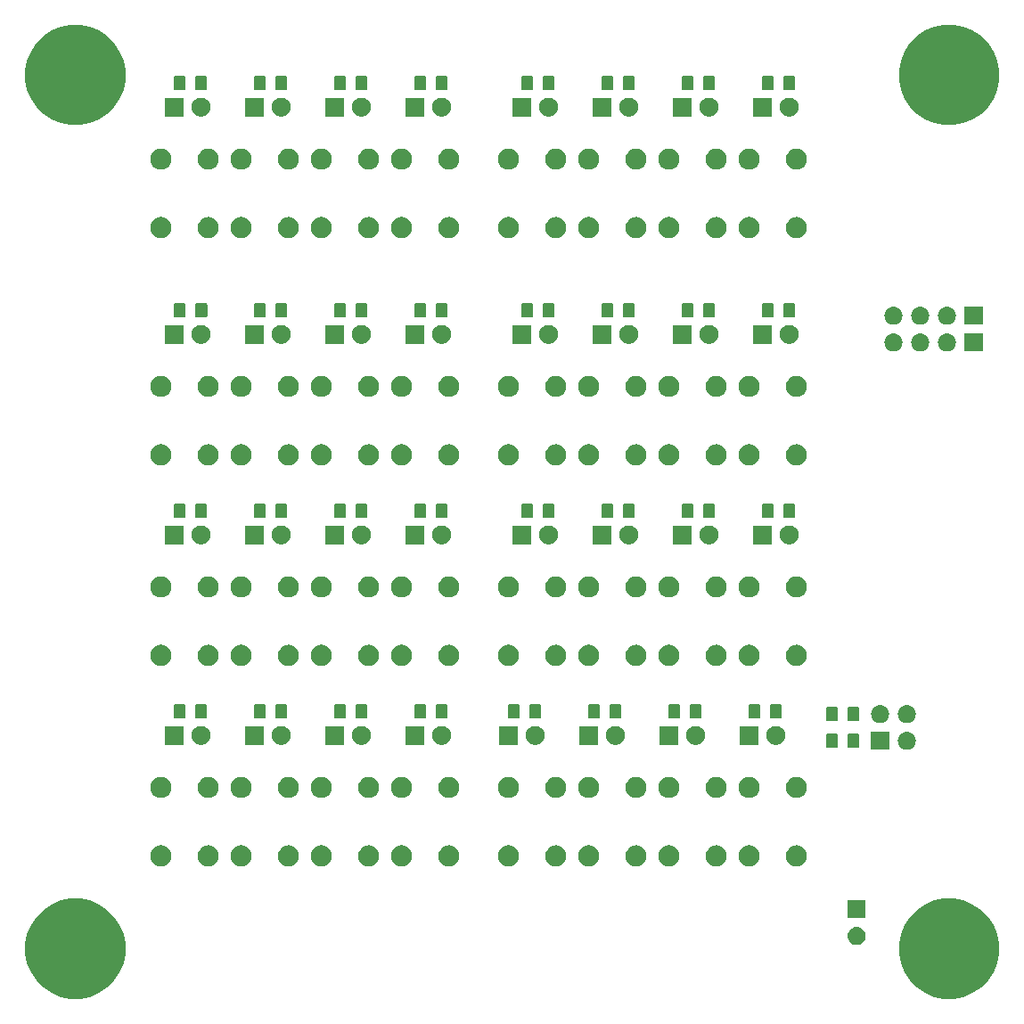
<source format=gbs>
G04 #@! TF.GenerationSoftware,KiCad,Pcbnew,(5.0.2)-1*
G04 #@! TF.CreationDate,2019-09-24T20:27:20-04:00*
G04 #@! TF.ProjectId,FrontPanel,46726f6e-7450-4616-9e65-6c2e6b696361,X1*
G04 #@! TF.SameCoordinates,Original*
G04 #@! TF.FileFunction,Soldermask,Bot*
G04 #@! TF.FilePolarity,Negative*
%FSLAX46Y46*%
G04 Gerber Fmt 4.6, Leading zero omitted, Abs format (unit mm)*
G04 Created by KiCad (PCBNEW (5.0.2)-1) date 9/24/2019 8:27:20 PM*
%MOMM*%
%LPD*%
G01*
G04 APERTURE LIST*
%ADD10C,0.150000*%
G04 APERTURE END LIST*
D10*
G36*
X100389169Y-94420519D02*
X101255889Y-94779526D01*
X102035920Y-95300726D01*
X102699274Y-95964080D01*
X103220474Y-96744111D01*
X103579481Y-97610831D01*
X103762500Y-98530933D01*
X103762500Y-99469067D01*
X103579481Y-100389169D01*
X103220474Y-101255889D01*
X102699274Y-102035920D01*
X102035920Y-102699274D01*
X101255889Y-103220474D01*
X100389169Y-103579481D01*
X99469067Y-103762500D01*
X98530933Y-103762500D01*
X97610831Y-103579481D01*
X96744111Y-103220474D01*
X95964080Y-102699274D01*
X95300726Y-102035920D01*
X94779526Y-101255889D01*
X94420519Y-100389169D01*
X94237500Y-99469067D01*
X94237500Y-98530933D01*
X94420519Y-97610831D01*
X94779526Y-96744111D01*
X95300726Y-95964080D01*
X95964080Y-95300726D01*
X96744111Y-94779526D01*
X97610831Y-94420519D01*
X98530933Y-94237500D01*
X99469067Y-94237500D01*
X100389169Y-94420519D01*
X100389169Y-94420519D01*
G37*
G36*
X17389169Y-94420519D02*
X18255889Y-94779526D01*
X19035920Y-95300726D01*
X19699274Y-95964080D01*
X20220474Y-96744111D01*
X20579481Y-97610831D01*
X20762500Y-98530933D01*
X20762500Y-99469067D01*
X20579481Y-100389169D01*
X20220474Y-101255889D01*
X19699274Y-102035920D01*
X19035920Y-102699274D01*
X18255889Y-103220474D01*
X17389169Y-103579481D01*
X16469067Y-103762500D01*
X15530933Y-103762500D01*
X14610831Y-103579481D01*
X13744111Y-103220474D01*
X12964080Y-102699274D01*
X12300726Y-102035920D01*
X11779526Y-101255889D01*
X11420519Y-100389169D01*
X11237500Y-99469067D01*
X11237500Y-98530933D01*
X11420519Y-97610831D01*
X11779526Y-96744111D01*
X12300726Y-95964080D01*
X12964080Y-95300726D01*
X13744111Y-94779526D01*
X14610831Y-94420519D01*
X15530933Y-94237500D01*
X16469067Y-94237500D01*
X17389169Y-94420519D01*
X17389169Y-94420519D01*
G37*
G36*
X90400130Y-96952299D02*
X90560355Y-97000903D01*
X90708020Y-97079831D01*
X90837449Y-97186051D01*
X90943669Y-97315480D01*
X91022597Y-97463145D01*
X91071201Y-97623370D01*
X91087612Y-97790000D01*
X91071201Y-97956630D01*
X91022597Y-98116855D01*
X90943669Y-98264520D01*
X90837449Y-98393949D01*
X90708020Y-98500169D01*
X90560355Y-98579097D01*
X90400130Y-98627701D01*
X90275252Y-98640000D01*
X90191748Y-98640000D01*
X90066870Y-98627701D01*
X89906645Y-98579097D01*
X89758980Y-98500169D01*
X89629551Y-98393949D01*
X89523331Y-98264520D01*
X89444403Y-98116855D01*
X89395799Y-97956630D01*
X89379388Y-97790000D01*
X89395799Y-97623370D01*
X89444403Y-97463145D01*
X89523331Y-97315480D01*
X89629551Y-97186051D01*
X89758980Y-97079831D01*
X89906645Y-97000903D01*
X90066870Y-96952299D01*
X90191748Y-96940000D01*
X90275252Y-96940000D01*
X90400130Y-96952299D01*
X90400130Y-96952299D01*
G37*
G36*
X91083500Y-96100000D02*
X89383500Y-96100000D01*
X89383500Y-94400000D01*
X91083500Y-94400000D01*
X91083500Y-96100000D01*
X91083500Y-96100000D01*
G37*
G36*
X51665770Y-89185372D02*
X51781689Y-89208429D01*
X51963678Y-89283811D01*
X52127463Y-89393249D01*
X52266751Y-89532537D01*
X52376189Y-89696322D01*
X52451571Y-89878311D01*
X52490000Y-90071509D01*
X52490000Y-90268491D01*
X52451571Y-90461689D01*
X52376189Y-90643678D01*
X52266751Y-90807463D01*
X52127463Y-90946751D01*
X51963678Y-91056189D01*
X51781689Y-91131571D01*
X51665770Y-91154628D01*
X51588493Y-91170000D01*
X51391507Y-91170000D01*
X51314230Y-91154628D01*
X51198311Y-91131571D01*
X51016322Y-91056189D01*
X50852537Y-90946751D01*
X50713249Y-90807463D01*
X50603811Y-90643678D01*
X50528429Y-90461689D01*
X50490000Y-90268491D01*
X50490000Y-90071509D01*
X50528429Y-89878311D01*
X50603811Y-89696322D01*
X50713249Y-89532537D01*
X50852537Y-89393249D01*
X51016322Y-89283811D01*
X51198311Y-89208429D01*
X51314230Y-89185372D01*
X51391507Y-89170000D01*
X51588493Y-89170000D01*
X51665770Y-89185372D01*
X51665770Y-89185372D01*
G37*
G36*
X31925770Y-89185372D02*
X32041689Y-89208429D01*
X32223678Y-89283811D01*
X32387463Y-89393249D01*
X32526751Y-89532537D01*
X32636189Y-89696322D01*
X32711571Y-89878311D01*
X32750000Y-90071509D01*
X32750000Y-90268491D01*
X32711571Y-90461689D01*
X32636189Y-90643678D01*
X32526751Y-90807463D01*
X32387463Y-90946751D01*
X32223678Y-91056189D01*
X32041689Y-91131571D01*
X31925770Y-91154628D01*
X31848493Y-91170000D01*
X31651507Y-91170000D01*
X31574230Y-91154628D01*
X31458311Y-91131571D01*
X31276322Y-91056189D01*
X31112537Y-90946751D01*
X30973249Y-90807463D01*
X30863811Y-90643678D01*
X30788429Y-90461689D01*
X30750000Y-90268491D01*
X30750000Y-90071509D01*
X30788429Y-89878311D01*
X30863811Y-89696322D01*
X30973249Y-89532537D01*
X31112537Y-89393249D01*
X31276322Y-89283811D01*
X31458311Y-89208429D01*
X31574230Y-89185372D01*
X31651507Y-89170000D01*
X31848493Y-89170000D01*
X31925770Y-89185372D01*
X31925770Y-89185372D01*
G37*
G36*
X36425770Y-89185372D02*
X36541689Y-89208429D01*
X36723678Y-89283811D01*
X36887463Y-89393249D01*
X37026751Y-89532537D01*
X37136189Y-89696322D01*
X37211571Y-89878311D01*
X37250000Y-90071509D01*
X37250000Y-90268491D01*
X37211571Y-90461689D01*
X37136189Y-90643678D01*
X37026751Y-90807463D01*
X36887463Y-90946751D01*
X36723678Y-91056189D01*
X36541689Y-91131571D01*
X36425770Y-91154628D01*
X36348493Y-91170000D01*
X36151507Y-91170000D01*
X36074230Y-91154628D01*
X35958311Y-91131571D01*
X35776322Y-91056189D01*
X35612537Y-90946751D01*
X35473249Y-90807463D01*
X35363811Y-90643678D01*
X35288429Y-90461689D01*
X35250000Y-90268491D01*
X35250000Y-90071509D01*
X35288429Y-89878311D01*
X35363811Y-89696322D01*
X35473249Y-89532537D01*
X35612537Y-89393249D01*
X35776322Y-89283811D01*
X35958311Y-89208429D01*
X36074230Y-89185372D01*
X36151507Y-89170000D01*
X36348493Y-89170000D01*
X36425770Y-89185372D01*
X36425770Y-89185372D01*
G37*
G36*
X44045770Y-89185372D02*
X44161689Y-89208429D01*
X44343678Y-89283811D01*
X44507463Y-89393249D01*
X44646751Y-89532537D01*
X44756189Y-89696322D01*
X44831571Y-89878311D01*
X44870000Y-90071509D01*
X44870000Y-90268491D01*
X44831571Y-90461689D01*
X44756189Y-90643678D01*
X44646751Y-90807463D01*
X44507463Y-90946751D01*
X44343678Y-91056189D01*
X44161689Y-91131571D01*
X44045770Y-91154628D01*
X43968493Y-91170000D01*
X43771507Y-91170000D01*
X43694230Y-91154628D01*
X43578311Y-91131571D01*
X43396322Y-91056189D01*
X43232537Y-90946751D01*
X43093249Y-90807463D01*
X42983811Y-90643678D01*
X42908429Y-90461689D01*
X42870000Y-90268491D01*
X42870000Y-90071509D01*
X42908429Y-89878311D01*
X42983811Y-89696322D01*
X43093249Y-89532537D01*
X43232537Y-89393249D01*
X43396322Y-89283811D01*
X43578311Y-89208429D01*
X43694230Y-89185372D01*
X43771507Y-89170000D01*
X43968493Y-89170000D01*
X44045770Y-89185372D01*
X44045770Y-89185372D01*
G37*
G36*
X39545770Y-89185372D02*
X39661689Y-89208429D01*
X39843678Y-89283811D01*
X40007463Y-89393249D01*
X40146751Y-89532537D01*
X40256189Y-89696322D01*
X40331571Y-89878311D01*
X40370000Y-90071509D01*
X40370000Y-90268491D01*
X40331571Y-90461689D01*
X40256189Y-90643678D01*
X40146751Y-90807463D01*
X40007463Y-90946751D01*
X39843678Y-91056189D01*
X39661689Y-91131571D01*
X39545770Y-91154628D01*
X39468493Y-91170000D01*
X39271507Y-91170000D01*
X39194230Y-91154628D01*
X39078311Y-91131571D01*
X38896322Y-91056189D01*
X38732537Y-90946751D01*
X38593249Y-90807463D01*
X38483811Y-90643678D01*
X38408429Y-90461689D01*
X38370000Y-90268491D01*
X38370000Y-90071509D01*
X38408429Y-89878311D01*
X38483811Y-89696322D01*
X38593249Y-89532537D01*
X38732537Y-89393249D01*
X38896322Y-89283811D01*
X39078311Y-89208429D01*
X39194230Y-89185372D01*
X39271507Y-89170000D01*
X39468493Y-89170000D01*
X39545770Y-89185372D01*
X39545770Y-89185372D01*
G37*
G36*
X47165770Y-89185372D02*
X47281689Y-89208429D01*
X47463678Y-89283811D01*
X47627463Y-89393249D01*
X47766751Y-89532537D01*
X47876189Y-89696322D01*
X47951571Y-89878311D01*
X47990000Y-90071509D01*
X47990000Y-90268491D01*
X47951571Y-90461689D01*
X47876189Y-90643678D01*
X47766751Y-90807463D01*
X47627463Y-90946751D01*
X47463678Y-91056189D01*
X47281689Y-91131571D01*
X47165770Y-91154628D01*
X47088493Y-91170000D01*
X46891507Y-91170000D01*
X46814230Y-91154628D01*
X46698311Y-91131571D01*
X46516322Y-91056189D01*
X46352537Y-90946751D01*
X46213249Y-90807463D01*
X46103811Y-90643678D01*
X46028429Y-90461689D01*
X45990000Y-90268491D01*
X45990000Y-90071509D01*
X46028429Y-89878311D01*
X46103811Y-89696322D01*
X46213249Y-89532537D01*
X46352537Y-89393249D01*
X46516322Y-89283811D01*
X46698311Y-89208429D01*
X46814230Y-89185372D01*
X46891507Y-89170000D01*
X47088493Y-89170000D01*
X47165770Y-89185372D01*
X47165770Y-89185372D01*
G37*
G36*
X61825770Y-89185372D02*
X61941689Y-89208429D01*
X62123678Y-89283811D01*
X62287463Y-89393249D01*
X62426751Y-89532537D01*
X62536189Y-89696322D01*
X62611571Y-89878311D01*
X62650000Y-90071509D01*
X62650000Y-90268491D01*
X62611571Y-90461689D01*
X62536189Y-90643678D01*
X62426751Y-90807463D01*
X62287463Y-90946751D01*
X62123678Y-91056189D01*
X61941689Y-91131571D01*
X61825770Y-91154628D01*
X61748493Y-91170000D01*
X61551507Y-91170000D01*
X61474230Y-91154628D01*
X61358311Y-91131571D01*
X61176322Y-91056189D01*
X61012537Y-90946751D01*
X60873249Y-90807463D01*
X60763811Y-90643678D01*
X60688429Y-90461689D01*
X60650000Y-90268491D01*
X60650000Y-90071509D01*
X60688429Y-89878311D01*
X60763811Y-89696322D01*
X60873249Y-89532537D01*
X61012537Y-89393249D01*
X61176322Y-89283811D01*
X61358311Y-89208429D01*
X61474230Y-89185372D01*
X61551507Y-89170000D01*
X61748493Y-89170000D01*
X61825770Y-89185372D01*
X61825770Y-89185372D01*
G37*
G36*
X24305770Y-89185372D02*
X24421689Y-89208429D01*
X24603678Y-89283811D01*
X24767463Y-89393249D01*
X24906751Y-89532537D01*
X25016189Y-89696322D01*
X25091571Y-89878311D01*
X25130000Y-90071509D01*
X25130000Y-90268491D01*
X25091571Y-90461689D01*
X25016189Y-90643678D01*
X24906751Y-90807463D01*
X24767463Y-90946751D01*
X24603678Y-91056189D01*
X24421689Y-91131571D01*
X24305770Y-91154628D01*
X24228493Y-91170000D01*
X24031507Y-91170000D01*
X23954230Y-91154628D01*
X23838311Y-91131571D01*
X23656322Y-91056189D01*
X23492537Y-90946751D01*
X23353249Y-90807463D01*
X23243811Y-90643678D01*
X23168429Y-90461689D01*
X23130000Y-90268491D01*
X23130000Y-90071509D01*
X23168429Y-89878311D01*
X23243811Y-89696322D01*
X23353249Y-89532537D01*
X23492537Y-89393249D01*
X23656322Y-89283811D01*
X23838311Y-89208429D01*
X23954230Y-89185372D01*
X24031507Y-89170000D01*
X24228493Y-89170000D01*
X24305770Y-89185372D01*
X24305770Y-89185372D01*
G37*
G36*
X64945770Y-89185372D02*
X65061689Y-89208429D01*
X65243678Y-89283811D01*
X65407463Y-89393249D01*
X65546751Y-89532537D01*
X65656189Y-89696322D01*
X65731571Y-89878311D01*
X65770000Y-90071509D01*
X65770000Y-90268491D01*
X65731571Y-90461689D01*
X65656189Y-90643678D01*
X65546751Y-90807463D01*
X65407463Y-90946751D01*
X65243678Y-91056189D01*
X65061689Y-91131571D01*
X64945770Y-91154628D01*
X64868493Y-91170000D01*
X64671507Y-91170000D01*
X64594230Y-91154628D01*
X64478311Y-91131571D01*
X64296322Y-91056189D01*
X64132537Y-90946751D01*
X63993249Y-90807463D01*
X63883811Y-90643678D01*
X63808429Y-90461689D01*
X63770000Y-90268491D01*
X63770000Y-90071509D01*
X63808429Y-89878311D01*
X63883811Y-89696322D01*
X63993249Y-89532537D01*
X64132537Y-89393249D01*
X64296322Y-89283811D01*
X64478311Y-89208429D01*
X64594230Y-89185372D01*
X64671507Y-89170000D01*
X64868493Y-89170000D01*
X64945770Y-89185372D01*
X64945770Y-89185372D01*
G37*
G36*
X69445770Y-89185372D02*
X69561689Y-89208429D01*
X69743678Y-89283811D01*
X69907463Y-89393249D01*
X70046751Y-89532537D01*
X70156189Y-89696322D01*
X70231571Y-89878311D01*
X70270000Y-90071509D01*
X70270000Y-90268491D01*
X70231571Y-90461689D01*
X70156189Y-90643678D01*
X70046751Y-90807463D01*
X69907463Y-90946751D01*
X69743678Y-91056189D01*
X69561689Y-91131571D01*
X69445770Y-91154628D01*
X69368493Y-91170000D01*
X69171507Y-91170000D01*
X69094230Y-91154628D01*
X68978311Y-91131571D01*
X68796322Y-91056189D01*
X68632537Y-90946751D01*
X68493249Y-90807463D01*
X68383811Y-90643678D01*
X68308429Y-90461689D01*
X68270000Y-90268491D01*
X68270000Y-90071509D01*
X68308429Y-89878311D01*
X68383811Y-89696322D01*
X68493249Y-89532537D01*
X68632537Y-89393249D01*
X68796322Y-89283811D01*
X68978311Y-89208429D01*
X69094230Y-89185372D01*
X69171507Y-89170000D01*
X69368493Y-89170000D01*
X69445770Y-89185372D01*
X69445770Y-89185372D01*
G37*
G36*
X77065770Y-89185372D02*
X77181689Y-89208429D01*
X77363678Y-89283811D01*
X77527463Y-89393249D01*
X77666751Y-89532537D01*
X77776189Y-89696322D01*
X77851571Y-89878311D01*
X77890000Y-90071509D01*
X77890000Y-90268491D01*
X77851571Y-90461689D01*
X77776189Y-90643678D01*
X77666751Y-90807463D01*
X77527463Y-90946751D01*
X77363678Y-91056189D01*
X77181689Y-91131571D01*
X77065770Y-91154628D01*
X76988493Y-91170000D01*
X76791507Y-91170000D01*
X76714230Y-91154628D01*
X76598311Y-91131571D01*
X76416322Y-91056189D01*
X76252537Y-90946751D01*
X76113249Y-90807463D01*
X76003811Y-90643678D01*
X75928429Y-90461689D01*
X75890000Y-90268491D01*
X75890000Y-90071509D01*
X75928429Y-89878311D01*
X76003811Y-89696322D01*
X76113249Y-89532537D01*
X76252537Y-89393249D01*
X76416322Y-89283811D01*
X76598311Y-89208429D01*
X76714230Y-89185372D01*
X76791507Y-89170000D01*
X76988493Y-89170000D01*
X77065770Y-89185372D01*
X77065770Y-89185372D01*
G37*
G36*
X72565770Y-89185372D02*
X72681689Y-89208429D01*
X72863678Y-89283811D01*
X73027463Y-89393249D01*
X73166751Y-89532537D01*
X73276189Y-89696322D01*
X73351571Y-89878311D01*
X73390000Y-90071509D01*
X73390000Y-90268491D01*
X73351571Y-90461689D01*
X73276189Y-90643678D01*
X73166751Y-90807463D01*
X73027463Y-90946751D01*
X72863678Y-91056189D01*
X72681689Y-91131571D01*
X72565770Y-91154628D01*
X72488493Y-91170000D01*
X72291507Y-91170000D01*
X72214230Y-91154628D01*
X72098311Y-91131571D01*
X71916322Y-91056189D01*
X71752537Y-90946751D01*
X71613249Y-90807463D01*
X71503811Y-90643678D01*
X71428429Y-90461689D01*
X71390000Y-90268491D01*
X71390000Y-90071509D01*
X71428429Y-89878311D01*
X71503811Y-89696322D01*
X71613249Y-89532537D01*
X71752537Y-89393249D01*
X71916322Y-89283811D01*
X72098311Y-89208429D01*
X72214230Y-89185372D01*
X72291507Y-89170000D01*
X72488493Y-89170000D01*
X72565770Y-89185372D01*
X72565770Y-89185372D01*
G37*
G36*
X84685770Y-89185372D02*
X84801689Y-89208429D01*
X84983678Y-89283811D01*
X85147463Y-89393249D01*
X85286751Y-89532537D01*
X85396189Y-89696322D01*
X85471571Y-89878311D01*
X85510000Y-90071509D01*
X85510000Y-90268491D01*
X85471571Y-90461689D01*
X85396189Y-90643678D01*
X85286751Y-90807463D01*
X85147463Y-90946751D01*
X84983678Y-91056189D01*
X84801689Y-91131571D01*
X84685770Y-91154628D01*
X84608493Y-91170000D01*
X84411507Y-91170000D01*
X84334230Y-91154628D01*
X84218311Y-91131571D01*
X84036322Y-91056189D01*
X83872537Y-90946751D01*
X83733249Y-90807463D01*
X83623811Y-90643678D01*
X83548429Y-90461689D01*
X83510000Y-90268491D01*
X83510000Y-90071509D01*
X83548429Y-89878311D01*
X83623811Y-89696322D01*
X83733249Y-89532537D01*
X83872537Y-89393249D01*
X84036322Y-89283811D01*
X84218311Y-89208429D01*
X84334230Y-89185372D01*
X84411507Y-89170000D01*
X84608493Y-89170000D01*
X84685770Y-89185372D01*
X84685770Y-89185372D01*
G37*
G36*
X28805770Y-89185372D02*
X28921689Y-89208429D01*
X29103678Y-89283811D01*
X29267463Y-89393249D01*
X29406751Y-89532537D01*
X29516189Y-89696322D01*
X29591571Y-89878311D01*
X29630000Y-90071509D01*
X29630000Y-90268491D01*
X29591571Y-90461689D01*
X29516189Y-90643678D01*
X29406751Y-90807463D01*
X29267463Y-90946751D01*
X29103678Y-91056189D01*
X28921689Y-91131571D01*
X28805770Y-91154628D01*
X28728493Y-91170000D01*
X28531507Y-91170000D01*
X28454230Y-91154628D01*
X28338311Y-91131571D01*
X28156322Y-91056189D01*
X27992537Y-90946751D01*
X27853249Y-90807463D01*
X27743811Y-90643678D01*
X27668429Y-90461689D01*
X27630000Y-90268491D01*
X27630000Y-90071509D01*
X27668429Y-89878311D01*
X27743811Y-89696322D01*
X27853249Y-89532537D01*
X27992537Y-89393249D01*
X28156322Y-89283811D01*
X28338311Y-89208429D01*
X28454230Y-89185372D01*
X28531507Y-89170000D01*
X28728493Y-89170000D01*
X28805770Y-89185372D01*
X28805770Y-89185372D01*
G37*
G36*
X80185770Y-89185372D02*
X80301689Y-89208429D01*
X80483678Y-89283811D01*
X80647463Y-89393249D01*
X80786751Y-89532537D01*
X80896189Y-89696322D01*
X80971571Y-89878311D01*
X81010000Y-90071509D01*
X81010000Y-90268491D01*
X80971571Y-90461689D01*
X80896189Y-90643678D01*
X80786751Y-90807463D01*
X80647463Y-90946751D01*
X80483678Y-91056189D01*
X80301689Y-91131571D01*
X80185770Y-91154628D01*
X80108493Y-91170000D01*
X79911507Y-91170000D01*
X79834230Y-91154628D01*
X79718311Y-91131571D01*
X79536322Y-91056189D01*
X79372537Y-90946751D01*
X79233249Y-90807463D01*
X79123811Y-90643678D01*
X79048429Y-90461689D01*
X79010000Y-90268491D01*
X79010000Y-90071509D01*
X79048429Y-89878311D01*
X79123811Y-89696322D01*
X79233249Y-89532537D01*
X79372537Y-89393249D01*
X79536322Y-89283811D01*
X79718311Y-89208429D01*
X79834230Y-89185372D01*
X79911507Y-89170000D01*
X80108493Y-89170000D01*
X80185770Y-89185372D01*
X80185770Y-89185372D01*
G37*
G36*
X57325770Y-89185372D02*
X57441689Y-89208429D01*
X57623678Y-89283811D01*
X57787463Y-89393249D01*
X57926751Y-89532537D01*
X58036189Y-89696322D01*
X58111571Y-89878311D01*
X58150000Y-90071509D01*
X58150000Y-90268491D01*
X58111571Y-90461689D01*
X58036189Y-90643678D01*
X57926751Y-90807463D01*
X57787463Y-90946751D01*
X57623678Y-91056189D01*
X57441689Y-91131571D01*
X57325770Y-91154628D01*
X57248493Y-91170000D01*
X57051507Y-91170000D01*
X56974230Y-91154628D01*
X56858311Y-91131571D01*
X56676322Y-91056189D01*
X56512537Y-90946751D01*
X56373249Y-90807463D01*
X56263811Y-90643678D01*
X56188429Y-90461689D01*
X56150000Y-90268491D01*
X56150000Y-90071509D01*
X56188429Y-89878311D01*
X56263811Y-89696322D01*
X56373249Y-89532537D01*
X56512537Y-89393249D01*
X56676322Y-89283811D01*
X56858311Y-89208429D01*
X56974230Y-89185372D01*
X57051507Y-89170000D01*
X57248493Y-89170000D01*
X57325770Y-89185372D01*
X57325770Y-89185372D01*
G37*
G36*
X80185770Y-82685372D02*
X80301689Y-82708429D01*
X80483678Y-82783811D01*
X80647463Y-82893249D01*
X80786751Y-83032537D01*
X80896189Y-83196322D01*
X80971571Y-83378311D01*
X81010000Y-83571509D01*
X81010000Y-83768491D01*
X80971571Y-83961689D01*
X80896189Y-84143678D01*
X80786751Y-84307463D01*
X80647463Y-84446751D01*
X80483678Y-84556189D01*
X80301689Y-84631571D01*
X80185770Y-84654628D01*
X80108493Y-84670000D01*
X79911507Y-84670000D01*
X79834230Y-84654628D01*
X79718311Y-84631571D01*
X79536322Y-84556189D01*
X79372537Y-84446751D01*
X79233249Y-84307463D01*
X79123811Y-84143678D01*
X79048429Y-83961689D01*
X79010000Y-83768491D01*
X79010000Y-83571509D01*
X79048429Y-83378311D01*
X79123811Y-83196322D01*
X79233249Y-83032537D01*
X79372537Y-82893249D01*
X79536322Y-82783811D01*
X79718311Y-82708429D01*
X79834230Y-82685372D01*
X79911507Y-82670000D01*
X80108493Y-82670000D01*
X80185770Y-82685372D01*
X80185770Y-82685372D01*
G37*
G36*
X84685770Y-82685372D02*
X84801689Y-82708429D01*
X84983678Y-82783811D01*
X85147463Y-82893249D01*
X85286751Y-83032537D01*
X85396189Y-83196322D01*
X85471571Y-83378311D01*
X85510000Y-83571509D01*
X85510000Y-83768491D01*
X85471571Y-83961689D01*
X85396189Y-84143678D01*
X85286751Y-84307463D01*
X85147463Y-84446751D01*
X84983678Y-84556189D01*
X84801689Y-84631571D01*
X84685770Y-84654628D01*
X84608493Y-84670000D01*
X84411507Y-84670000D01*
X84334230Y-84654628D01*
X84218311Y-84631571D01*
X84036322Y-84556189D01*
X83872537Y-84446751D01*
X83733249Y-84307463D01*
X83623811Y-84143678D01*
X83548429Y-83961689D01*
X83510000Y-83768491D01*
X83510000Y-83571509D01*
X83548429Y-83378311D01*
X83623811Y-83196322D01*
X83733249Y-83032537D01*
X83872537Y-82893249D01*
X84036322Y-82783811D01*
X84218311Y-82708429D01*
X84334230Y-82685372D01*
X84411507Y-82670000D01*
X84608493Y-82670000D01*
X84685770Y-82685372D01*
X84685770Y-82685372D01*
G37*
G36*
X72565770Y-82685372D02*
X72681689Y-82708429D01*
X72863678Y-82783811D01*
X73027463Y-82893249D01*
X73166751Y-83032537D01*
X73276189Y-83196322D01*
X73351571Y-83378311D01*
X73390000Y-83571509D01*
X73390000Y-83768491D01*
X73351571Y-83961689D01*
X73276189Y-84143678D01*
X73166751Y-84307463D01*
X73027463Y-84446751D01*
X72863678Y-84556189D01*
X72681689Y-84631571D01*
X72565770Y-84654628D01*
X72488493Y-84670000D01*
X72291507Y-84670000D01*
X72214230Y-84654628D01*
X72098311Y-84631571D01*
X71916322Y-84556189D01*
X71752537Y-84446751D01*
X71613249Y-84307463D01*
X71503811Y-84143678D01*
X71428429Y-83961689D01*
X71390000Y-83768491D01*
X71390000Y-83571509D01*
X71428429Y-83378311D01*
X71503811Y-83196322D01*
X71613249Y-83032537D01*
X71752537Y-82893249D01*
X71916322Y-82783811D01*
X72098311Y-82708429D01*
X72214230Y-82685372D01*
X72291507Y-82670000D01*
X72488493Y-82670000D01*
X72565770Y-82685372D01*
X72565770Y-82685372D01*
G37*
G36*
X77065770Y-82685372D02*
X77181689Y-82708429D01*
X77363678Y-82783811D01*
X77527463Y-82893249D01*
X77666751Y-83032537D01*
X77776189Y-83196322D01*
X77851571Y-83378311D01*
X77890000Y-83571509D01*
X77890000Y-83768491D01*
X77851571Y-83961689D01*
X77776189Y-84143678D01*
X77666751Y-84307463D01*
X77527463Y-84446751D01*
X77363678Y-84556189D01*
X77181689Y-84631571D01*
X77065770Y-84654628D01*
X76988493Y-84670000D01*
X76791507Y-84670000D01*
X76714230Y-84654628D01*
X76598311Y-84631571D01*
X76416322Y-84556189D01*
X76252537Y-84446751D01*
X76113249Y-84307463D01*
X76003811Y-84143678D01*
X75928429Y-83961689D01*
X75890000Y-83768491D01*
X75890000Y-83571509D01*
X75928429Y-83378311D01*
X76003811Y-83196322D01*
X76113249Y-83032537D01*
X76252537Y-82893249D01*
X76416322Y-82783811D01*
X76598311Y-82708429D01*
X76714230Y-82685372D01*
X76791507Y-82670000D01*
X76988493Y-82670000D01*
X77065770Y-82685372D01*
X77065770Y-82685372D01*
G37*
G36*
X36425770Y-82685372D02*
X36541689Y-82708429D01*
X36723678Y-82783811D01*
X36887463Y-82893249D01*
X37026751Y-83032537D01*
X37136189Y-83196322D01*
X37211571Y-83378311D01*
X37250000Y-83571509D01*
X37250000Y-83768491D01*
X37211571Y-83961689D01*
X37136189Y-84143678D01*
X37026751Y-84307463D01*
X36887463Y-84446751D01*
X36723678Y-84556189D01*
X36541689Y-84631571D01*
X36425770Y-84654628D01*
X36348493Y-84670000D01*
X36151507Y-84670000D01*
X36074230Y-84654628D01*
X35958311Y-84631571D01*
X35776322Y-84556189D01*
X35612537Y-84446751D01*
X35473249Y-84307463D01*
X35363811Y-84143678D01*
X35288429Y-83961689D01*
X35250000Y-83768491D01*
X35250000Y-83571509D01*
X35288429Y-83378311D01*
X35363811Y-83196322D01*
X35473249Y-83032537D01*
X35612537Y-82893249D01*
X35776322Y-82783811D01*
X35958311Y-82708429D01*
X36074230Y-82685372D01*
X36151507Y-82670000D01*
X36348493Y-82670000D01*
X36425770Y-82685372D01*
X36425770Y-82685372D01*
G37*
G36*
X44045770Y-82685372D02*
X44161689Y-82708429D01*
X44343678Y-82783811D01*
X44507463Y-82893249D01*
X44646751Y-83032537D01*
X44756189Y-83196322D01*
X44831571Y-83378311D01*
X44870000Y-83571509D01*
X44870000Y-83768491D01*
X44831571Y-83961689D01*
X44756189Y-84143678D01*
X44646751Y-84307463D01*
X44507463Y-84446751D01*
X44343678Y-84556189D01*
X44161689Y-84631571D01*
X44045770Y-84654628D01*
X43968493Y-84670000D01*
X43771507Y-84670000D01*
X43694230Y-84654628D01*
X43578311Y-84631571D01*
X43396322Y-84556189D01*
X43232537Y-84446751D01*
X43093249Y-84307463D01*
X42983811Y-84143678D01*
X42908429Y-83961689D01*
X42870000Y-83768491D01*
X42870000Y-83571509D01*
X42908429Y-83378311D01*
X42983811Y-83196322D01*
X43093249Y-83032537D01*
X43232537Y-82893249D01*
X43396322Y-82783811D01*
X43578311Y-82708429D01*
X43694230Y-82685372D01*
X43771507Y-82670000D01*
X43968493Y-82670000D01*
X44045770Y-82685372D01*
X44045770Y-82685372D01*
G37*
G36*
X39545770Y-82685372D02*
X39661689Y-82708429D01*
X39843678Y-82783811D01*
X40007463Y-82893249D01*
X40146751Y-83032537D01*
X40256189Y-83196322D01*
X40331571Y-83378311D01*
X40370000Y-83571509D01*
X40370000Y-83768491D01*
X40331571Y-83961689D01*
X40256189Y-84143678D01*
X40146751Y-84307463D01*
X40007463Y-84446751D01*
X39843678Y-84556189D01*
X39661689Y-84631571D01*
X39545770Y-84654628D01*
X39468493Y-84670000D01*
X39271507Y-84670000D01*
X39194230Y-84654628D01*
X39078311Y-84631571D01*
X38896322Y-84556189D01*
X38732537Y-84446751D01*
X38593249Y-84307463D01*
X38483811Y-84143678D01*
X38408429Y-83961689D01*
X38370000Y-83768491D01*
X38370000Y-83571509D01*
X38408429Y-83378311D01*
X38483811Y-83196322D01*
X38593249Y-83032537D01*
X38732537Y-82893249D01*
X38896322Y-82783811D01*
X39078311Y-82708429D01*
X39194230Y-82685372D01*
X39271507Y-82670000D01*
X39468493Y-82670000D01*
X39545770Y-82685372D01*
X39545770Y-82685372D01*
G37*
G36*
X47165770Y-82685372D02*
X47281689Y-82708429D01*
X47463678Y-82783811D01*
X47627463Y-82893249D01*
X47766751Y-83032537D01*
X47876189Y-83196322D01*
X47951571Y-83378311D01*
X47990000Y-83571509D01*
X47990000Y-83768491D01*
X47951571Y-83961689D01*
X47876189Y-84143678D01*
X47766751Y-84307463D01*
X47627463Y-84446751D01*
X47463678Y-84556189D01*
X47281689Y-84631571D01*
X47165770Y-84654628D01*
X47088493Y-84670000D01*
X46891507Y-84670000D01*
X46814230Y-84654628D01*
X46698311Y-84631571D01*
X46516322Y-84556189D01*
X46352537Y-84446751D01*
X46213249Y-84307463D01*
X46103811Y-84143678D01*
X46028429Y-83961689D01*
X45990000Y-83768491D01*
X45990000Y-83571509D01*
X46028429Y-83378311D01*
X46103811Y-83196322D01*
X46213249Y-83032537D01*
X46352537Y-82893249D01*
X46516322Y-82783811D01*
X46698311Y-82708429D01*
X46814230Y-82685372D01*
X46891507Y-82670000D01*
X47088493Y-82670000D01*
X47165770Y-82685372D01*
X47165770Y-82685372D01*
G37*
G36*
X31925770Y-82685372D02*
X32041689Y-82708429D01*
X32223678Y-82783811D01*
X32387463Y-82893249D01*
X32526751Y-83032537D01*
X32636189Y-83196322D01*
X32711571Y-83378311D01*
X32750000Y-83571509D01*
X32750000Y-83768491D01*
X32711571Y-83961689D01*
X32636189Y-84143678D01*
X32526751Y-84307463D01*
X32387463Y-84446751D01*
X32223678Y-84556189D01*
X32041689Y-84631571D01*
X31925770Y-84654628D01*
X31848493Y-84670000D01*
X31651507Y-84670000D01*
X31574230Y-84654628D01*
X31458311Y-84631571D01*
X31276322Y-84556189D01*
X31112537Y-84446751D01*
X30973249Y-84307463D01*
X30863811Y-84143678D01*
X30788429Y-83961689D01*
X30750000Y-83768491D01*
X30750000Y-83571509D01*
X30788429Y-83378311D01*
X30863811Y-83196322D01*
X30973249Y-83032537D01*
X31112537Y-82893249D01*
X31276322Y-82783811D01*
X31458311Y-82708429D01*
X31574230Y-82685372D01*
X31651507Y-82670000D01*
X31848493Y-82670000D01*
X31925770Y-82685372D01*
X31925770Y-82685372D01*
G37*
G36*
X51665770Y-82685372D02*
X51781689Y-82708429D01*
X51963678Y-82783811D01*
X52127463Y-82893249D01*
X52266751Y-83032537D01*
X52376189Y-83196322D01*
X52451571Y-83378311D01*
X52490000Y-83571509D01*
X52490000Y-83768491D01*
X52451571Y-83961689D01*
X52376189Y-84143678D01*
X52266751Y-84307463D01*
X52127463Y-84446751D01*
X51963678Y-84556189D01*
X51781689Y-84631571D01*
X51665770Y-84654628D01*
X51588493Y-84670000D01*
X51391507Y-84670000D01*
X51314230Y-84654628D01*
X51198311Y-84631571D01*
X51016322Y-84556189D01*
X50852537Y-84446751D01*
X50713249Y-84307463D01*
X50603811Y-84143678D01*
X50528429Y-83961689D01*
X50490000Y-83768491D01*
X50490000Y-83571509D01*
X50528429Y-83378311D01*
X50603811Y-83196322D01*
X50713249Y-83032537D01*
X50852537Y-82893249D01*
X51016322Y-82783811D01*
X51198311Y-82708429D01*
X51314230Y-82685372D01*
X51391507Y-82670000D01*
X51588493Y-82670000D01*
X51665770Y-82685372D01*
X51665770Y-82685372D01*
G37*
G36*
X69445770Y-82685372D02*
X69561689Y-82708429D01*
X69743678Y-82783811D01*
X69907463Y-82893249D01*
X70046751Y-83032537D01*
X70156189Y-83196322D01*
X70231571Y-83378311D01*
X70270000Y-83571509D01*
X70270000Y-83768491D01*
X70231571Y-83961689D01*
X70156189Y-84143678D01*
X70046751Y-84307463D01*
X69907463Y-84446751D01*
X69743678Y-84556189D01*
X69561689Y-84631571D01*
X69445770Y-84654628D01*
X69368493Y-84670000D01*
X69171507Y-84670000D01*
X69094230Y-84654628D01*
X68978311Y-84631571D01*
X68796322Y-84556189D01*
X68632537Y-84446751D01*
X68493249Y-84307463D01*
X68383811Y-84143678D01*
X68308429Y-83961689D01*
X68270000Y-83768491D01*
X68270000Y-83571509D01*
X68308429Y-83378311D01*
X68383811Y-83196322D01*
X68493249Y-83032537D01*
X68632537Y-82893249D01*
X68796322Y-82783811D01*
X68978311Y-82708429D01*
X69094230Y-82685372D01*
X69171507Y-82670000D01*
X69368493Y-82670000D01*
X69445770Y-82685372D01*
X69445770Y-82685372D01*
G37*
G36*
X61825770Y-82685372D02*
X61941689Y-82708429D01*
X62123678Y-82783811D01*
X62287463Y-82893249D01*
X62426751Y-83032537D01*
X62536189Y-83196322D01*
X62611571Y-83378311D01*
X62650000Y-83571509D01*
X62650000Y-83768491D01*
X62611571Y-83961689D01*
X62536189Y-84143678D01*
X62426751Y-84307463D01*
X62287463Y-84446751D01*
X62123678Y-84556189D01*
X61941689Y-84631571D01*
X61825770Y-84654628D01*
X61748493Y-84670000D01*
X61551507Y-84670000D01*
X61474230Y-84654628D01*
X61358311Y-84631571D01*
X61176322Y-84556189D01*
X61012537Y-84446751D01*
X60873249Y-84307463D01*
X60763811Y-84143678D01*
X60688429Y-83961689D01*
X60650000Y-83768491D01*
X60650000Y-83571509D01*
X60688429Y-83378311D01*
X60763811Y-83196322D01*
X60873249Y-83032537D01*
X61012537Y-82893249D01*
X61176322Y-82783811D01*
X61358311Y-82708429D01*
X61474230Y-82685372D01*
X61551507Y-82670000D01*
X61748493Y-82670000D01*
X61825770Y-82685372D01*
X61825770Y-82685372D01*
G37*
G36*
X64945770Y-82685372D02*
X65061689Y-82708429D01*
X65243678Y-82783811D01*
X65407463Y-82893249D01*
X65546751Y-83032537D01*
X65656189Y-83196322D01*
X65731571Y-83378311D01*
X65770000Y-83571509D01*
X65770000Y-83768491D01*
X65731571Y-83961689D01*
X65656189Y-84143678D01*
X65546751Y-84307463D01*
X65407463Y-84446751D01*
X65243678Y-84556189D01*
X65061689Y-84631571D01*
X64945770Y-84654628D01*
X64868493Y-84670000D01*
X64671507Y-84670000D01*
X64594230Y-84654628D01*
X64478311Y-84631571D01*
X64296322Y-84556189D01*
X64132537Y-84446751D01*
X63993249Y-84307463D01*
X63883811Y-84143678D01*
X63808429Y-83961689D01*
X63770000Y-83768491D01*
X63770000Y-83571509D01*
X63808429Y-83378311D01*
X63883811Y-83196322D01*
X63993249Y-83032537D01*
X64132537Y-82893249D01*
X64296322Y-82783811D01*
X64478311Y-82708429D01*
X64594230Y-82685372D01*
X64671507Y-82670000D01*
X64868493Y-82670000D01*
X64945770Y-82685372D01*
X64945770Y-82685372D01*
G37*
G36*
X57325770Y-82685372D02*
X57441689Y-82708429D01*
X57623678Y-82783811D01*
X57787463Y-82893249D01*
X57926751Y-83032537D01*
X58036189Y-83196322D01*
X58111571Y-83378311D01*
X58150000Y-83571509D01*
X58150000Y-83768491D01*
X58111571Y-83961689D01*
X58036189Y-84143678D01*
X57926751Y-84307463D01*
X57787463Y-84446751D01*
X57623678Y-84556189D01*
X57441689Y-84631571D01*
X57325770Y-84654628D01*
X57248493Y-84670000D01*
X57051507Y-84670000D01*
X56974230Y-84654628D01*
X56858311Y-84631571D01*
X56676322Y-84556189D01*
X56512537Y-84446751D01*
X56373249Y-84307463D01*
X56263811Y-84143678D01*
X56188429Y-83961689D01*
X56150000Y-83768491D01*
X56150000Y-83571509D01*
X56188429Y-83378311D01*
X56263811Y-83196322D01*
X56373249Y-83032537D01*
X56512537Y-82893249D01*
X56676322Y-82783811D01*
X56858311Y-82708429D01*
X56974230Y-82685372D01*
X57051507Y-82670000D01*
X57248493Y-82670000D01*
X57325770Y-82685372D01*
X57325770Y-82685372D01*
G37*
G36*
X28805770Y-82685372D02*
X28921689Y-82708429D01*
X29103678Y-82783811D01*
X29267463Y-82893249D01*
X29406751Y-83032537D01*
X29516189Y-83196322D01*
X29591571Y-83378311D01*
X29630000Y-83571509D01*
X29630000Y-83768491D01*
X29591571Y-83961689D01*
X29516189Y-84143678D01*
X29406751Y-84307463D01*
X29267463Y-84446751D01*
X29103678Y-84556189D01*
X28921689Y-84631571D01*
X28805770Y-84654628D01*
X28728493Y-84670000D01*
X28531507Y-84670000D01*
X28454230Y-84654628D01*
X28338311Y-84631571D01*
X28156322Y-84556189D01*
X27992537Y-84446751D01*
X27853249Y-84307463D01*
X27743811Y-84143678D01*
X27668429Y-83961689D01*
X27630000Y-83768491D01*
X27630000Y-83571509D01*
X27668429Y-83378311D01*
X27743811Y-83196322D01*
X27853249Y-83032537D01*
X27992537Y-82893249D01*
X28156322Y-82783811D01*
X28338311Y-82708429D01*
X28454230Y-82685372D01*
X28531507Y-82670000D01*
X28728493Y-82670000D01*
X28805770Y-82685372D01*
X28805770Y-82685372D01*
G37*
G36*
X24305770Y-82685372D02*
X24421689Y-82708429D01*
X24603678Y-82783811D01*
X24767463Y-82893249D01*
X24906751Y-83032537D01*
X25016189Y-83196322D01*
X25091571Y-83378311D01*
X25130000Y-83571509D01*
X25130000Y-83768491D01*
X25091571Y-83961689D01*
X25016189Y-84143678D01*
X24906751Y-84307463D01*
X24767463Y-84446751D01*
X24603678Y-84556189D01*
X24421689Y-84631571D01*
X24305770Y-84654628D01*
X24228493Y-84670000D01*
X24031507Y-84670000D01*
X23954230Y-84654628D01*
X23838311Y-84631571D01*
X23656322Y-84556189D01*
X23492537Y-84446751D01*
X23353249Y-84307463D01*
X23243811Y-84143678D01*
X23168429Y-83961689D01*
X23130000Y-83768491D01*
X23130000Y-83571509D01*
X23168429Y-83378311D01*
X23243811Y-83196322D01*
X23353249Y-83032537D01*
X23492537Y-82893249D01*
X23656322Y-82783811D01*
X23838311Y-82708429D01*
X23954230Y-82685372D01*
X24031507Y-82670000D01*
X24228493Y-82670000D01*
X24305770Y-82685372D01*
X24305770Y-82685372D01*
G37*
G36*
X93306000Y-80098000D02*
X91606000Y-80098000D01*
X91606000Y-78398000D01*
X93306000Y-78398000D01*
X93306000Y-80098000D01*
X93306000Y-80098000D01*
G37*
G36*
X95162630Y-78410299D02*
X95322855Y-78458903D01*
X95470520Y-78537831D01*
X95599949Y-78644051D01*
X95706169Y-78773480D01*
X95785097Y-78921145D01*
X95833701Y-79081370D01*
X95850112Y-79248000D01*
X95833701Y-79414630D01*
X95785097Y-79574855D01*
X95706169Y-79722520D01*
X95599949Y-79851949D01*
X95470520Y-79958169D01*
X95322855Y-80037097D01*
X95162630Y-80085701D01*
X95037752Y-80098000D01*
X94954248Y-80098000D01*
X94829370Y-80085701D01*
X94669145Y-80037097D01*
X94521480Y-79958169D01*
X94392051Y-79851949D01*
X94285831Y-79722520D01*
X94206903Y-79574855D01*
X94158299Y-79414630D01*
X94141888Y-79248000D01*
X94158299Y-79081370D01*
X94206903Y-78921145D01*
X94285831Y-78773480D01*
X94392051Y-78644051D01*
X94521480Y-78537831D01*
X94669145Y-78458903D01*
X94829370Y-78410299D01*
X94954248Y-78398000D01*
X95037752Y-78398000D01*
X95162630Y-78410299D01*
X95162630Y-78410299D01*
G37*
G36*
X90355522Y-78552039D02*
X90389053Y-78562211D01*
X90419960Y-78578731D01*
X90447043Y-78600957D01*
X90469269Y-78628040D01*
X90485789Y-78658947D01*
X90495961Y-78692478D01*
X90500000Y-78733487D01*
X90500000Y-79762513D01*
X90495961Y-79803522D01*
X90485789Y-79837053D01*
X90469269Y-79867960D01*
X90447043Y-79895043D01*
X90419960Y-79917269D01*
X90389053Y-79933789D01*
X90355522Y-79943961D01*
X90314513Y-79948000D01*
X89535487Y-79948000D01*
X89494478Y-79943961D01*
X89460947Y-79933789D01*
X89430040Y-79917269D01*
X89402957Y-79895043D01*
X89380731Y-79867960D01*
X89364211Y-79837053D01*
X89354039Y-79803522D01*
X89350000Y-79762513D01*
X89350000Y-78733487D01*
X89354039Y-78692478D01*
X89364211Y-78658947D01*
X89380731Y-78628040D01*
X89402957Y-78600957D01*
X89430040Y-78578731D01*
X89460947Y-78562211D01*
X89494478Y-78552039D01*
X89535487Y-78548000D01*
X90314513Y-78548000D01*
X90355522Y-78552039D01*
X90355522Y-78552039D01*
G37*
G36*
X88305522Y-78552039D02*
X88339053Y-78562211D01*
X88369960Y-78578731D01*
X88397043Y-78600957D01*
X88419269Y-78628040D01*
X88435789Y-78658947D01*
X88445961Y-78692478D01*
X88450000Y-78733487D01*
X88450000Y-79762513D01*
X88445961Y-79803522D01*
X88435789Y-79837053D01*
X88419269Y-79867960D01*
X88397043Y-79895043D01*
X88369960Y-79917269D01*
X88339053Y-79933789D01*
X88305522Y-79943961D01*
X88264513Y-79948000D01*
X87485487Y-79948000D01*
X87444478Y-79943961D01*
X87410947Y-79933789D01*
X87380040Y-79917269D01*
X87352957Y-79895043D01*
X87330731Y-79867960D01*
X87314211Y-79837053D01*
X87304039Y-79803522D01*
X87300000Y-79762513D01*
X87300000Y-78733487D01*
X87304039Y-78692478D01*
X87314211Y-78658947D01*
X87330731Y-78628040D01*
X87352957Y-78600957D01*
X87380040Y-78578731D01*
X87410947Y-78562211D01*
X87444478Y-78552039D01*
X87485487Y-78548000D01*
X88264513Y-78548000D01*
X88305522Y-78552039D01*
X88305522Y-78552039D01*
G37*
G36*
X82812521Y-77874586D02*
X82976309Y-77942429D01*
X83123720Y-78040926D01*
X83249074Y-78166280D01*
X83347571Y-78313691D01*
X83415414Y-78477479D01*
X83450000Y-78651356D01*
X83450000Y-78828644D01*
X83415414Y-79002521D01*
X83347571Y-79166309D01*
X83249074Y-79313720D01*
X83123720Y-79439074D01*
X82976309Y-79537571D01*
X82812521Y-79605414D01*
X82638644Y-79640000D01*
X82461356Y-79640000D01*
X82287479Y-79605414D01*
X82123691Y-79537571D01*
X81976280Y-79439074D01*
X81850926Y-79313720D01*
X81752429Y-79166309D01*
X81684586Y-79002521D01*
X81650000Y-78828644D01*
X81650000Y-78651356D01*
X81684586Y-78477479D01*
X81752429Y-78313691D01*
X81850926Y-78166280D01*
X81976280Y-78040926D01*
X82123691Y-77942429D01*
X82287479Y-77874586D01*
X82461356Y-77840000D01*
X82638644Y-77840000D01*
X82812521Y-77874586D01*
X82812521Y-77874586D01*
G37*
G36*
X80910000Y-79640000D02*
X79110000Y-79640000D01*
X79110000Y-77840000D01*
X80910000Y-77840000D01*
X80910000Y-79640000D01*
X80910000Y-79640000D01*
G37*
G36*
X73290000Y-79640000D02*
X71490000Y-79640000D01*
X71490000Y-77840000D01*
X73290000Y-77840000D01*
X73290000Y-79640000D01*
X73290000Y-79640000D01*
G37*
G36*
X75192521Y-77874586D02*
X75356309Y-77942429D01*
X75503720Y-78040926D01*
X75629074Y-78166280D01*
X75727571Y-78313691D01*
X75795414Y-78477479D01*
X75830000Y-78651356D01*
X75830000Y-78828644D01*
X75795414Y-79002521D01*
X75727571Y-79166309D01*
X75629074Y-79313720D01*
X75503720Y-79439074D01*
X75356309Y-79537571D01*
X75192521Y-79605414D01*
X75018644Y-79640000D01*
X74841356Y-79640000D01*
X74667479Y-79605414D01*
X74503691Y-79537571D01*
X74356280Y-79439074D01*
X74230926Y-79313720D01*
X74132429Y-79166309D01*
X74064586Y-79002521D01*
X74030000Y-78828644D01*
X74030000Y-78651356D01*
X74064586Y-78477479D01*
X74132429Y-78313691D01*
X74230926Y-78166280D01*
X74356280Y-78040926D01*
X74503691Y-77942429D01*
X74667479Y-77874586D01*
X74841356Y-77840000D01*
X75018644Y-77840000D01*
X75192521Y-77874586D01*
X75192521Y-77874586D01*
G37*
G36*
X67572521Y-77874586D02*
X67736309Y-77942429D01*
X67883720Y-78040926D01*
X68009074Y-78166280D01*
X68107571Y-78313691D01*
X68175414Y-78477479D01*
X68210000Y-78651356D01*
X68210000Y-78828644D01*
X68175414Y-79002521D01*
X68107571Y-79166309D01*
X68009074Y-79313720D01*
X67883720Y-79439074D01*
X67736309Y-79537571D01*
X67572521Y-79605414D01*
X67398644Y-79640000D01*
X67221356Y-79640000D01*
X67047479Y-79605414D01*
X66883691Y-79537571D01*
X66736280Y-79439074D01*
X66610926Y-79313720D01*
X66512429Y-79166309D01*
X66444586Y-79002521D01*
X66410000Y-78828644D01*
X66410000Y-78651356D01*
X66444586Y-78477479D01*
X66512429Y-78313691D01*
X66610926Y-78166280D01*
X66736280Y-78040926D01*
X66883691Y-77942429D01*
X67047479Y-77874586D01*
X67221356Y-77840000D01*
X67398644Y-77840000D01*
X67572521Y-77874586D01*
X67572521Y-77874586D01*
G37*
G36*
X65670000Y-79640000D02*
X63870000Y-79640000D01*
X63870000Y-77840000D01*
X65670000Y-77840000D01*
X65670000Y-79640000D01*
X65670000Y-79640000D01*
G37*
G36*
X58050000Y-79640000D02*
X56250000Y-79640000D01*
X56250000Y-77840000D01*
X58050000Y-77840000D01*
X58050000Y-79640000D01*
X58050000Y-79640000D01*
G37*
G36*
X59952521Y-77874586D02*
X60116309Y-77942429D01*
X60263720Y-78040926D01*
X60389074Y-78166280D01*
X60487571Y-78313691D01*
X60555414Y-78477479D01*
X60590000Y-78651356D01*
X60590000Y-78828644D01*
X60555414Y-79002521D01*
X60487571Y-79166309D01*
X60389074Y-79313720D01*
X60263720Y-79439074D01*
X60116309Y-79537571D01*
X59952521Y-79605414D01*
X59778644Y-79640000D01*
X59601356Y-79640000D01*
X59427479Y-79605414D01*
X59263691Y-79537571D01*
X59116280Y-79439074D01*
X58990926Y-79313720D01*
X58892429Y-79166309D01*
X58824586Y-79002521D01*
X58790000Y-78828644D01*
X58790000Y-78651356D01*
X58824586Y-78477479D01*
X58892429Y-78313691D01*
X58990926Y-78166280D01*
X59116280Y-78040926D01*
X59263691Y-77942429D01*
X59427479Y-77874586D01*
X59601356Y-77840000D01*
X59778644Y-77840000D01*
X59952521Y-77874586D01*
X59952521Y-77874586D01*
G37*
G36*
X49160000Y-79640000D02*
X47360000Y-79640000D01*
X47360000Y-77840000D01*
X49160000Y-77840000D01*
X49160000Y-79640000D01*
X49160000Y-79640000D01*
G37*
G36*
X41540000Y-79640000D02*
X39740000Y-79640000D01*
X39740000Y-77840000D01*
X41540000Y-77840000D01*
X41540000Y-79640000D01*
X41540000Y-79640000D01*
G37*
G36*
X43442521Y-77874586D02*
X43606309Y-77942429D01*
X43753720Y-78040926D01*
X43879074Y-78166280D01*
X43977571Y-78313691D01*
X44045414Y-78477479D01*
X44080000Y-78651356D01*
X44080000Y-78828644D01*
X44045414Y-79002521D01*
X43977571Y-79166309D01*
X43879074Y-79313720D01*
X43753720Y-79439074D01*
X43606309Y-79537571D01*
X43442521Y-79605414D01*
X43268644Y-79640000D01*
X43091356Y-79640000D01*
X42917479Y-79605414D01*
X42753691Y-79537571D01*
X42606280Y-79439074D01*
X42480926Y-79313720D01*
X42382429Y-79166309D01*
X42314586Y-79002521D01*
X42280000Y-78828644D01*
X42280000Y-78651356D01*
X42314586Y-78477479D01*
X42382429Y-78313691D01*
X42480926Y-78166280D01*
X42606280Y-78040926D01*
X42753691Y-77942429D01*
X42917479Y-77874586D01*
X43091356Y-77840000D01*
X43268644Y-77840000D01*
X43442521Y-77874586D01*
X43442521Y-77874586D01*
G37*
G36*
X35822521Y-77874586D02*
X35986309Y-77942429D01*
X36133720Y-78040926D01*
X36259074Y-78166280D01*
X36357571Y-78313691D01*
X36425414Y-78477479D01*
X36460000Y-78651356D01*
X36460000Y-78828644D01*
X36425414Y-79002521D01*
X36357571Y-79166309D01*
X36259074Y-79313720D01*
X36133720Y-79439074D01*
X35986309Y-79537571D01*
X35822521Y-79605414D01*
X35648644Y-79640000D01*
X35471356Y-79640000D01*
X35297479Y-79605414D01*
X35133691Y-79537571D01*
X34986280Y-79439074D01*
X34860926Y-79313720D01*
X34762429Y-79166309D01*
X34694586Y-79002521D01*
X34660000Y-78828644D01*
X34660000Y-78651356D01*
X34694586Y-78477479D01*
X34762429Y-78313691D01*
X34860926Y-78166280D01*
X34986280Y-78040926D01*
X35133691Y-77942429D01*
X35297479Y-77874586D01*
X35471356Y-77840000D01*
X35648644Y-77840000D01*
X35822521Y-77874586D01*
X35822521Y-77874586D01*
G37*
G36*
X33920000Y-79640000D02*
X32120000Y-79640000D01*
X32120000Y-77840000D01*
X33920000Y-77840000D01*
X33920000Y-79640000D01*
X33920000Y-79640000D01*
G37*
G36*
X26300000Y-79640000D02*
X24500000Y-79640000D01*
X24500000Y-77840000D01*
X26300000Y-77840000D01*
X26300000Y-79640000D01*
X26300000Y-79640000D01*
G37*
G36*
X28202521Y-77874586D02*
X28366309Y-77942429D01*
X28513720Y-78040926D01*
X28639074Y-78166280D01*
X28737571Y-78313691D01*
X28805414Y-78477479D01*
X28840000Y-78651356D01*
X28840000Y-78828644D01*
X28805414Y-79002521D01*
X28737571Y-79166309D01*
X28639074Y-79313720D01*
X28513720Y-79439074D01*
X28366309Y-79537571D01*
X28202521Y-79605414D01*
X28028644Y-79640000D01*
X27851356Y-79640000D01*
X27677479Y-79605414D01*
X27513691Y-79537571D01*
X27366280Y-79439074D01*
X27240926Y-79313720D01*
X27142429Y-79166309D01*
X27074586Y-79002521D01*
X27040000Y-78828644D01*
X27040000Y-78651356D01*
X27074586Y-78477479D01*
X27142429Y-78313691D01*
X27240926Y-78166280D01*
X27366280Y-78040926D01*
X27513691Y-77942429D01*
X27677479Y-77874586D01*
X27851356Y-77840000D01*
X28028644Y-77840000D01*
X28202521Y-77874586D01*
X28202521Y-77874586D01*
G37*
G36*
X51062521Y-77874586D02*
X51226309Y-77942429D01*
X51373720Y-78040926D01*
X51499074Y-78166280D01*
X51597571Y-78313691D01*
X51665414Y-78477479D01*
X51700000Y-78651356D01*
X51700000Y-78828644D01*
X51665414Y-79002521D01*
X51597571Y-79166309D01*
X51499074Y-79313720D01*
X51373720Y-79439074D01*
X51226309Y-79537571D01*
X51062521Y-79605414D01*
X50888644Y-79640000D01*
X50711356Y-79640000D01*
X50537479Y-79605414D01*
X50373691Y-79537571D01*
X50226280Y-79439074D01*
X50100926Y-79313720D01*
X50002429Y-79166309D01*
X49934586Y-79002521D01*
X49900000Y-78828644D01*
X49900000Y-78651356D01*
X49934586Y-78477479D01*
X50002429Y-78313691D01*
X50100926Y-78166280D01*
X50226280Y-78040926D01*
X50373691Y-77942429D01*
X50537479Y-77874586D01*
X50711356Y-77840000D01*
X50888644Y-77840000D01*
X51062521Y-77874586D01*
X51062521Y-77874586D01*
G37*
G36*
X95162630Y-75870299D02*
X95322855Y-75918903D01*
X95470520Y-75997831D01*
X95599949Y-76104051D01*
X95706169Y-76233480D01*
X95785097Y-76381145D01*
X95833701Y-76541370D01*
X95850112Y-76708000D01*
X95833701Y-76874630D01*
X95785097Y-77034855D01*
X95706169Y-77182520D01*
X95599949Y-77311949D01*
X95470520Y-77418169D01*
X95322855Y-77497097D01*
X95162630Y-77545701D01*
X95037752Y-77558000D01*
X94954248Y-77558000D01*
X94829370Y-77545701D01*
X94669145Y-77497097D01*
X94521480Y-77418169D01*
X94392051Y-77311949D01*
X94285831Y-77182520D01*
X94206903Y-77034855D01*
X94158299Y-76874630D01*
X94141888Y-76708000D01*
X94158299Y-76541370D01*
X94206903Y-76381145D01*
X94285831Y-76233480D01*
X94392051Y-76104051D01*
X94521480Y-75997831D01*
X94669145Y-75918903D01*
X94829370Y-75870299D01*
X94954248Y-75858000D01*
X95037752Y-75858000D01*
X95162630Y-75870299D01*
X95162630Y-75870299D01*
G37*
G36*
X92622630Y-75870299D02*
X92782855Y-75918903D01*
X92930520Y-75997831D01*
X93059949Y-76104051D01*
X93166169Y-76233480D01*
X93245097Y-76381145D01*
X93293701Y-76541370D01*
X93310112Y-76708000D01*
X93293701Y-76874630D01*
X93245097Y-77034855D01*
X93166169Y-77182520D01*
X93059949Y-77311949D01*
X92930520Y-77418169D01*
X92782855Y-77497097D01*
X92622630Y-77545701D01*
X92497752Y-77558000D01*
X92414248Y-77558000D01*
X92289370Y-77545701D01*
X92129145Y-77497097D01*
X91981480Y-77418169D01*
X91852051Y-77311949D01*
X91745831Y-77182520D01*
X91666903Y-77034855D01*
X91618299Y-76874630D01*
X91601888Y-76708000D01*
X91618299Y-76541370D01*
X91666903Y-76381145D01*
X91745831Y-76233480D01*
X91852051Y-76104051D01*
X91981480Y-75997831D01*
X92129145Y-75918903D01*
X92289370Y-75870299D01*
X92414248Y-75858000D01*
X92497752Y-75858000D01*
X92622630Y-75870299D01*
X92622630Y-75870299D01*
G37*
G36*
X88305522Y-76012039D02*
X88339053Y-76022211D01*
X88369960Y-76038731D01*
X88397043Y-76060957D01*
X88419269Y-76088040D01*
X88435789Y-76118947D01*
X88445961Y-76152478D01*
X88450000Y-76193487D01*
X88450000Y-77222513D01*
X88445961Y-77263522D01*
X88435789Y-77297053D01*
X88419269Y-77327960D01*
X88397043Y-77355043D01*
X88369960Y-77377269D01*
X88339053Y-77393789D01*
X88305522Y-77403961D01*
X88264513Y-77408000D01*
X87485487Y-77408000D01*
X87444478Y-77403961D01*
X87410947Y-77393789D01*
X87380040Y-77377269D01*
X87352957Y-77355043D01*
X87330731Y-77327960D01*
X87314211Y-77297053D01*
X87304039Y-77263522D01*
X87300000Y-77222513D01*
X87300000Y-76193487D01*
X87304039Y-76152478D01*
X87314211Y-76118947D01*
X87330731Y-76088040D01*
X87352957Y-76060957D01*
X87380040Y-76038731D01*
X87410947Y-76022211D01*
X87444478Y-76012039D01*
X87485487Y-76008000D01*
X88264513Y-76008000D01*
X88305522Y-76012039D01*
X88305522Y-76012039D01*
G37*
G36*
X90355522Y-76012039D02*
X90389053Y-76022211D01*
X90419960Y-76038731D01*
X90447043Y-76060957D01*
X90469269Y-76088040D01*
X90485789Y-76118947D01*
X90495961Y-76152478D01*
X90500000Y-76193487D01*
X90500000Y-77222513D01*
X90495961Y-77263522D01*
X90485789Y-77297053D01*
X90469269Y-77327960D01*
X90447043Y-77355043D01*
X90419960Y-77377269D01*
X90389053Y-77393789D01*
X90355522Y-77403961D01*
X90314513Y-77408000D01*
X89535487Y-77408000D01*
X89494478Y-77403961D01*
X89460947Y-77393789D01*
X89430040Y-77377269D01*
X89402957Y-77355043D01*
X89380731Y-77327960D01*
X89364211Y-77297053D01*
X89354039Y-77263522D01*
X89350000Y-77222513D01*
X89350000Y-76193487D01*
X89354039Y-76152478D01*
X89364211Y-76118947D01*
X89380731Y-76088040D01*
X89402957Y-76060957D01*
X89430040Y-76038731D01*
X89460947Y-76022211D01*
X89494478Y-76012039D01*
X89535487Y-76008000D01*
X90314513Y-76008000D01*
X90355522Y-76012039D01*
X90355522Y-76012039D01*
G37*
G36*
X35999522Y-75758039D02*
X36033053Y-75768211D01*
X36063960Y-75784731D01*
X36091043Y-75806957D01*
X36113269Y-75834040D01*
X36129789Y-75864947D01*
X36139961Y-75898478D01*
X36144000Y-75939487D01*
X36144000Y-76968513D01*
X36139961Y-77009522D01*
X36129789Y-77043053D01*
X36113269Y-77073960D01*
X36091043Y-77101043D01*
X36063960Y-77123269D01*
X36033053Y-77139789D01*
X35999522Y-77149961D01*
X35958513Y-77154000D01*
X35179487Y-77154000D01*
X35138478Y-77149961D01*
X35104947Y-77139789D01*
X35074040Y-77123269D01*
X35046957Y-77101043D01*
X35024731Y-77073960D01*
X35008211Y-77043053D01*
X34998039Y-77009522D01*
X34994000Y-76968513D01*
X34994000Y-75939487D01*
X34998039Y-75898478D01*
X35008211Y-75864947D01*
X35024731Y-75834040D01*
X35046957Y-75806957D01*
X35074040Y-75784731D01*
X35104947Y-75768211D01*
X35138478Y-75758039D01*
X35179487Y-75754000D01*
X35958513Y-75754000D01*
X35999522Y-75758039D01*
X35999522Y-75758039D01*
G37*
G36*
X65699522Y-75758039D02*
X65733053Y-75768211D01*
X65763960Y-75784731D01*
X65791043Y-75806957D01*
X65813269Y-75834040D01*
X65829789Y-75864947D01*
X65839961Y-75898478D01*
X65844000Y-75939487D01*
X65844000Y-76968513D01*
X65839961Y-77009522D01*
X65829789Y-77043053D01*
X65813269Y-77073960D01*
X65791043Y-77101043D01*
X65763960Y-77123269D01*
X65733053Y-77139789D01*
X65699522Y-77149961D01*
X65658513Y-77154000D01*
X64879487Y-77154000D01*
X64838478Y-77149961D01*
X64804947Y-77139789D01*
X64774040Y-77123269D01*
X64746957Y-77101043D01*
X64724731Y-77073960D01*
X64708211Y-77043053D01*
X64698039Y-77009522D01*
X64694000Y-76968513D01*
X64694000Y-75939487D01*
X64698039Y-75898478D01*
X64708211Y-75864947D01*
X64724731Y-75834040D01*
X64746957Y-75806957D01*
X64774040Y-75784731D01*
X64804947Y-75768211D01*
X64838478Y-75758039D01*
X64879487Y-75754000D01*
X65658513Y-75754000D01*
X65699522Y-75758039D01*
X65699522Y-75758039D01*
G37*
G36*
X67749522Y-75758039D02*
X67783053Y-75768211D01*
X67813960Y-75784731D01*
X67841043Y-75806957D01*
X67863269Y-75834040D01*
X67879789Y-75864947D01*
X67889961Y-75898478D01*
X67894000Y-75939487D01*
X67894000Y-76968513D01*
X67889961Y-77009522D01*
X67879789Y-77043053D01*
X67863269Y-77073960D01*
X67841043Y-77101043D01*
X67813960Y-77123269D01*
X67783053Y-77139789D01*
X67749522Y-77149961D01*
X67708513Y-77154000D01*
X66929487Y-77154000D01*
X66888478Y-77149961D01*
X66854947Y-77139789D01*
X66824040Y-77123269D01*
X66796957Y-77101043D01*
X66774731Y-77073960D01*
X66758211Y-77043053D01*
X66748039Y-77009522D01*
X66744000Y-76968513D01*
X66744000Y-75939487D01*
X66748039Y-75898478D01*
X66758211Y-75864947D01*
X66774731Y-75834040D01*
X66796957Y-75806957D01*
X66824040Y-75784731D01*
X66854947Y-75768211D01*
X66888478Y-75758039D01*
X66929487Y-75754000D01*
X67708513Y-75754000D01*
X67749522Y-75758039D01*
X67749522Y-75758039D01*
G37*
G36*
X73319522Y-75758039D02*
X73353053Y-75768211D01*
X73383960Y-75784731D01*
X73411043Y-75806957D01*
X73433269Y-75834040D01*
X73449789Y-75864947D01*
X73459961Y-75898478D01*
X73464000Y-75939487D01*
X73464000Y-76968513D01*
X73459961Y-77009522D01*
X73449789Y-77043053D01*
X73433269Y-77073960D01*
X73411043Y-77101043D01*
X73383960Y-77123269D01*
X73353053Y-77139789D01*
X73319522Y-77149961D01*
X73278513Y-77154000D01*
X72499487Y-77154000D01*
X72458478Y-77149961D01*
X72424947Y-77139789D01*
X72394040Y-77123269D01*
X72366957Y-77101043D01*
X72344731Y-77073960D01*
X72328211Y-77043053D01*
X72318039Y-77009522D01*
X72314000Y-76968513D01*
X72314000Y-75939487D01*
X72318039Y-75898478D01*
X72328211Y-75864947D01*
X72344731Y-75834040D01*
X72366957Y-75806957D01*
X72394040Y-75784731D01*
X72424947Y-75768211D01*
X72458478Y-75758039D01*
X72499487Y-75754000D01*
X73278513Y-75754000D01*
X73319522Y-75758039D01*
X73319522Y-75758039D01*
G37*
G36*
X60129522Y-75758039D02*
X60163053Y-75768211D01*
X60193960Y-75784731D01*
X60221043Y-75806957D01*
X60243269Y-75834040D01*
X60259789Y-75864947D01*
X60269961Y-75898478D01*
X60274000Y-75939487D01*
X60274000Y-76968513D01*
X60269961Y-77009522D01*
X60259789Y-77043053D01*
X60243269Y-77073960D01*
X60221043Y-77101043D01*
X60193960Y-77123269D01*
X60163053Y-77139789D01*
X60129522Y-77149961D01*
X60088513Y-77154000D01*
X59309487Y-77154000D01*
X59268478Y-77149961D01*
X59234947Y-77139789D01*
X59204040Y-77123269D01*
X59176957Y-77101043D01*
X59154731Y-77073960D01*
X59138211Y-77043053D01*
X59128039Y-77009522D01*
X59124000Y-76968513D01*
X59124000Y-75939487D01*
X59128039Y-75898478D01*
X59138211Y-75864947D01*
X59154731Y-75834040D01*
X59176957Y-75806957D01*
X59204040Y-75784731D01*
X59234947Y-75768211D01*
X59268478Y-75758039D01*
X59309487Y-75754000D01*
X60088513Y-75754000D01*
X60129522Y-75758039D01*
X60129522Y-75758039D01*
G37*
G36*
X58079522Y-75758039D02*
X58113053Y-75768211D01*
X58143960Y-75784731D01*
X58171043Y-75806957D01*
X58193269Y-75834040D01*
X58209789Y-75864947D01*
X58219961Y-75898478D01*
X58224000Y-75939487D01*
X58224000Y-76968513D01*
X58219961Y-77009522D01*
X58209789Y-77043053D01*
X58193269Y-77073960D01*
X58171043Y-77101043D01*
X58143960Y-77123269D01*
X58113053Y-77139789D01*
X58079522Y-77149961D01*
X58038513Y-77154000D01*
X57259487Y-77154000D01*
X57218478Y-77149961D01*
X57184947Y-77139789D01*
X57154040Y-77123269D01*
X57126957Y-77101043D01*
X57104731Y-77073960D01*
X57088211Y-77043053D01*
X57078039Y-77009522D01*
X57074000Y-76968513D01*
X57074000Y-75939487D01*
X57078039Y-75898478D01*
X57088211Y-75864947D01*
X57104731Y-75834040D01*
X57126957Y-75806957D01*
X57154040Y-75784731D01*
X57184947Y-75768211D01*
X57218478Y-75758039D01*
X57259487Y-75754000D01*
X58038513Y-75754000D01*
X58079522Y-75758039D01*
X58079522Y-75758039D01*
G37*
G36*
X75369522Y-75758039D02*
X75403053Y-75768211D01*
X75433960Y-75784731D01*
X75461043Y-75806957D01*
X75483269Y-75834040D01*
X75499789Y-75864947D01*
X75509961Y-75898478D01*
X75514000Y-75939487D01*
X75514000Y-76968513D01*
X75509961Y-77009522D01*
X75499789Y-77043053D01*
X75483269Y-77073960D01*
X75461043Y-77101043D01*
X75433960Y-77123269D01*
X75403053Y-77139789D01*
X75369522Y-77149961D01*
X75328513Y-77154000D01*
X74549487Y-77154000D01*
X74508478Y-77149961D01*
X74474947Y-77139789D01*
X74444040Y-77123269D01*
X74416957Y-77101043D01*
X74394731Y-77073960D01*
X74378211Y-77043053D01*
X74368039Y-77009522D01*
X74364000Y-76968513D01*
X74364000Y-75939487D01*
X74368039Y-75898478D01*
X74378211Y-75864947D01*
X74394731Y-75834040D01*
X74416957Y-75806957D01*
X74444040Y-75784731D01*
X74474947Y-75768211D01*
X74508478Y-75758039D01*
X74549487Y-75754000D01*
X75328513Y-75754000D01*
X75369522Y-75758039D01*
X75369522Y-75758039D01*
G37*
G36*
X49189522Y-75758039D02*
X49223053Y-75768211D01*
X49253960Y-75784731D01*
X49281043Y-75806957D01*
X49303269Y-75834040D01*
X49319789Y-75864947D01*
X49329961Y-75898478D01*
X49334000Y-75939487D01*
X49334000Y-76968513D01*
X49329961Y-77009522D01*
X49319789Y-77043053D01*
X49303269Y-77073960D01*
X49281043Y-77101043D01*
X49253960Y-77123269D01*
X49223053Y-77139789D01*
X49189522Y-77149961D01*
X49148513Y-77154000D01*
X48369487Y-77154000D01*
X48328478Y-77149961D01*
X48294947Y-77139789D01*
X48264040Y-77123269D01*
X48236957Y-77101043D01*
X48214731Y-77073960D01*
X48198211Y-77043053D01*
X48188039Y-77009522D01*
X48184000Y-76968513D01*
X48184000Y-75939487D01*
X48188039Y-75898478D01*
X48198211Y-75864947D01*
X48214731Y-75834040D01*
X48236957Y-75806957D01*
X48264040Y-75784731D01*
X48294947Y-75768211D01*
X48328478Y-75758039D01*
X48369487Y-75754000D01*
X49148513Y-75754000D01*
X49189522Y-75758039D01*
X49189522Y-75758039D01*
G37*
G36*
X41569522Y-75758039D02*
X41603053Y-75768211D01*
X41633960Y-75784731D01*
X41661043Y-75806957D01*
X41683269Y-75834040D01*
X41699789Y-75864947D01*
X41709961Y-75898478D01*
X41714000Y-75939487D01*
X41714000Y-76968513D01*
X41709961Y-77009522D01*
X41699789Y-77043053D01*
X41683269Y-77073960D01*
X41661043Y-77101043D01*
X41633960Y-77123269D01*
X41603053Y-77139789D01*
X41569522Y-77149961D01*
X41528513Y-77154000D01*
X40749487Y-77154000D01*
X40708478Y-77149961D01*
X40674947Y-77139789D01*
X40644040Y-77123269D01*
X40616957Y-77101043D01*
X40594731Y-77073960D01*
X40578211Y-77043053D01*
X40568039Y-77009522D01*
X40564000Y-76968513D01*
X40564000Y-75939487D01*
X40568039Y-75898478D01*
X40578211Y-75864947D01*
X40594731Y-75834040D01*
X40616957Y-75806957D01*
X40644040Y-75784731D01*
X40674947Y-75768211D01*
X40708478Y-75758039D01*
X40749487Y-75754000D01*
X41528513Y-75754000D01*
X41569522Y-75758039D01*
X41569522Y-75758039D01*
G37*
G36*
X43619522Y-75758039D02*
X43653053Y-75768211D01*
X43683960Y-75784731D01*
X43711043Y-75806957D01*
X43733269Y-75834040D01*
X43749789Y-75864947D01*
X43759961Y-75898478D01*
X43764000Y-75939487D01*
X43764000Y-76968513D01*
X43759961Y-77009522D01*
X43749789Y-77043053D01*
X43733269Y-77073960D01*
X43711043Y-77101043D01*
X43683960Y-77123269D01*
X43653053Y-77139789D01*
X43619522Y-77149961D01*
X43578513Y-77154000D01*
X42799487Y-77154000D01*
X42758478Y-77149961D01*
X42724947Y-77139789D01*
X42694040Y-77123269D01*
X42666957Y-77101043D01*
X42644731Y-77073960D01*
X42628211Y-77043053D01*
X42618039Y-77009522D01*
X42614000Y-76968513D01*
X42614000Y-75939487D01*
X42618039Y-75898478D01*
X42628211Y-75864947D01*
X42644731Y-75834040D01*
X42666957Y-75806957D01*
X42694040Y-75784731D01*
X42724947Y-75768211D01*
X42758478Y-75758039D01*
X42799487Y-75754000D01*
X43578513Y-75754000D01*
X43619522Y-75758039D01*
X43619522Y-75758039D01*
G37*
G36*
X80939522Y-75758039D02*
X80973053Y-75768211D01*
X81003960Y-75784731D01*
X81031043Y-75806957D01*
X81053269Y-75834040D01*
X81069789Y-75864947D01*
X81079961Y-75898478D01*
X81084000Y-75939487D01*
X81084000Y-76968513D01*
X81079961Y-77009522D01*
X81069789Y-77043053D01*
X81053269Y-77073960D01*
X81031043Y-77101043D01*
X81003960Y-77123269D01*
X80973053Y-77139789D01*
X80939522Y-77149961D01*
X80898513Y-77154000D01*
X80119487Y-77154000D01*
X80078478Y-77149961D01*
X80044947Y-77139789D01*
X80014040Y-77123269D01*
X79986957Y-77101043D01*
X79964731Y-77073960D01*
X79948211Y-77043053D01*
X79938039Y-77009522D01*
X79934000Y-76968513D01*
X79934000Y-75939487D01*
X79938039Y-75898478D01*
X79948211Y-75864947D01*
X79964731Y-75834040D01*
X79986957Y-75806957D01*
X80014040Y-75784731D01*
X80044947Y-75768211D01*
X80078478Y-75758039D01*
X80119487Y-75754000D01*
X80898513Y-75754000D01*
X80939522Y-75758039D01*
X80939522Y-75758039D01*
G37*
G36*
X82989522Y-75758039D02*
X83023053Y-75768211D01*
X83053960Y-75784731D01*
X83081043Y-75806957D01*
X83103269Y-75834040D01*
X83119789Y-75864947D01*
X83129961Y-75898478D01*
X83134000Y-75939487D01*
X83134000Y-76968513D01*
X83129961Y-77009522D01*
X83119789Y-77043053D01*
X83103269Y-77073960D01*
X83081043Y-77101043D01*
X83053960Y-77123269D01*
X83023053Y-77139789D01*
X82989522Y-77149961D01*
X82948513Y-77154000D01*
X82169487Y-77154000D01*
X82128478Y-77149961D01*
X82094947Y-77139789D01*
X82064040Y-77123269D01*
X82036957Y-77101043D01*
X82014731Y-77073960D01*
X81998211Y-77043053D01*
X81988039Y-77009522D01*
X81984000Y-76968513D01*
X81984000Y-75939487D01*
X81988039Y-75898478D01*
X81998211Y-75864947D01*
X82014731Y-75834040D01*
X82036957Y-75806957D01*
X82064040Y-75784731D01*
X82094947Y-75768211D01*
X82128478Y-75758039D01*
X82169487Y-75754000D01*
X82948513Y-75754000D01*
X82989522Y-75758039D01*
X82989522Y-75758039D01*
G37*
G36*
X26329522Y-75758039D02*
X26363053Y-75768211D01*
X26393960Y-75784731D01*
X26421043Y-75806957D01*
X26443269Y-75834040D01*
X26459789Y-75864947D01*
X26469961Y-75898478D01*
X26474000Y-75939487D01*
X26474000Y-76968513D01*
X26469961Y-77009522D01*
X26459789Y-77043053D01*
X26443269Y-77073960D01*
X26421043Y-77101043D01*
X26393960Y-77123269D01*
X26363053Y-77139789D01*
X26329522Y-77149961D01*
X26288513Y-77154000D01*
X25509487Y-77154000D01*
X25468478Y-77149961D01*
X25434947Y-77139789D01*
X25404040Y-77123269D01*
X25376957Y-77101043D01*
X25354731Y-77073960D01*
X25338211Y-77043053D01*
X25328039Y-77009522D01*
X25324000Y-76968513D01*
X25324000Y-75939487D01*
X25328039Y-75898478D01*
X25338211Y-75864947D01*
X25354731Y-75834040D01*
X25376957Y-75806957D01*
X25404040Y-75784731D01*
X25434947Y-75768211D01*
X25468478Y-75758039D01*
X25509487Y-75754000D01*
X26288513Y-75754000D01*
X26329522Y-75758039D01*
X26329522Y-75758039D01*
G37*
G36*
X33949522Y-75758039D02*
X33983053Y-75768211D01*
X34013960Y-75784731D01*
X34041043Y-75806957D01*
X34063269Y-75834040D01*
X34079789Y-75864947D01*
X34089961Y-75898478D01*
X34094000Y-75939487D01*
X34094000Y-76968513D01*
X34089961Y-77009522D01*
X34079789Y-77043053D01*
X34063269Y-77073960D01*
X34041043Y-77101043D01*
X34013960Y-77123269D01*
X33983053Y-77139789D01*
X33949522Y-77149961D01*
X33908513Y-77154000D01*
X33129487Y-77154000D01*
X33088478Y-77149961D01*
X33054947Y-77139789D01*
X33024040Y-77123269D01*
X32996957Y-77101043D01*
X32974731Y-77073960D01*
X32958211Y-77043053D01*
X32948039Y-77009522D01*
X32944000Y-76968513D01*
X32944000Y-75939487D01*
X32948039Y-75898478D01*
X32958211Y-75864947D01*
X32974731Y-75834040D01*
X32996957Y-75806957D01*
X33024040Y-75784731D01*
X33054947Y-75768211D01*
X33088478Y-75758039D01*
X33129487Y-75754000D01*
X33908513Y-75754000D01*
X33949522Y-75758039D01*
X33949522Y-75758039D01*
G37*
G36*
X51239522Y-75758039D02*
X51273053Y-75768211D01*
X51303960Y-75784731D01*
X51331043Y-75806957D01*
X51353269Y-75834040D01*
X51369789Y-75864947D01*
X51379961Y-75898478D01*
X51384000Y-75939487D01*
X51384000Y-76968513D01*
X51379961Y-77009522D01*
X51369789Y-77043053D01*
X51353269Y-77073960D01*
X51331043Y-77101043D01*
X51303960Y-77123269D01*
X51273053Y-77139789D01*
X51239522Y-77149961D01*
X51198513Y-77154000D01*
X50419487Y-77154000D01*
X50378478Y-77149961D01*
X50344947Y-77139789D01*
X50314040Y-77123269D01*
X50286957Y-77101043D01*
X50264731Y-77073960D01*
X50248211Y-77043053D01*
X50238039Y-77009522D01*
X50234000Y-76968513D01*
X50234000Y-75939487D01*
X50238039Y-75898478D01*
X50248211Y-75864947D01*
X50264731Y-75834040D01*
X50286957Y-75806957D01*
X50314040Y-75784731D01*
X50344947Y-75768211D01*
X50378478Y-75758039D01*
X50419487Y-75754000D01*
X51198513Y-75754000D01*
X51239522Y-75758039D01*
X51239522Y-75758039D01*
G37*
G36*
X28379522Y-75758039D02*
X28413053Y-75768211D01*
X28443960Y-75784731D01*
X28471043Y-75806957D01*
X28493269Y-75834040D01*
X28509789Y-75864947D01*
X28519961Y-75898478D01*
X28524000Y-75939487D01*
X28524000Y-76968513D01*
X28519961Y-77009522D01*
X28509789Y-77043053D01*
X28493269Y-77073960D01*
X28471043Y-77101043D01*
X28443960Y-77123269D01*
X28413053Y-77139789D01*
X28379522Y-77149961D01*
X28338513Y-77154000D01*
X27559487Y-77154000D01*
X27518478Y-77149961D01*
X27484947Y-77139789D01*
X27454040Y-77123269D01*
X27426957Y-77101043D01*
X27404731Y-77073960D01*
X27388211Y-77043053D01*
X27378039Y-77009522D01*
X27374000Y-76968513D01*
X27374000Y-75939487D01*
X27378039Y-75898478D01*
X27388211Y-75864947D01*
X27404731Y-75834040D01*
X27426957Y-75806957D01*
X27454040Y-75784731D01*
X27484947Y-75768211D01*
X27518478Y-75758039D01*
X27559487Y-75754000D01*
X28338513Y-75754000D01*
X28379522Y-75758039D01*
X28379522Y-75758039D01*
G37*
G36*
X28805770Y-70135372D02*
X28921689Y-70158429D01*
X29103678Y-70233811D01*
X29267463Y-70343249D01*
X29406751Y-70482537D01*
X29516189Y-70646322D01*
X29591571Y-70828311D01*
X29630000Y-71021509D01*
X29630000Y-71218491D01*
X29591571Y-71411689D01*
X29516189Y-71593678D01*
X29406751Y-71757463D01*
X29267463Y-71896751D01*
X29103678Y-72006189D01*
X28921689Y-72081571D01*
X28805770Y-72104628D01*
X28728493Y-72120000D01*
X28531507Y-72120000D01*
X28454230Y-72104628D01*
X28338311Y-72081571D01*
X28156322Y-72006189D01*
X27992537Y-71896751D01*
X27853249Y-71757463D01*
X27743811Y-71593678D01*
X27668429Y-71411689D01*
X27630000Y-71218491D01*
X27630000Y-71021509D01*
X27668429Y-70828311D01*
X27743811Y-70646322D01*
X27853249Y-70482537D01*
X27992537Y-70343249D01*
X28156322Y-70233811D01*
X28338311Y-70158429D01*
X28454230Y-70135372D01*
X28531507Y-70120000D01*
X28728493Y-70120000D01*
X28805770Y-70135372D01*
X28805770Y-70135372D01*
G37*
G36*
X57325770Y-70135372D02*
X57441689Y-70158429D01*
X57623678Y-70233811D01*
X57787463Y-70343249D01*
X57926751Y-70482537D01*
X58036189Y-70646322D01*
X58111571Y-70828311D01*
X58150000Y-71021509D01*
X58150000Y-71218491D01*
X58111571Y-71411689D01*
X58036189Y-71593678D01*
X57926751Y-71757463D01*
X57787463Y-71896751D01*
X57623678Y-72006189D01*
X57441689Y-72081571D01*
X57325770Y-72104628D01*
X57248493Y-72120000D01*
X57051507Y-72120000D01*
X56974230Y-72104628D01*
X56858311Y-72081571D01*
X56676322Y-72006189D01*
X56512537Y-71896751D01*
X56373249Y-71757463D01*
X56263811Y-71593678D01*
X56188429Y-71411689D01*
X56150000Y-71218491D01*
X56150000Y-71021509D01*
X56188429Y-70828311D01*
X56263811Y-70646322D01*
X56373249Y-70482537D01*
X56512537Y-70343249D01*
X56676322Y-70233811D01*
X56858311Y-70158429D01*
X56974230Y-70135372D01*
X57051507Y-70120000D01*
X57248493Y-70120000D01*
X57325770Y-70135372D01*
X57325770Y-70135372D01*
G37*
G36*
X64945770Y-70135372D02*
X65061689Y-70158429D01*
X65243678Y-70233811D01*
X65407463Y-70343249D01*
X65546751Y-70482537D01*
X65656189Y-70646322D01*
X65731571Y-70828311D01*
X65770000Y-71021509D01*
X65770000Y-71218491D01*
X65731571Y-71411689D01*
X65656189Y-71593678D01*
X65546751Y-71757463D01*
X65407463Y-71896751D01*
X65243678Y-72006189D01*
X65061689Y-72081571D01*
X64945770Y-72104628D01*
X64868493Y-72120000D01*
X64671507Y-72120000D01*
X64594230Y-72104628D01*
X64478311Y-72081571D01*
X64296322Y-72006189D01*
X64132537Y-71896751D01*
X63993249Y-71757463D01*
X63883811Y-71593678D01*
X63808429Y-71411689D01*
X63770000Y-71218491D01*
X63770000Y-71021509D01*
X63808429Y-70828311D01*
X63883811Y-70646322D01*
X63993249Y-70482537D01*
X64132537Y-70343249D01*
X64296322Y-70233811D01*
X64478311Y-70158429D01*
X64594230Y-70135372D01*
X64671507Y-70120000D01*
X64868493Y-70120000D01*
X64945770Y-70135372D01*
X64945770Y-70135372D01*
G37*
G36*
X72565770Y-70135372D02*
X72681689Y-70158429D01*
X72863678Y-70233811D01*
X73027463Y-70343249D01*
X73166751Y-70482537D01*
X73276189Y-70646322D01*
X73351571Y-70828311D01*
X73390000Y-71021509D01*
X73390000Y-71218491D01*
X73351571Y-71411689D01*
X73276189Y-71593678D01*
X73166751Y-71757463D01*
X73027463Y-71896751D01*
X72863678Y-72006189D01*
X72681689Y-72081571D01*
X72565770Y-72104628D01*
X72488493Y-72120000D01*
X72291507Y-72120000D01*
X72214230Y-72104628D01*
X72098311Y-72081571D01*
X71916322Y-72006189D01*
X71752537Y-71896751D01*
X71613249Y-71757463D01*
X71503811Y-71593678D01*
X71428429Y-71411689D01*
X71390000Y-71218491D01*
X71390000Y-71021509D01*
X71428429Y-70828311D01*
X71503811Y-70646322D01*
X71613249Y-70482537D01*
X71752537Y-70343249D01*
X71916322Y-70233811D01*
X72098311Y-70158429D01*
X72214230Y-70135372D01*
X72291507Y-70120000D01*
X72488493Y-70120000D01*
X72565770Y-70135372D01*
X72565770Y-70135372D01*
G37*
G36*
X61825770Y-70135372D02*
X61941689Y-70158429D01*
X62123678Y-70233811D01*
X62287463Y-70343249D01*
X62426751Y-70482537D01*
X62536189Y-70646322D01*
X62611571Y-70828311D01*
X62650000Y-71021509D01*
X62650000Y-71218491D01*
X62611571Y-71411689D01*
X62536189Y-71593678D01*
X62426751Y-71757463D01*
X62287463Y-71896751D01*
X62123678Y-72006189D01*
X61941689Y-72081571D01*
X61825770Y-72104628D01*
X61748493Y-72120000D01*
X61551507Y-72120000D01*
X61474230Y-72104628D01*
X61358311Y-72081571D01*
X61176322Y-72006189D01*
X61012537Y-71896751D01*
X60873249Y-71757463D01*
X60763811Y-71593678D01*
X60688429Y-71411689D01*
X60650000Y-71218491D01*
X60650000Y-71021509D01*
X60688429Y-70828311D01*
X60763811Y-70646322D01*
X60873249Y-70482537D01*
X61012537Y-70343249D01*
X61176322Y-70233811D01*
X61358311Y-70158429D01*
X61474230Y-70135372D01*
X61551507Y-70120000D01*
X61748493Y-70120000D01*
X61825770Y-70135372D01*
X61825770Y-70135372D01*
G37*
G36*
X51665770Y-70135372D02*
X51781689Y-70158429D01*
X51963678Y-70233811D01*
X52127463Y-70343249D01*
X52266751Y-70482537D01*
X52376189Y-70646322D01*
X52451571Y-70828311D01*
X52490000Y-71021509D01*
X52490000Y-71218491D01*
X52451571Y-71411689D01*
X52376189Y-71593678D01*
X52266751Y-71757463D01*
X52127463Y-71896751D01*
X51963678Y-72006189D01*
X51781689Y-72081571D01*
X51665770Y-72104628D01*
X51588493Y-72120000D01*
X51391507Y-72120000D01*
X51314230Y-72104628D01*
X51198311Y-72081571D01*
X51016322Y-72006189D01*
X50852537Y-71896751D01*
X50713249Y-71757463D01*
X50603811Y-71593678D01*
X50528429Y-71411689D01*
X50490000Y-71218491D01*
X50490000Y-71021509D01*
X50528429Y-70828311D01*
X50603811Y-70646322D01*
X50713249Y-70482537D01*
X50852537Y-70343249D01*
X51016322Y-70233811D01*
X51198311Y-70158429D01*
X51314230Y-70135372D01*
X51391507Y-70120000D01*
X51588493Y-70120000D01*
X51665770Y-70135372D01*
X51665770Y-70135372D01*
G37*
G36*
X24305770Y-70135372D02*
X24421689Y-70158429D01*
X24603678Y-70233811D01*
X24767463Y-70343249D01*
X24906751Y-70482537D01*
X25016189Y-70646322D01*
X25091571Y-70828311D01*
X25130000Y-71021509D01*
X25130000Y-71218491D01*
X25091571Y-71411689D01*
X25016189Y-71593678D01*
X24906751Y-71757463D01*
X24767463Y-71896751D01*
X24603678Y-72006189D01*
X24421689Y-72081571D01*
X24305770Y-72104628D01*
X24228493Y-72120000D01*
X24031507Y-72120000D01*
X23954230Y-72104628D01*
X23838311Y-72081571D01*
X23656322Y-72006189D01*
X23492537Y-71896751D01*
X23353249Y-71757463D01*
X23243811Y-71593678D01*
X23168429Y-71411689D01*
X23130000Y-71218491D01*
X23130000Y-71021509D01*
X23168429Y-70828311D01*
X23243811Y-70646322D01*
X23353249Y-70482537D01*
X23492537Y-70343249D01*
X23656322Y-70233811D01*
X23838311Y-70158429D01*
X23954230Y-70135372D01*
X24031507Y-70120000D01*
X24228493Y-70120000D01*
X24305770Y-70135372D01*
X24305770Y-70135372D01*
G37*
G36*
X31925770Y-70135372D02*
X32041689Y-70158429D01*
X32223678Y-70233811D01*
X32387463Y-70343249D01*
X32526751Y-70482537D01*
X32636189Y-70646322D01*
X32711571Y-70828311D01*
X32750000Y-71021509D01*
X32750000Y-71218491D01*
X32711571Y-71411689D01*
X32636189Y-71593678D01*
X32526751Y-71757463D01*
X32387463Y-71896751D01*
X32223678Y-72006189D01*
X32041689Y-72081571D01*
X31925770Y-72104628D01*
X31848493Y-72120000D01*
X31651507Y-72120000D01*
X31574230Y-72104628D01*
X31458311Y-72081571D01*
X31276322Y-72006189D01*
X31112537Y-71896751D01*
X30973249Y-71757463D01*
X30863811Y-71593678D01*
X30788429Y-71411689D01*
X30750000Y-71218491D01*
X30750000Y-71021509D01*
X30788429Y-70828311D01*
X30863811Y-70646322D01*
X30973249Y-70482537D01*
X31112537Y-70343249D01*
X31276322Y-70233811D01*
X31458311Y-70158429D01*
X31574230Y-70135372D01*
X31651507Y-70120000D01*
X31848493Y-70120000D01*
X31925770Y-70135372D01*
X31925770Y-70135372D01*
G37*
G36*
X36425770Y-70135372D02*
X36541689Y-70158429D01*
X36723678Y-70233811D01*
X36887463Y-70343249D01*
X37026751Y-70482537D01*
X37136189Y-70646322D01*
X37211571Y-70828311D01*
X37250000Y-71021509D01*
X37250000Y-71218491D01*
X37211571Y-71411689D01*
X37136189Y-71593678D01*
X37026751Y-71757463D01*
X36887463Y-71896751D01*
X36723678Y-72006189D01*
X36541689Y-72081571D01*
X36425770Y-72104628D01*
X36348493Y-72120000D01*
X36151507Y-72120000D01*
X36074230Y-72104628D01*
X35958311Y-72081571D01*
X35776322Y-72006189D01*
X35612537Y-71896751D01*
X35473249Y-71757463D01*
X35363811Y-71593678D01*
X35288429Y-71411689D01*
X35250000Y-71218491D01*
X35250000Y-71021509D01*
X35288429Y-70828311D01*
X35363811Y-70646322D01*
X35473249Y-70482537D01*
X35612537Y-70343249D01*
X35776322Y-70233811D01*
X35958311Y-70158429D01*
X36074230Y-70135372D01*
X36151507Y-70120000D01*
X36348493Y-70120000D01*
X36425770Y-70135372D01*
X36425770Y-70135372D01*
G37*
G36*
X44045770Y-70135372D02*
X44161689Y-70158429D01*
X44343678Y-70233811D01*
X44507463Y-70343249D01*
X44646751Y-70482537D01*
X44756189Y-70646322D01*
X44831571Y-70828311D01*
X44870000Y-71021509D01*
X44870000Y-71218491D01*
X44831571Y-71411689D01*
X44756189Y-71593678D01*
X44646751Y-71757463D01*
X44507463Y-71896751D01*
X44343678Y-72006189D01*
X44161689Y-72081571D01*
X44045770Y-72104628D01*
X43968493Y-72120000D01*
X43771507Y-72120000D01*
X43694230Y-72104628D01*
X43578311Y-72081571D01*
X43396322Y-72006189D01*
X43232537Y-71896751D01*
X43093249Y-71757463D01*
X42983811Y-71593678D01*
X42908429Y-71411689D01*
X42870000Y-71218491D01*
X42870000Y-71021509D01*
X42908429Y-70828311D01*
X42983811Y-70646322D01*
X43093249Y-70482537D01*
X43232537Y-70343249D01*
X43396322Y-70233811D01*
X43578311Y-70158429D01*
X43694230Y-70135372D01*
X43771507Y-70120000D01*
X43968493Y-70120000D01*
X44045770Y-70135372D01*
X44045770Y-70135372D01*
G37*
G36*
X39545770Y-70135372D02*
X39661689Y-70158429D01*
X39843678Y-70233811D01*
X40007463Y-70343249D01*
X40146751Y-70482537D01*
X40256189Y-70646322D01*
X40331571Y-70828311D01*
X40370000Y-71021509D01*
X40370000Y-71218491D01*
X40331571Y-71411689D01*
X40256189Y-71593678D01*
X40146751Y-71757463D01*
X40007463Y-71896751D01*
X39843678Y-72006189D01*
X39661689Y-72081571D01*
X39545770Y-72104628D01*
X39468493Y-72120000D01*
X39271507Y-72120000D01*
X39194230Y-72104628D01*
X39078311Y-72081571D01*
X38896322Y-72006189D01*
X38732537Y-71896751D01*
X38593249Y-71757463D01*
X38483811Y-71593678D01*
X38408429Y-71411689D01*
X38370000Y-71218491D01*
X38370000Y-71021509D01*
X38408429Y-70828311D01*
X38483811Y-70646322D01*
X38593249Y-70482537D01*
X38732537Y-70343249D01*
X38896322Y-70233811D01*
X39078311Y-70158429D01*
X39194230Y-70135372D01*
X39271507Y-70120000D01*
X39468493Y-70120000D01*
X39545770Y-70135372D01*
X39545770Y-70135372D01*
G37*
G36*
X47165770Y-70135372D02*
X47281689Y-70158429D01*
X47463678Y-70233811D01*
X47627463Y-70343249D01*
X47766751Y-70482537D01*
X47876189Y-70646322D01*
X47951571Y-70828311D01*
X47990000Y-71021509D01*
X47990000Y-71218491D01*
X47951571Y-71411689D01*
X47876189Y-71593678D01*
X47766751Y-71757463D01*
X47627463Y-71896751D01*
X47463678Y-72006189D01*
X47281689Y-72081571D01*
X47165770Y-72104628D01*
X47088493Y-72120000D01*
X46891507Y-72120000D01*
X46814230Y-72104628D01*
X46698311Y-72081571D01*
X46516322Y-72006189D01*
X46352537Y-71896751D01*
X46213249Y-71757463D01*
X46103811Y-71593678D01*
X46028429Y-71411689D01*
X45990000Y-71218491D01*
X45990000Y-71021509D01*
X46028429Y-70828311D01*
X46103811Y-70646322D01*
X46213249Y-70482537D01*
X46352537Y-70343249D01*
X46516322Y-70233811D01*
X46698311Y-70158429D01*
X46814230Y-70135372D01*
X46891507Y-70120000D01*
X47088493Y-70120000D01*
X47165770Y-70135372D01*
X47165770Y-70135372D01*
G37*
G36*
X69445770Y-70135372D02*
X69561689Y-70158429D01*
X69743678Y-70233811D01*
X69907463Y-70343249D01*
X70046751Y-70482537D01*
X70156189Y-70646322D01*
X70231571Y-70828311D01*
X70270000Y-71021509D01*
X70270000Y-71218491D01*
X70231571Y-71411689D01*
X70156189Y-71593678D01*
X70046751Y-71757463D01*
X69907463Y-71896751D01*
X69743678Y-72006189D01*
X69561689Y-72081571D01*
X69445770Y-72104628D01*
X69368493Y-72120000D01*
X69171507Y-72120000D01*
X69094230Y-72104628D01*
X68978311Y-72081571D01*
X68796322Y-72006189D01*
X68632537Y-71896751D01*
X68493249Y-71757463D01*
X68383811Y-71593678D01*
X68308429Y-71411689D01*
X68270000Y-71218491D01*
X68270000Y-71021509D01*
X68308429Y-70828311D01*
X68383811Y-70646322D01*
X68493249Y-70482537D01*
X68632537Y-70343249D01*
X68796322Y-70233811D01*
X68978311Y-70158429D01*
X69094230Y-70135372D01*
X69171507Y-70120000D01*
X69368493Y-70120000D01*
X69445770Y-70135372D01*
X69445770Y-70135372D01*
G37*
G36*
X84685770Y-70135372D02*
X84801689Y-70158429D01*
X84983678Y-70233811D01*
X85147463Y-70343249D01*
X85286751Y-70482537D01*
X85396189Y-70646322D01*
X85471571Y-70828311D01*
X85510000Y-71021509D01*
X85510000Y-71218491D01*
X85471571Y-71411689D01*
X85396189Y-71593678D01*
X85286751Y-71757463D01*
X85147463Y-71896751D01*
X84983678Y-72006189D01*
X84801689Y-72081571D01*
X84685770Y-72104628D01*
X84608493Y-72120000D01*
X84411507Y-72120000D01*
X84334230Y-72104628D01*
X84218311Y-72081571D01*
X84036322Y-72006189D01*
X83872537Y-71896751D01*
X83733249Y-71757463D01*
X83623811Y-71593678D01*
X83548429Y-71411689D01*
X83510000Y-71218491D01*
X83510000Y-71021509D01*
X83548429Y-70828311D01*
X83623811Y-70646322D01*
X83733249Y-70482537D01*
X83872537Y-70343249D01*
X84036322Y-70233811D01*
X84218311Y-70158429D01*
X84334230Y-70135372D01*
X84411507Y-70120000D01*
X84608493Y-70120000D01*
X84685770Y-70135372D01*
X84685770Y-70135372D01*
G37*
G36*
X80185770Y-70135372D02*
X80301689Y-70158429D01*
X80483678Y-70233811D01*
X80647463Y-70343249D01*
X80786751Y-70482537D01*
X80896189Y-70646322D01*
X80971571Y-70828311D01*
X81010000Y-71021509D01*
X81010000Y-71218491D01*
X80971571Y-71411689D01*
X80896189Y-71593678D01*
X80786751Y-71757463D01*
X80647463Y-71896751D01*
X80483678Y-72006189D01*
X80301689Y-72081571D01*
X80185770Y-72104628D01*
X80108493Y-72120000D01*
X79911507Y-72120000D01*
X79834230Y-72104628D01*
X79718311Y-72081571D01*
X79536322Y-72006189D01*
X79372537Y-71896751D01*
X79233249Y-71757463D01*
X79123811Y-71593678D01*
X79048429Y-71411689D01*
X79010000Y-71218491D01*
X79010000Y-71021509D01*
X79048429Y-70828311D01*
X79123811Y-70646322D01*
X79233249Y-70482537D01*
X79372537Y-70343249D01*
X79536322Y-70233811D01*
X79718311Y-70158429D01*
X79834230Y-70135372D01*
X79911507Y-70120000D01*
X80108493Y-70120000D01*
X80185770Y-70135372D01*
X80185770Y-70135372D01*
G37*
G36*
X77065770Y-70135372D02*
X77181689Y-70158429D01*
X77363678Y-70233811D01*
X77527463Y-70343249D01*
X77666751Y-70482537D01*
X77776189Y-70646322D01*
X77851571Y-70828311D01*
X77890000Y-71021509D01*
X77890000Y-71218491D01*
X77851571Y-71411689D01*
X77776189Y-71593678D01*
X77666751Y-71757463D01*
X77527463Y-71896751D01*
X77363678Y-72006189D01*
X77181689Y-72081571D01*
X77065770Y-72104628D01*
X76988493Y-72120000D01*
X76791507Y-72120000D01*
X76714230Y-72104628D01*
X76598311Y-72081571D01*
X76416322Y-72006189D01*
X76252537Y-71896751D01*
X76113249Y-71757463D01*
X76003811Y-71593678D01*
X75928429Y-71411689D01*
X75890000Y-71218491D01*
X75890000Y-71021509D01*
X75928429Y-70828311D01*
X76003811Y-70646322D01*
X76113249Y-70482537D01*
X76252537Y-70343249D01*
X76416322Y-70233811D01*
X76598311Y-70158429D01*
X76714230Y-70135372D01*
X76791507Y-70120000D01*
X76988493Y-70120000D01*
X77065770Y-70135372D01*
X77065770Y-70135372D01*
G37*
G36*
X69445770Y-63635372D02*
X69561689Y-63658429D01*
X69743678Y-63733811D01*
X69907463Y-63843249D01*
X70046751Y-63982537D01*
X70156189Y-64146322D01*
X70231571Y-64328311D01*
X70270000Y-64521509D01*
X70270000Y-64718491D01*
X70231571Y-64911689D01*
X70156189Y-65093678D01*
X70046751Y-65257463D01*
X69907463Y-65396751D01*
X69743678Y-65506189D01*
X69561689Y-65581571D01*
X69445770Y-65604628D01*
X69368493Y-65620000D01*
X69171507Y-65620000D01*
X69094230Y-65604628D01*
X68978311Y-65581571D01*
X68796322Y-65506189D01*
X68632537Y-65396751D01*
X68493249Y-65257463D01*
X68383811Y-65093678D01*
X68308429Y-64911689D01*
X68270000Y-64718491D01*
X68270000Y-64521509D01*
X68308429Y-64328311D01*
X68383811Y-64146322D01*
X68493249Y-63982537D01*
X68632537Y-63843249D01*
X68796322Y-63733811D01*
X68978311Y-63658429D01*
X69094230Y-63635372D01*
X69171507Y-63620000D01*
X69368493Y-63620000D01*
X69445770Y-63635372D01*
X69445770Y-63635372D01*
G37*
G36*
X57325770Y-63635372D02*
X57441689Y-63658429D01*
X57623678Y-63733811D01*
X57787463Y-63843249D01*
X57926751Y-63982537D01*
X58036189Y-64146322D01*
X58111571Y-64328311D01*
X58150000Y-64521509D01*
X58150000Y-64718491D01*
X58111571Y-64911689D01*
X58036189Y-65093678D01*
X57926751Y-65257463D01*
X57787463Y-65396751D01*
X57623678Y-65506189D01*
X57441689Y-65581571D01*
X57325770Y-65604628D01*
X57248493Y-65620000D01*
X57051507Y-65620000D01*
X56974230Y-65604628D01*
X56858311Y-65581571D01*
X56676322Y-65506189D01*
X56512537Y-65396751D01*
X56373249Y-65257463D01*
X56263811Y-65093678D01*
X56188429Y-64911689D01*
X56150000Y-64718491D01*
X56150000Y-64521509D01*
X56188429Y-64328311D01*
X56263811Y-64146322D01*
X56373249Y-63982537D01*
X56512537Y-63843249D01*
X56676322Y-63733811D01*
X56858311Y-63658429D01*
X56974230Y-63635372D01*
X57051507Y-63620000D01*
X57248493Y-63620000D01*
X57325770Y-63635372D01*
X57325770Y-63635372D01*
G37*
G36*
X64945770Y-63635372D02*
X65061689Y-63658429D01*
X65243678Y-63733811D01*
X65407463Y-63843249D01*
X65546751Y-63982537D01*
X65656189Y-64146322D01*
X65731571Y-64328311D01*
X65770000Y-64521509D01*
X65770000Y-64718491D01*
X65731571Y-64911689D01*
X65656189Y-65093678D01*
X65546751Y-65257463D01*
X65407463Y-65396751D01*
X65243678Y-65506189D01*
X65061689Y-65581571D01*
X64945770Y-65604628D01*
X64868493Y-65620000D01*
X64671507Y-65620000D01*
X64594230Y-65604628D01*
X64478311Y-65581571D01*
X64296322Y-65506189D01*
X64132537Y-65396751D01*
X63993249Y-65257463D01*
X63883811Y-65093678D01*
X63808429Y-64911689D01*
X63770000Y-64718491D01*
X63770000Y-64521509D01*
X63808429Y-64328311D01*
X63883811Y-64146322D01*
X63993249Y-63982537D01*
X64132537Y-63843249D01*
X64296322Y-63733811D01*
X64478311Y-63658429D01*
X64594230Y-63635372D01*
X64671507Y-63620000D01*
X64868493Y-63620000D01*
X64945770Y-63635372D01*
X64945770Y-63635372D01*
G37*
G36*
X28805770Y-63635372D02*
X28921689Y-63658429D01*
X29103678Y-63733811D01*
X29267463Y-63843249D01*
X29406751Y-63982537D01*
X29516189Y-64146322D01*
X29591571Y-64328311D01*
X29630000Y-64521509D01*
X29630000Y-64718491D01*
X29591571Y-64911689D01*
X29516189Y-65093678D01*
X29406751Y-65257463D01*
X29267463Y-65396751D01*
X29103678Y-65506189D01*
X28921689Y-65581571D01*
X28805770Y-65604628D01*
X28728493Y-65620000D01*
X28531507Y-65620000D01*
X28454230Y-65604628D01*
X28338311Y-65581571D01*
X28156322Y-65506189D01*
X27992537Y-65396751D01*
X27853249Y-65257463D01*
X27743811Y-65093678D01*
X27668429Y-64911689D01*
X27630000Y-64718491D01*
X27630000Y-64521509D01*
X27668429Y-64328311D01*
X27743811Y-64146322D01*
X27853249Y-63982537D01*
X27992537Y-63843249D01*
X28156322Y-63733811D01*
X28338311Y-63658429D01*
X28454230Y-63635372D01*
X28531507Y-63620000D01*
X28728493Y-63620000D01*
X28805770Y-63635372D01*
X28805770Y-63635372D01*
G37*
G36*
X24305770Y-63635372D02*
X24421689Y-63658429D01*
X24603678Y-63733811D01*
X24767463Y-63843249D01*
X24906751Y-63982537D01*
X25016189Y-64146322D01*
X25091571Y-64328311D01*
X25130000Y-64521509D01*
X25130000Y-64718491D01*
X25091571Y-64911689D01*
X25016189Y-65093678D01*
X24906751Y-65257463D01*
X24767463Y-65396751D01*
X24603678Y-65506189D01*
X24421689Y-65581571D01*
X24305770Y-65604628D01*
X24228493Y-65620000D01*
X24031507Y-65620000D01*
X23954230Y-65604628D01*
X23838311Y-65581571D01*
X23656322Y-65506189D01*
X23492537Y-65396751D01*
X23353249Y-65257463D01*
X23243811Y-65093678D01*
X23168429Y-64911689D01*
X23130000Y-64718491D01*
X23130000Y-64521509D01*
X23168429Y-64328311D01*
X23243811Y-64146322D01*
X23353249Y-63982537D01*
X23492537Y-63843249D01*
X23656322Y-63733811D01*
X23838311Y-63658429D01*
X23954230Y-63635372D01*
X24031507Y-63620000D01*
X24228493Y-63620000D01*
X24305770Y-63635372D01*
X24305770Y-63635372D01*
G37*
G36*
X31925770Y-63635372D02*
X32041689Y-63658429D01*
X32223678Y-63733811D01*
X32387463Y-63843249D01*
X32526751Y-63982537D01*
X32636189Y-64146322D01*
X32711571Y-64328311D01*
X32750000Y-64521509D01*
X32750000Y-64718491D01*
X32711571Y-64911689D01*
X32636189Y-65093678D01*
X32526751Y-65257463D01*
X32387463Y-65396751D01*
X32223678Y-65506189D01*
X32041689Y-65581571D01*
X31925770Y-65604628D01*
X31848493Y-65620000D01*
X31651507Y-65620000D01*
X31574230Y-65604628D01*
X31458311Y-65581571D01*
X31276322Y-65506189D01*
X31112537Y-65396751D01*
X30973249Y-65257463D01*
X30863811Y-65093678D01*
X30788429Y-64911689D01*
X30750000Y-64718491D01*
X30750000Y-64521509D01*
X30788429Y-64328311D01*
X30863811Y-64146322D01*
X30973249Y-63982537D01*
X31112537Y-63843249D01*
X31276322Y-63733811D01*
X31458311Y-63658429D01*
X31574230Y-63635372D01*
X31651507Y-63620000D01*
X31848493Y-63620000D01*
X31925770Y-63635372D01*
X31925770Y-63635372D01*
G37*
G36*
X36425770Y-63635372D02*
X36541689Y-63658429D01*
X36723678Y-63733811D01*
X36887463Y-63843249D01*
X37026751Y-63982537D01*
X37136189Y-64146322D01*
X37211571Y-64328311D01*
X37250000Y-64521509D01*
X37250000Y-64718491D01*
X37211571Y-64911689D01*
X37136189Y-65093678D01*
X37026751Y-65257463D01*
X36887463Y-65396751D01*
X36723678Y-65506189D01*
X36541689Y-65581571D01*
X36425770Y-65604628D01*
X36348493Y-65620000D01*
X36151507Y-65620000D01*
X36074230Y-65604628D01*
X35958311Y-65581571D01*
X35776322Y-65506189D01*
X35612537Y-65396751D01*
X35473249Y-65257463D01*
X35363811Y-65093678D01*
X35288429Y-64911689D01*
X35250000Y-64718491D01*
X35250000Y-64521509D01*
X35288429Y-64328311D01*
X35363811Y-64146322D01*
X35473249Y-63982537D01*
X35612537Y-63843249D01*
X35776322Y-63733811D01*
X35958311Y-63658429D01*
X36074230Y-63635372D01*
X36151507Y-63620000D01*
X36348493Y-63620000D01*
X36425770Y-63635372D01*
X36425770Y-63635372D01*
G37*
G36*
X44045770Y-63635372D02*
X44161689Y-63658429D01*
X44343678Y-63733811D01*
X44507463Y-63843249D01*
X44646751Y-63982537D01*
X44756189Y-64146322D01*
X44831571Y-64328311D01*
X44870000Y-64521509D01*
X44870000Y-64718491D01*
X44831571Y-64911689D01*
X44756189Y-65093678D01*
X44646751Y-65257463D01*
X44507463Y-65396751D01*
X44343678Y-65506189D01*
X44161689Y-65581571D01*
X44045770Y-65604628D01*
X43968493Y-65620000D01*
X43771507Y-65620000D01*
X43694230Y-65604628D01*
X43578311Y-65581571D01*
X43396322Y-65506189D01*
X43232537Y-65396751D01*
X43093249Y-65257463D01*
X42983811Y-65093678D01*
X42908429Y-64911689D01*
X42870000Y-64718491D01*
X42870000Y-64521509D01*
X42908429Y-64328311D01*
X42983811Y-64146322D01*
X43093249Y-63982537D01*
X43232537Y-63843249D01*
X43396322Y-63733811D01*
X43578311Y-63658429D01*
X43694230Y-63635372D01*
X43771507Y-63620000D01*
X43968493Y-63620000D01*
X44045770Y-63635372D01*
X44045770Y-63635372D01*
G37*
G36*
X47165770Y-63635372D02*
X47281689Y-63658429D01*
X47463678Y-63733811D01*
X47627463Y-63843249D01*
X47766751Y-63982537D01*
X47876189Y-64146322D01*
X47951571Y-64328311D01*
X47990000Y-64521509D01*
X47990000Y-64718491D01*
X47951571Y-64911689D01*
X47876189Y-65093678D01*
X47766751Y-65257463D01*
X47627463Y-65396751D01*
X47463678Y-65506189D01*
X47281689Y-65581571D01*
X47165770Y-65604628D01*
X47088493Y-65620000D01*
X46891507Y-65620000D01*
X46814230Y-65604628D01*
X46698311Y-65581571D01*
X46516322Y-65506189D01*
X46352537Y-65396751D01*
X46213249Y-65257463D01*
X46103811Y-65093678D01*
X46028429Y-64911689D01*
X45990000Y-64718491D01*
X45990000Y-64521509D01*
X46028429Y-64328311D01*
X46103811Y-64146322D01*
X46213249Y-63982537D01*
X46352537Y-63843249D01*
X46516322Y-63733811D01*
X46698311Y-63658429D01*
X46814230Y-63635372D01*
X46891507Y-63620000D01*
X47088493Y-63620000D01*
X47165770Y-63635372D01*
X47165770Y-63635372D01*
G37*
G36*
X51665770Y-63635372D02*
X51781689Y-63658429D01*
X51963678Y-63733811D01*
X52127463Y-63843249D01*
X52266751Y-63982537D01*
X52376189Y-64146322D01*
X52451571Y-64328311D01*
X52490000Y-64521509D01*
X52490000Y-64718491D01*
X52451571Y-64911689D01*
X52376189Y-65093678D01*
X52266751Y-65257463D01*
X52127463Y-65396751D01*
X51963678Y-65506189D01*
X51781689Y-65581571D01*
X51665770Y-65604628D01*
X51588493Y-65620000D01*
X51391507Y-65620000D01*
X51314230Y-65604628D01*
X51198311Y-65581571D01*
X51016322Y-65506189D01*
X50852537Y-65396751D01*
X50713249Y-65257463D01*
X50603811Y-65093678D01*
X50528429Y-64911689D01*
X50490000Y-64718491D01*
X50490000Y-64521509D01*
X50528429Y-64328311D01*
X50603811Y-64146322D01*
X50713249Y-63982537D01*
X50852537Y-63843249D01*
X51016322Y-63733811D01*
X51198311Y-63658429D01*
X51314230Y-63635372D01*
X51391507Y-63620000D01*
X51588493Y-63620000D01*
X51665770Y-63635372D01*
X51665770Y-63635372D01*
G37*
G36*
X61825770Y-63635372D02*
X61941689Y-63658429D01*
X62123678Y-63733811D01*
X62287463Y-63843249D01*
X62426751Y-63982537D01*
X62536189Y-64146322D01*
X62611571Y-64328311D01*
X62650000Y-64521509D01*
X62650000Y-64718491D01*
X62611571Y-64911689D01*
X62536189Y-65093678D01*
X62426751Y-65257463D01*
X62287463Y-65396751D01*
X62123678Y-65506189D01*
X61941689Y-65581571D01*
X61825770Y-65604628D01*
X61748493Y-65620000D01*
X61551507Y-65620000D01*
X61474230Y-65604628D01*
X61358311Y-65581571D01*
X61176322Y-65506189D01*
X61012537Y-65396751D01*
X60873249Y-65257463D01*
X60763811Y-65093678D01*
X60688429Y-64911689D01*
X60650000Y-64718491D01*
X60650000Y-64521509D01*
X60688429Y-64328311D01*
X60763811Y-64146322D01*
X60873249Y-63982537D01*
X61012537Y-63843249D01*
X61176322Y-63733811D01*
X61358311Y-63658429D01*
X61474230Y-63635372D01*
X61551507Y-63620000D01*
X61748493Y-63620000D01*
X61825770Y-63635372D01*
X61825770Y-63635372D01*
G37*
G36*
X72565770Y-63635372D02*
X72681689Y-63658429D01*
X72863678Y-63733811D01*
X73027463Y-63843249D01*
X73166751Y-63982537D01*
X73276189Y-64146322D01*
X73351571Y-64328311D01*
X73390000Y-64521509D01*
X73390000Y-64718491D01*
X73351571Y-64911689D01*
X73276189Y-65093678D01*
X73166751Y-65257463D01*
X73027463Y-65396751D01*
X72863678Y-65506189D01*
X72681689Y-65581571D01*
X72565770Y-65604628D01*
X72488493Y-65620000D01*
X72291507Y-65620000D01*
X72214230Y-65604628D01*
X72098311Y-65581571D01*
X71916322Y-65506189D01*
X71752537Y-65396751D01*
X71613249Y-65257463D01*
X71503811Y-65093678D01*
X71428429Y-64911689D01*
X71390000Y-64718491D01*
X71390000Y-64521509D01*
X71428429Y-64328311D01*
X71503811Y-64146322D01*
X71613249Y-63982537D01*
X71752537Y-63843249D01*
X71916322Y-63733811D01*
X72098311Y-63658429D01*
X72214230Y-63635372D01*
X72291507Y-63620000D01*
X72488493Y-63620000D01*
X72565770Y-63635372D01*
X72565770Y-63635372D01*
G37*
G36*
X77065770Y-63635372D02*
X77181689Y-63658429D01*
X77363678Y-63733811D01*
X77527463Y-63843249D01*
X77666751Y-63982537D01*
X77776189Y-64146322D01*
X77851571Y-64328311D01*
X77890000Y-64521509D01*
X77890000Y-64718491D01*
X77851571Y-64911689D01*
X77776189Y-65093678D01*
X77666751Y-65257463D01*
X77527463Y-65396751D01*
X77363678Y-65506189D01*
X77181689Y-65581571D01*
X77065770Y-65604628D01*
X76988493Y-65620000D01*
X76791507Y-65620000D01*
X76714230Y-65604628D01*
X76598311Y-65581571D01*
X76416322Y-65506189D01*
X76252537Y-65396751D01*
X76113249Y-65257463D01*
X76003811Y-65093678D01*
X75928429Y-64911689D01*
X75890000Y-64718491D01*
X75890000Y-64521509D01*
X75928429Y-64328311D01*
X76003811Y-64146322D01*
X76113249Y-63982537D01*
X76252537Y-63843249D01*
X76416322Y-63733811D01*
X76598311Y-63658429D01*
X76714230Y-63635372D01*
X76791507Y-63620000D01*
X76988493Y-63620000D01*
X77065770Y-63635372D01*
X77065770Y-63635372D01*
G37*
G36*
X80185770Y-63635372D02*
X80301689Y-63658429D01*
X80483678Y-63733811D01*
X80647463Y-63843249D01*
X80786751Y-63982537D01*
X80896189Y-64146322D01*
X80971571Y-64328311D01*
X81010000Y-64521509D01*
X81010000Y-64718491D01*
X80971571Y-64911689D01*
X80896189Y-65093678D01*
X80786751Y-65257463D01*
X80647463Y-65396751D01*
X80483678Y-65506189D01*
X80301689Y-65581571D01*
X80185770Y-65604628D01*
X80108493Y-65620000D01*
X79911507Y-65620000D01*
X79834230Y-65604628D01*
X79718311Y-65581571D01*
X79536322Y-65506189D01*
X79372537Y-65396751D01*
X79233249Y-65257463D01*
X79123811Y-65093678D01*
X79048429Y-64911689D01*
X79010000Y-64718491D01*
X79010000Y-64521509D01*
X79048429Y-64328311D01*
X79123811Y-64146322D01*
X79233249Y-63982537D01*
X79372537Y-63843249D01*
X79536322Y-63733811D01*
X79718311Y-63658429D01*
X79834230Y-63635372D01*
X79911507Y-63620000D01*
X80108493Y-63620000D01*
X80185770Y-63635372D01*
X80185770Y-63635372D01*
G37*
G36*
X84685770Y-63635372D02*
X84801689Y-63658429D01*
X84983678Y-63733811D01*
X85147463Y-63843249D01*
X85286751Y-63982537D01*
X85396189Y-64146322D01*
X85471571Y-64328311D01*
X85510000Y-64521509D01*
X85510000Y-64718491D01*
X85471571Y-64911689D01*
X85396189Y-65093678D01*
X85286751Y-65257463D01*
X85147463Y-65396751D01*
X84983678Y-65506189D01*
X84801689Y-65581571D01*
X84685770Y-65604628D01*
X84608493Y-65620000D01*
X84411507Y-65620000D01*
X84334230Y-65604628D01*
X84218311Y-65581571D01*
X84036322Y-65506189D01*
X83872537Y-65396751D01*
X83733249Y-65257463D01*
X83623811Y-65093678D01*
X83548429Y-64911689D01*
X83510000Y-64718491D01*
X83510000Y-64521509D01*
X83548429Y-64328311D01*
X83623811Y-64146322D01*
X83733249Y-63982537D01*
X83872537Y-63843249D01*
X84036322Y-63733811D01*
X84218311Y-63658429D01*
X84334230Y-63635372D01*
X84411507Y-63620000D01*
X84608493Y-63620000D01*
X84685770Y-63635372D01*
X84685770Y-63635372D01*
G37*
G36*
X39545770Y-63635372D02*
X39661689Y-63658429D01*
X39843678Y-63733811D01*
X40007463Y-63843249D01*
X40146751Y-63982537D01*
X40256189Y-64146322D01*
X40331571Y-64328311D01*
X40370000Y-64521509D01*
X40370000Y-64718491D01*
X40331571Y-64911689D01*
X40256189Y-65093678D01*
X40146751Y-65257463D01*
X40007463Y-65396751D01*
X39843678Y-65506189D01*
X39661689Y-65581571D01*
X39545770Y-65604628D01*
X39468493Y-65620000D01*
X39271507Y-65620000D01*
X39194230Y-65604628D01*
X39078311Y-65581571D01*
X38896322Y-65506189D01*
X38732537Y-65396751D01*
X38593249Y-65257463D01*
X38483811Y-65093678D01*
X38408429Y-64911689D01*
X38370000Y-64718491D01*
X38370000Y-64521509D01*
X38408429Y-64328311D01*
X38483811Y-64146322D01*
X38593249Y-63982537D01*
X38732537Y-63843249D01*
X38896322Y-63733811D01*
X39078311Y-63658429D01*
X39194230Y-63635372D01*
X39271507Y-63620000D01*
X39468493Y-63620000D01*
X39545770Y-63635372D01*
X39545770Y-63635372D01*
G37*
G36*
X68842521Y-58824586D02*
X69006309Y-58892429D01*
X69153720Y-58990926D01*
X69279074Y-59116280D01*
X69377571Y-59263691D01*
X69445414Y-59427479D01*
X69480000Y-59601356D01*
X69480000Y-59778644D01*
X69445414Y-59952521D01*
X69377571Y-60116309D01*
X69279074Y-60263720D01*
X69153720Y-60389074D01*
X69006309Y-60487571D01*
X68842521Y-60555414D01*
X68668644Y-60590000D01*
X68491356Y-60590000D01*
X68317479Y-60555414D01*
X68153691Y-60487571D01*
X68006280Y-60389074D01*
X67880926Y-60263720D01*
X67782429Y-60116309D01*
X67714586Y-59952521D01*
X67680000Y-59778644D01*
X67680000Y-59601356D01*
X67714586Y-59427479D01*
X67782429Y-59263691D01*
X67880926Y-59116280D01*
X68006280Y-58990926D01*
X68153691Y-58892429D01*
X68317479Y-58824586D01*
X68491356Y-58790000D01*
X68668644Y-58790000D01*
X68842521Y-58824586D01*
X68842521Y-58824586D01*
G37*
G36*
X28202521Y-58824586D02*
X28366309Y-58892429D01*
X28513720Y-58990926D01*
X28639074Y-59116280D01*
X28737571Y-59263691D01*
X28805414Y-59427479D01*
X28840000Y-59601356D01*
X28840000Y-59778644D01*
X28805414Y-59952521D01*
X28737571Y-60116309D01*
X28639074Y-60263720D01*
X28513720Y-60389074D01*
X28366309Y-60487571D01*
X28202521Y-60555414D01*
X28028644Y-60590000D01*
X27851356Y-60590000D01*
X27677479Y-60555414D01*
X27513691Y-60487571D01*
X27366280Y-60389074D01*
X27240926Y-60263720D01*
X27142429Y-60116309D01*
X27074586Y-59952521D01*
X27040000Y-59778644D01*
X27040000Y-59601356D01*
X27074586Y-59427479D01*
X27142429Y-59263691D01*
X27240926Y-59116280D01*
X27366280Y-58990926D01*
X27513691Y-58892429D01*
X27677479Y-58824586D01*
X27851356Y-58790000D01*
X28028644Y-58790000D01*
X28202521Y-58824586D01*
X28202521Y-58824586D01*
G37*
G36*
X26300000Y-60590000D02*
X24500000Y-60590000D01*
X24500000Y-58790000D01*
X26300000Y-58790000D01*
X26300000Y-60590000D01*
X26300000Y-60590000D01*
G37*
G36*
X35822521Y-58824586D02*
X35986309Y-58892429D01*
X36133720Y-58990926D01*
X36259074Y-59116280D01*
X36357571Y-59263691D01*
X36425414Y-59427479D01*
X36460000Y-59601356D01*
X36460000Y-59778644D01*
X36425414Y-59952521D01*
X36357571Y-60116309D01*
X36259074Y-60263720D01*
X36133720Y-60389074D01*
X35986309Y-60487571D01*
X35822521Y-60555414D01*
X35648644Y-60590000D01*
X35471356Y-60590000D01*
X35297479Y-60555414D01*
X35133691Y-60487571D01*
X34986280Y-60389074D01*
X34860926Y-60263720D01*
X34762429Y-60116309D01*
X34694586Y-59952521D01*
X34660000Y-59778644D01*
X34660000Y-59601356D01*
X34694586Y-59427479D01*
X34762429Y-59263691D01*
X34860926Y-59116280D01*
X34986280Y-58990926D01*
X35133691Y-58892429D01*
X35297479Y-58824586D01*
X35471356Y-58790000D01*
X35648644Y-58790000D01*
X35822521Y-58824586D01*
X35822521Y-58824586D01*
G37*
G36*
X84082521Y-58824586D02*
X84246309Y-58892429D01*
X84393720Y-58990926D01*
X84519074Y-59116280D01*
X84617571Y-59263691D01*
X84685414Y-59427479D01*
X84720000Y-59601356D01*
X84720000Y-59778644D01*
X84685414Y-59952521D01*
X84617571Y-60116309D01*
X84519074Y-60263720D01*
X84393720Y-60389074D01*
X84246309Y-60487571D01*
X84082521Y-60555414D01*
X83908644Y-60590000D01*
X83731356Y-60590000D01*
X83557479Y-60555414D01*
X83393691Y-60487571D01*
X83246280Y-60389074D01*
X83120926Y-60263720D01*
X83022429Y-60116309D01*
X82954586Y-59952521D01*
X82920000Y-59778644D01*
X82920000Y-59601356D01*
X82954586Y-59427479D01*
X83022429Y-59263691D01*
X83120926Y-59116280D01*
X83246280Y-58990926D01*
X83393691Y-58892429D01*
X83557479Y-58824586D01*
X83731356Y-58790000D01*
X83908644Y-58790000D01*
X84082521Y-58824586D01*
X84082521Y-58824586D01*
G37*
G36*
X82180000Y-60590000D02*
X80380000Y-60590000D01*
X80380000Y-58790000D01*
X82180000Y-58790000D01*
X82180000Y-60590000D01*
X82180000Y-60590000D01*
G37*
G36*
X76462521Y-58824586D02*
X76626309Y-58892429D01*
X76773720Y-58990926D01*
X76899074Y-59116280D01*
X76997571Y-59263691D01*
X77065414Y-59427479D01*
X77100000Y-59601356D01*
X77100000Y-59778644D01*
X77065414Y-59952521D01*
X76997571Y-60116309D01*
X76899074Y-60263720D01*
X76773720Y-60389074D01*
X76626309Y-60487571D01*
X76462521Y-60555414D01*
X76288644Y-60590000D01*
X76111356Y-60590000D01*
X75937479Y-60555414D01*
X75773691Y-60487571D01*
X75626280Y-60389074D01*
X75500926Y-60263720D01*
X75402429Y-60116309D01*
X75334586Y-59952521D01*
X75300000Y-59778644D01*
X75300000Y-59601356D01*
X75334586Y-59427479D01*
X75402429Y-59263691D01*
X75500926Y-59116280D01*
X75626280Y-58990926D01*
X75773691Y-58892429D01*
X75937479Y-58824586D01*
X76111356Y-58790000D01*
X76288644Y-58790000D01*
X76462521Y-58824586D01*
X76462521Y-58824586D01*
G37*
G36*
X33920000Y-60590000D02*
X32120000Y-60590000D01*
X32120000Y-58790000D01*
X33920000Y-58790000D01*
X33920000Y-60590000D01*
X33920000Y-60590000D01*
G37*
G36*
X66940000Y-60590000D02*
X65140000Y-60590000D01*
X65140000Y-58790000D01*
X66940000Y-58790000D01*
X66940000Y-60590000D01*
X66940000Y-60590000D01*
G37*
G36*
X61222521Y-58824586D02*
X61386309Y-58892429D01*
X61533720Y-58990926D01*
X61659074Y-59116280D01*
X61757571Y-59263691D01*
X61825414Y-59427479D01*
X61860000Y-59601356D01*
X61860000Y-59778644D01*
X61825414Y-59952521D01*
X61757571Y-60116309D01*
X61659074Y-60263720D01*
X61533720Y-60389074D01*
X61386309Y-60487571D01*
X61222521Y-60555414D01*
X61048644Y-60590000D01*
X60871356Y-60590000D01*
X60697479Y-60555414D01*
X60533691Y-60487571D01*
X60386280Y-60389074D01*
X60260926Y-60263720D01*
X60162429Y-60116309D01*
X60094586Y-59952521D01*
X60060000Y-59778644D01*
X60060000Y-59601356D01*
X60094586Y-59427479D01*
X60162429Y-59263691D01*
X60260926Y-59116280D01*
X60386280Y-58990926D01*
X60533691Y-58892429D01*
X60697479Y-58824586D01*
X60871356Y-58790000D01*
X61048644Y-58790000D01*
X61222521Y-58824586D01*
X61222521Y-58824586D01*
G37*
G36*
X59320000Y-60590000D02*
X57520000Y-60590000D01*
X57520000Y-58790000D01*
X59320000Y-58790000D01*
X59320000Y-60590000D01*
X59320000Y-60590000D01*
G37*
G36*
X51062521Y-58824586D02*
X51226309Y-58892429D01*
X51373720Y-58990926D01*
X51499074Y-59116280D01*
X51597571Y-59263691D01*
X51665414Y-59427479D01*
X51700000Y-59601356D01*
X51700000Y-59778644D01*
X51665414Y-59952521D01*
X51597571Y-60116309D01*
X51499074Y-60263720D01*
X51373720Y-60389074D01*
X51226309Y-60487571D01*
X51062521Y-60555414D01*
X50888644Y-60590000D01*
X50711356Y-60590000D01*
X50537479Y-60555414D01*
X50373691Y-60487571D01*
X50226280Y-60389074D01*
X50100926Y-60263720D01*
X50002429Y-60116309D01*
X49934586Y-59952521D01*
X49900000Y-59778644D01*
X49900000Y-59601356D01*
X49934586Y-59427479D01*
X50002429Y-59263691D01*
X50100926Y-59116280D01*
X50226280Y-58990926D01*
X50373691Y-58892429D01*
X50537479Y-58824586D01*
X50711356Y-58790000D01*
X50888644Y-58790000D01*
X51062521Y-58824586D01*
X51062521Y-58824586D01*
G37*
G36*
X49160000Y-60590000D02*
X47360000Y-60590000D01*
X47360000Y-58790000D01*
X49160000Y-58790000D01*
X49160000Y-60590000D01*
X49160000Y-60590000D01*
G37*
G36*
X43442521Y-58824586D02*
X43606309Y-58892429D01*
X43753720Y-58990926D01*
X43879074Y-59116280D01*
X43977571Y-59263691D01*
X44045414Y-59427479D01*
X44080000Y-59601356D01*
X44080000Y-59778644D01*
X44045414Y-59952521D01*
X43977571Y-60116309D01*
X43879074Y-60263720D01*
X43753720Y-60389074D01*
X43606309Y-60487571D01*
X43442521Y-60555414D01*
X43268644Y-60590000D01*
X43091356Y-60590000D01*
X42917479Y-60555414D01*
X42753691Y-60487571D01*
X42606280Y-60389074D01*
X42480926Y-60263720D01*
X42382429Y-60116309D01*
X42314586Y-59952521D01*
X42280000Y-59778644D01*
X42280000Y-59601356D01*
X42314586Y-59427479D01*
X42382429Y-59263691D01*
X42480926Y-59116280D01*
X42606280Y-58990926D01*
X42753691Y-58892429D01*
X42917479Y-58824586D01*
X43091356Y-58790000D01*
X43268644Y-58790000D01*
X43442521Y-58824586D01*
X43442521Y-58824586D01*
G37*
G36*
X41540000Y-60590000D02*
X39740000Y-60590000D01*
X39740000Y-58790000D01*
X41540000Y-58790000D01*
X41540000Y-60590000D01*
X41540000Y-60590000D01*
G37*
G36*
X74560000Y-60590000D02*
X72760000Y-60590000D01*
X72760000Y-58790000D01*
X74560000Y-58790000D01*
X74560000Y-60590000D01*
X74560000Y-60590000D01*
G37*
G36*
X76639522Y-56708039D02*
X76673053Y-56718211D01*
X76703960Y-56734731D01*
X76731043Y-56756957D01*
X76753269Y-56784040D01*
X76769789Y-56814947D01*
X76779961Y-56848478D01*
X76784000Y-56889487D01*
X76784000Y-57918513D01*
X76779961Y-57959522D01*
X76769789Y-57993053D01*
X76753269Y-58023960D01*
X76731043Y-58051043D01*
X76703960Y-58073269D01*
X76673053Y-58089789D01*
X76639522Y-58099961D01*
X76598513Y-58104000D01*
X75819487Y-58104000D01*
X75778478Y-58099961D01*
X75744947Y-58089789D01*
X75714040Y-58073269D01*
X75686957Y-58051043D01*
X75664731Y-58023960D01*
X75648211Y-57993053D01*
X75638039Y-57959522D01*
X75634000Y-57918513D01*
X75634000Y-56889487D01*
X75638039Y-56848478D01*
X75648211Y-56814947D01*
X75664731Y-56784040D01*
X75686957Y-56756957D01*
X75714040Y-56734731D01*
X75744947Y-56718211D01*
X75778478Y-56708039D01*
X75819487Y-56704000D01*
X76598513Y-56704000D01*
X76639522Y-56708039D01*
X76639522Y-56708039D01*
G37*
G36*
X84259522Y-56708039D02*
X84293053Y-56718211D01*
X84323960Y-56734731D01*
X84351043Y-56756957D01*
X84373269Y-56784040D01*
X84389789Y-56814947D01*
X84399961Y-56848478D01*
X84404000Y-56889487D01*
X84404000Y-57918513D01*
X84399961Y-57959522D01*
X84389789Y-57993053D01*
X84373269Y-58023960D01*
X84351043Y-58051043D01*
X84323960Y-58073269D01*
X84293053Y-58089789D01*
X84259522Y-58099961D01*
X84218513Y-58104000D01*
X83439487Y-58104000D01*
X83398478Y-58099961D01*
X83364947Y-58089789D01*
X83334040Y-58073269D01*
X83306957Y-58051043D01*
X83284731Y-58023960D01*
X83268211Y-57993053D01*
X83258039Y-57959522D01*
X83254000Y-57918513D01*
X83254000Y-56889487D01*
X83258039Y-56848478D01*
X83268211Y-56814947D01*
X83284731Y-56784040D01*
X83306957Y-56756957D01*
X83334040Y-56734731D01*
X83364947Y-56718211D01*
X83398478Y-56708039D01*
X83439487Y-56704000D01*
X84218513Y-56704000D01*
X84259522Y-56708039D01*
X84259522Y-56708039D01*
G37*
G36*
X82209522Y-56708039D02*
X82243053Y-56718211D01*
X82273960Y-56734731D01*
X82301043Y-56756957D01*
X82323269Y-56784040D01*
X82339789Y-56814947D01*
X82349961Y-56848478D01*
X82354000Y-56889487D01*
X82354000Y-57918513D01*
X82349961Y-57959522D01*
X82339789Y-57993053D01*
X82323269Y-58023960D01*
X82301043Y-58051043D01*
X82273960Y-58073269D01*
X82243053Y-58089789D01*
X82209522Y-58099961D01*
X82168513Y-58104000D01*
X81389487Y-58104000D01*
X81348478Y-58099961D01*
X81314947Y-58089789D01*
X81284040Y-58073269D01*
X81256957Y-58051043D01*
X81234731Y-58023960D01*
X81218211Y-57993053D01*
X81208039Y-57959522D01*
X81204000Y-57918513D01*
X81204000Y-56889487D01*
X81208039Y-56848478D01*
X81218211Y-56814947D01*
X81234731Y-56784040D01*
X81256957Y-56756957D01*
X81284040Y-56734731D01*
X81314947Y-56718211D01*
X81348478Y-56708039D01*
X81389487Y-56704000D01*
X82168513Y-56704000D01*
X82209522Y-56708039D01*
X82209522Y-56708039D01*
G37*
G36*
X43619522Y-56708039D02*
X43653053Y-56718211D01*
X43683960Y-56734731D01*
X43711043Y-56756957D01*
X43733269Y-56784040D01*
X43749789Y-56814947D01*
X43759961Y-56848478D01*
X43764000Y-56889487D01*
X43764000Y-57918513D01*
X43759961Y-57959522D01*
X43749789Y-57993053D01*
X43733269Y-58023960D01*
X43711043Y-58051043D01*
X43683960Y-58073269D01*
X43653053Y-58089789D01*
X43619522Y-58099961D01*
X43578513Y-58104000D01*
X42799487Y-58104000D01*
X42758478Y-58099961D01*
X42724947Y-58089789D01*
X42694040Y-58073269D01*
X42666957Y-58051043D01*
X42644731Y-58023960D01*
X42628211Y-57993053D01*
X42618039Y-57959522D01*
X42614000Y-57918513D01*
X42614000Y-56889487D01*
X42618039Y-56848478D01*
X42628211Y-56814947D01*
X42644731Y-56784040D01*
X42666957Y-56756957D01*
X42694040Y-56734731D01*
X42724947Y-56718211D01*
X42758478Y-56708039D01*
X42799487Y-56704000D01*
X43578513Y-56704000D01*
X43619522Y-56708039D01*
X43619522Y-56708039D01*
G37*
G36*
X28379522Y-56708039D02*
X28413053Y-56718211D01*
X28443960Y-56734731D01*
X28471043Y-56756957D01*
X28493269Y-56784040D01*
X28509789Y-56814947D01*
X28519961Y-56848478D01*
X28524000Y-56889487D01*
X28524000Y-57918513D01*
X28519961Y-57959522D01*
X28509789Y-57993053D01*
X28493269Y-58023960D01*
X28471043Y-58051043D01*
X28443960Y-58073269D01*
X28413053Y-58089789D01*
X28379522Y-58099961D01*
X28338513Y-58104000D01*
X27559487Y-58104000D01*
X27518478Y-58099961D01*
X27484947Y-58089789D01*
X27454040Y-58073269D01*
X27426957Y-58051043D01*
X27404731Y-58023960D01*
X27388211Y-57993053D01*
X27378039Y-57959522D01*
X27374000Y-57918513D01*
X27374000Y-56889487D01*
X27378039Y-56848478D01*
X27388211Y-56814947D01*
X27404731Y-56784040D01*
X27426957Y-56756957D01*
X27454040Y-56734731D01*
X27484947Y-56718211D01*
X27518478Y-56708039D01*
X27559487Y-56704000D01*
X28338513Y-56704000D01*
X28379522Y-56708039D01*
X28379522Y-56708039D01*
G37*
G36*
X26329522Y-56708039D02*
X26363053Y-56718211D01*
X26393960Y-56734731D01*
X26421043Y-56756957D01*
X26443269Y-56784040D01*
X26459789Y-56814947D01*
X26469961Y-56848478D01*
X26474000Y-56889487D01*
X26474000Y-57918513D01*
X26469961Y-57959522D01*
X26459789Y-57993053D01*
X26443269Y-58023960D01*
X26421043Y-58051043D01*
X26393960Y-58073269D01*
X26363053Y-58089789D01*
X26329522Y-58099961D01*
X26288513Y-58104000D01*
X25509487Y-58104000D01*
X25468478Y-58099961D01*
X25434947Y-58089789D01*
X25404040Y-58073269D01*
X25376957Y-58051043D01*
X25354731Y-58023960D01*
X25338211Y-57993053D01*
X25328039Y-57959522D01*
X25324000Y-57918513D01*
X25324000Y-56889487D01*
X25328039Y-56848478D01*
X25338211Y-56814947D01*
X25354731Y-56784040D01*
X25376957Y-56756957D01*
X25404040Y-56734731D01*
X25434947Y-56718211D01*
X25468478Y-56708039D01*
X25509487Y-56704000D01*
X26288513Y-56704000D01*
X26329522Y-56708039D01*
X26329522Y-56708039D01*
G37*
G36*
X33949522Y-56708039D02*
X33983053Y-56718211D01*
X34013960Y-56734731D01*
X34041043Y-56756957D01*
X34063269Y-56784040D01*
X34079789Y-56814947D01*
X34089961Y-56848478D01*
X34094000Y-56889487D01*
X34094000Y-57918513D01*
X34089961Y-57959522D01*
X34079789Y-57993053D01*
X34063269Y-58023960D01*
X34041043Y-58051043D01*
X34013960Y-58073269D01*
X33983053Y-58089789D01*
X33949522Y-58099961D01*
X33908513Y-58104000D01*
X33129487Y-58104000D01*
X33088478Y-58099961D01*
X33054947Y-58089789D01*
X33024040Y-58073269D01*
X32996957Y-58051043D01*
X32974731Y-58023960D01*
X32958211Y-57993053D01*
X32948039Y-57959522D01*
X32944000Y-57918513D01*
X32944000Y-56889487D01*
X32948039Y-56848478D01*
X32958211Y-56814947D01*
X32974731Y-56784040D01*
X32996957Y-56756957D01*
X33024040Y-56734731D01*
X33054947Y-56718211D01*
X33088478Y-56708039D01*
X33129487Y-56704000D01*
X33908513Y-56704000D01*
X33949522Y-56708039D01*
X33949522Y-56708039D01*
G37*
G36*
X41569522Y-56708039D02*
X41603053Y-56718211D01*
X41633960Y-56734731D01*
X41661043Y-56756957D01*
X41683269Y-56784040D01*
X41699789Y-56814947D01*
X41709961Y-56848478D01*
X41714000Y-56889487D01*
X41714000Y-57918513D01*
X41709961Y-57959522D01*
X41699789Y-57993053D01*
X41683269Y-58023960D01*
X41661043Y-58051043D01*
X41633960Y-58073269D01*
X41603053Y-58089789D01*
X41569522Y-58099961D01*
X41528513Y-58104000D01*
X40749487Y-58104000D01*
X40708478Y-58099961D01*
X40674947Y-58089789D01*
X40644040Y-58073269D01*
X40616957Y-58051043D01*
X40594731Y-58023960D01*
X40578211Y-57993053D01*
X40568039Y-57959522D01*
X40564000Y-57918513D01*
X40564000Y-56889487D01*
X40568039Y-56848478D01*
X40578211Y-56814947D01*
X40594731Y-56784040D01*
X40616957Y-56756957D01*
X40644040Y-56734731D01*
X40674947Y-56718211D01*
X40708478Y-56708039D01*
X40749487Y-56704000D01*
X41528513Y-56704000D01*
X41569522Y-56708039D01*
X41569522Y-56708039D01*
G37*
G36*
X51239522Y-56708039D02*
X51273053Y-56718211D01*
X51303960Y-56734731D01*
X51331043Y-56756957D01*
X51353269Y-56784040D01*
X51369789Y-56814947D01*
X51379961Y-56848478D01*
X51384000Y-56889487D01*
X51384000Y-57918513D01*
X51379961Y-57959522D01*
X51369789Y-57993053D01*
X51353269Y-58023960D01*
X51331043Y-58051043D01*
X51303960Y-58073269D01*
X51273053Y-58089789D01*
X51239522Y-58099961D01*
X51198513Y-58104000D01*
X50419487Y-58104000D01*
X50378478Y-58099961D01*
X50344947Y-58089789D01*
X50314040Y-58073269D01*
X50286957Y-58051043D01*
X50264731Y-58023960D01*
X50248211Y-57993053D01*
X50238039Y-57959522D01*
X50234000Y-57918513D01*
X50234000Y-56889487D01*
X50238039Y-56848478D01*
X50248211Y-56814947D01*
X50264731Y-56784040D01*
X50286957Y-56756957D01*
X50314040Y-56734731D01*
X50344947Y-56718211D01*
X50378478Y-56708039D01*
X50419487Y-56704000D01*
X51198513Y-56704000D01*
X51239522Y-56708039D01*
X51239522Y-56708039D01*
G37*
G36*
X59349522Y-56708039D02*
X59383053Y-56718211D01*
X59413960Y-56734731D01*
X59441043Y-56756957D01*
X59463269Y-56784040D01*
X59479789Y-56814947D01*
X59489961Y-56848478D01*
X59494000Y-56889487D01*
X59494000Y-57918513D01*
X59489961Y-57959522D01*
X59479789Y-57993053D01*
X59463269Y-58023960D01*
X59441043Y-58051043D01*
X59413960Y-58073269D01*
X59383053Y-58089789D01*
X59349522Y-58099961D01*
X59308513Y-58104000D01*
X58529487Y-58104000D01*
X58488478Y-58099961D01*
X58454947Y-58089789D01*
X58424040Y-58073269D01*
X58396957Y-58051043D01*
X58374731Y-58023960D01*
X58358211Y-57993053D01*
X58348039Y-57959522D01*
X58344000Y-57918513D01*
X58344000Y-56889487D01*
X58348039Y-56848478D01*
X58358211Y-56814947D01*
X58374731Y-56784040D01*
X58396957Y-56756957D01*
X58424040Y-56734731D01*
X58454947Y-56718211D01*
X58488478Y-56708039D01*
X58529487Y-56704000D01*
X59308513Y-56704000D01*
X59349522Y-56708039D01*
X59349522Y-56708039D01*
G37*
G36*
X61399522Y-56708039D02*
X61433053Y-56718211D01*
X61463960Y-56734731D01*
X61491043Y-56756957D01*
X61513269Y-56784040D01*
X61529789Y-56814947D01*
X61539961Y-56848478D01*
X61544000Y-56889487D01*
X61544000Y-57918513D01*
X61539961Y-57959522D01*
X61529789Y-57993053D01*
X61513269Y-58023960D01*
X61491043Y-58051043D01*
X61463960Y-58073269D01*
X61433053Y-58089789D01*
X61399522Y-58099961D01*
X61358513Y-58104000D01*
X60579487Y-58104000D01*
X60538478Y-58099961D01*
X60504947Y-58089789D01*
X60474040Y-58073269D01*
X60446957Y-58051043D01*
X60424731Y-58023960D01*
X60408211Y-57993053D01*
X60398039Y-57959522D01*
X60394000Y-57918513D01*
X60394000Y-56889487D01*
X60398039Y-56848478D01*
X60408211Y-56814947D01*
X60424731Y-56784040D01*
X60446957Y-56756957D01*
X60474040Y-56734731D01*
X60504947Y-56718211D01*
X60538478Y-56708039D01*
X60579487Y-56704000D01*
X61358513Y-56704000D01*
X61399522Y-56708039D01*
X61399522Y-56708039D01*
G37*
G36*
X66969522Y-56708039D02*
X67003053Y-56718211D01*
X67033960Y-56734731D01*
X67061043Y-56756957D01*
X67083269Y-56784040D01*
X67099789Y-56814947D01*
X67109961Y-56848478D01*
X67114000Y-56889487D01*
X67114000Y-57918513D01*
X67109961Y-57959522D01*
X67099789Y-57993053D01*
X67083269Y-58023960D01*
X67061043Y-58051043D01*
X67033960Y-58073269D01*
X67003053Y-58089789D01*
X66969522Y-58099961D01*
X66928513Y-58104000D01*
X66149487Y-58104000D01*
X66108478Y-58099961D01*
X66074947Y-58089789D01*
X66044040Y-58073269D01*
X66016957Y-58051043D01*
X65994731Y-58023960D01*
X65978211Y-57993053D01*
X65968039Y-57959522D01*
X65964000Y-57918513D01*
X65964000Y-56889487D01*
X65968039Y-56848478D01*
X65978211Y-56814947D01*
X65994731Y-56784040D01*
X66016957Y-56756957D01*
X66044040Y-56734731D01*
X66074947Y-56718211D01*
X66108478Y-56708039D01*
X66149487Y-56704000D01*
X66928513Y-56704000D01*
X66969522Y-56708039D01*
X66969522Y-56708039D01*
G37*
G36*
X69019522Y-56708039D02*
X69053053Y-56718211D01*
X69083960Y-56734731D01*
X69111043Y-56756957D01*
X69133269Y-56784040D01*
X69149789Y-56814947D01*
X69159961Y-56848478D01*
X69164000Y-56889487D01*
X69164000Y-57918513D01*
X69159961Y-57959522D01*
X69149789Y-57993053D01*
X69133269Y-58023960D01*
X69111043Y-58051043D01*
X69083960Y-58073269D01*
X69053053Y-58089789D01*
X69019522Y-58099961D01*
X68978513Y-58104000D01*
X68199487Y-58104000D01*
X68158478Y-58099961D01*
X68124947Y-58089789D01*
X68094040Y-58073269D01*
X68066957Y-58051043D01*
X68044731Y-58023960D01*
X68028211Y-57993053D01*
X68018039Y-57959522D01*
X68014000Y-57918513D01*
X68014000Y-56889487D01*
X68018039Y-56848478D01*
X68028211Y-56814947D01*
X68044731Y-56784040D01*
X68066957Y-56756957D01*
X68094040Y-56734731D01*
X68124947Y-56718211D01*
X68158478Y-56708039D01*
X68199487Y-56704000D01*
X68978513Y-56704000D01*
X69019522Y-56708039D01*
X69019522Y-56708039D01*
G37*
G36*
X74589522Y-56708039D02*
X74623053Y-56718211D01*
X74653960Y-56734731D01*
X74681043Y-56756957D01*
X74703269Y-56784040D01*
X74719789Y-56814947D01*
X74729961Y-56848478D01*
X74734000Y-56889487D01*
X74734000Y-57918513D01*
X74729961Y-57959522D01*
X74719789Y-57993053D01*
X74703269Y-58023960D01*
X74681043Y-58051043D01*
X74653960Y-58073269D01*
X74623053Y-58089789D01*
X74589522Y-58099961D01*
X74548513Y-58104000D01*
X73769487Y-58104000D01*
X73728478Y-58099961D01*
X73694947Y-58089789D01*
X73664040Y-58073269D01*
X73636957Y-58051043D01*
X73614731Y-58023960D01*
X73598211Y-57993053D01*
X73588039Y-57959522D01*
X73584000Y-57918513D01*
X73584000Y-56889487D01*
X73588039Y-56848478D01*
X73598211Y-56814947D01*
X73614731Y-56784040D01*
X73636957Y-56756957D01*
X73664040Y-56734731D01*
X73694947Y-56718211D01*
X73728478Y-56708039D01*
X73769487Y-56704000D01*
X74548513Y-56704000D01*
X74589522Y-56708039D01*
X74589522Y-56708039D01*
G37*
G36*
X35999522Y-56708039D02*
X36033053Y-56718211D01*
X36063960Y-56734731D01*
X36091043Y-56756957D01*
X36113269Y-56784040D01*
X36129789Y-56814947D01*
X36139961Y-56848478D01*
X36144000Y-56889487D01*
X36144000Y-57918513D01*
X36139961Y-57959522D01*
X36129789Y-57993053D01*
X36113269Y-58023960D01*
X36091043Y-58051043D01*
X36063960Y-58073269D01*
X36033053Y-58089789D01*
X35999522Y-58099961D01*
X35958513Y-58104000D01*
X35179487Y-58104000D01*
X35138478Y-58099961D01*
X35104947Y-58089789D01*
X35074040Y-58073269D01*
X35046957Y-58051043D01*
X35024731Y-58023960D01*
X35008211Y-57993053D01*
X34998039Y-57959522D01*
X34994000Y-57918513D01*
X34994000Y-56889487D01*
X34998039Y-56848478D01*
X35008211Y-56814947D01*
X35024731Y-56784040D01*
X35046957Y-56756957D01*
X35074040Y-56734731D01*
X35104947Y-56718211D01*
X35138478Y-56708039D01*
X35179487Y-56704000D01*
X35958513Y-56704000D01*
X35999522Y-56708039D01*
X35999522Y-56708039D01*
G37*
G36*
X49189522Y-56708039D02*
X49223053Y-56718211D01*
X49253960Y-56734731D01*
X49281043Y-56756957D01*
X49303269Y-56784040D01*
X49319789Y-56814947D01*
X49329961Y-56848478D01*
X49334000Y-56889487D01*
X49334000Y-57918513D01*
X49329961Y-57959522D01*
X49319789Y-57993053D01*
X49303269Y-58023960D01*
X49281043Y-58051043D01*
X49253960Y-58073269D01*
X49223053Y-58089789D01*
X49189522Y-58099961D01*
X49148513Y-58104000D01*
X48369487Y-58104000D01*
X48328478Y-58099961D01*
X48294947Y-58089789D01*
X48264040Y-58073269D01*
X48236957Y-58051043D01*
X48214731Y-58023960D01*
X48198211Y-57993053D01*
X48188039Y-57959522D01*
X48184000Y-57918513D01*
X48184000Y-56889487D01*
X48188039Y-56848478D01*
X48198211Y-56814947D01*
X48214731Y-56784040D01*
X48236957Y-56756957D01*
X48264040Y-56734731D01*
X48294947Y-56718211D01*
X48328478Y-56708039D01*
X48369487Y-56704000D01*
X49148513Y-56704000D01*
X49189522Y-56708039D01*
X49189522Y-56708039D01*
G37*
G36*
X44045770Y-51085372D02*
X44161689Y-51108429D01*
X44343678Y-51183811D01*
X44507463Y-51293249D01*
X44646751Y-51432537D01*
X44756189Y-51596322D01*
X44831571Y-51778311D01*
X44870000Y-51971509D01*
X44870000Y-52168491D01*
X44831571Y-52361689D01*
X44756189Y-52543678D01*
X44646751Y-52707463D01*
X44507463Y-52846751D01*
X44343678Y-52956189D01*
X44161689Y-53031571D01*
X44045770Y-53054628D01*
X43968493Y-53070000D01*
X43771507Y-53070000D01*
X43694230Y-53054628D01*
X43578311Y-53031571D01*
X43396322Y-52956189D01*
X43232537Y-52846751D01*
X43093249Y-52707463D01*
X42983811Y-52543678D01*
X42908429Y-52361689D01*
X42870000Y-52168491D01*
X42870000Y-51971509D01*
X42908429Y-51778311D01*
X42983811Y-51596322D01*
X43093249Y-51432537D01*
X43232537Y-51293249D01*
X43396322Y-51183811D01*
X43578311Y-51108429D01*
X43694230Y-51085372D01*
X43771507Y-51070000D01*
X43968493Y-51070000D01*
X44045770Y-51085372D01*
X44045770Y-51085372D01*
G37*
G36*
X72565770Y-51085372D02*
X72681689Y-51108429D01*
X72863678Y-51183811D01*
X73027463Y-51293249D01*
X73166751Y-51432537D01*
X73276189Y-51596322D01*
X73351571Y-51778311D01*
X73390000Y-51971509D01*
X73390000Y-52168491D01*
X73351571Y-52361689D01*
X73276189Y-52543678D01*
X73166751Y-52707463D01*
X73027463Y-52846751D01*
X72863678Y-52956189D01*
X72681689Y-53031571D01*
X72565770Y-53054628D01*
X72488493Y-53070000D01*
X72291507Y-53070000D01*
X72214230Y-53054628D01*
X72098311Y-53031571D01*
X71916322Y-52956189D01*
X71752537Y-52846751D01*
X71613249Y-52707463D01*
X71503811Y-52543678D01*
X71428429Y-52361689D01*
X71390000Y-52168491D01*
X71390000Y-51971509D01*
X71428429Y-51778311D01*
X71503811Y-51596322D01*
X71613249Y-51432537D01*
X71752537Y-51293249D01*
X71916322Y-51183811D01*
X72098311Y-51108429D01*
X72214230Y-51085372D01*
X72291507Y-51070000D01*
X72488493Y-51070000D01*
X72565770Y-51085372D01*
X72565770Y-51085372D01*
G37*
G36*
X77065770Y-51085372D02*
X77181689Y-51108429D01*
X77363678Y-51183811D01*
X77527463Y-51293249D01*
X77666751Y-51432537D01*
X77776189Y-51596322D01*
X77851571Y-51778311D01*
X77890000Y-51971509D01*
X77890000Y-52168491D01*
X77851571Y-52361689D01*
X77776189Y-52543678D01*
X77666751Y-52707463D01*
X77527463Y-52846751D01*
X77363678Y-52956189D01*
X77181689Y-53031571D01*
X77065770Y-53054628D01*
X76988493Y-53070000D01*
X76791507Y-53070000D01*
X76714230Y-53054628D01*
X76598311Y-53031571D01*
X76416322Y-52956189D01*
X76252537Y-52846751D01*
X76113249Y-52707463D01*
X76003811Y-52543678D01*
X75928429Y-52361689D01*
X75890000Y-52168491D01*
X75890000Y-51971509D01*
X75928429Y-51778311D01*
X76003811Y-51596322D01*
X76113249Y-51432537D01*
X76252537Y-51293249D01*
X76416322Y-51183811D01*
X76598311Y-51108429D01*
X76714230Y-51085372D01*
X76791507Y-51070000D01*
X76988493Y-51070000D01*
X77065770Y-51085372D01*
X77065770Y-51085372D01*
G37*
G36*
X69445770Y-51085372D02*
X69561689Y-51108429D01*
X69743678Y-51183811D01*
X69907463Y-51293249D01*
X70046751Y-51432537D01*
X70156189Y-51596322D01*
X70231571Y-51778311D01*
X70270000Y-51971509D01*
X70270000Y-52168491D01*
X70231571Y-52361689D01*
X70156189Y-52543678D01*
X70046751Y-52707463D01*
X69907463Y-52846751D01*
X69743678Y-52956189D01*
X69561689Y-53031571D01*
X69445770Y-53054628D01*
X69368493Y-53070000D01*
X69171507Y-53070000D01*
X69094230Y-53054628D01*
X68978311Y-53031571D01*
X68796322Y-52956189D01*
X68632537Y-52846751D01*
X68493249Y-52707463D01*
X68383811Y-52543678D01*
X68308429Y-52361689D01*
X68270000Y-52168491D01*
X68270000Y-51971509D01*
X68308429Y-51778311D01*
X68383811Y-51596322D01*
X68493249Y-51432537D01*
X68632537Y-51293249D01*
X68796322Y-51183811D01*
X68978311Y-51108429D01*
X69094230Y-51085372D01*
X69171507Y-51070000D01*
X69368493Y-51070000D01*
X69445770Y-51085372D01*
X69445770Y-51085372D01*
G37*
G36*
X64945770Y-51085372D02*
X65061689Y-51108429D01*
X65243678Y-51183811D01*
X65407463Y-51293249D01*
X65546751Y-51432537D01*
X65656189Y-51596322D01*
X65731571Y-51778311D01*
X65770000Y-51971509D01*
X65770000Y-52168491D01*
X65731571Y-52361689D01*
X65656189Y-52543678D01*
X65546751Y-52707463D01*
X65407463Y-52846751D01*
X65243678Y-52956189D01*
X65061689Y-53031571D01*
X64945770Y-53054628D01*
X64868493Y-53070000D01*
X64671507Y-53070000D01*
X64594230Y-53054628D01*
X64478311Y-53031571D01*
X64296322Y-52956189D01*
X64132537Y-52846751D01*
X63993249Y-52707463D01*
X63883811Y-52543678D01*
X63808429Y-52361689D01*
X63770000Y-52168491D01*
X63770000Y-51971509D01*
X63808429Y-51778311D01*
X63883811Y-51596322D01*
X63993249Y-51432537D01*
X64132537Y-51293249D01*
X64296322Y-51183811D01*
X64478311Y-51108429D01*
X64594230Y-51085372D01*
X64671507Y-51070000D01*
X64868493Y-51070000D01*
X64945770Y-51085372D01*
X64945770Y-51085372D01*
G37*
G36*
X57325770Y-51085372D02*
X57441689Y-51108429D01*
X57623678Y-51183811D01*
X57787463Y-51293249D01*
X57926751Y-51432537D01*
X58036189Y-51596322D01*
X58111571Y-51778311D01*
X58150000Y-51971509D01*
X58150000Y-52168491D01*
X58111571Y-52361689D01*
X58036189Y-52543678D01*
X57926751Y-52707463D01*
X57787463Y-52846751D01*
X57623678Y-52956189D01*
X57441689Y-53031571D01*
X57325770Y-53054628D01*
X57248493Y-53070000D01*
X57051507Y-53070000D01*
X56974230Y-53054628D01*
X56858311Y-53031571D01*
X56676322Y-52956189D01*
X56512537Y-52846751D01*
X56373249Y-52707463D01*
X56263811Y-52543678D01*
X56188429Y-52361689D01*
X56150000Y-52168491D01*
X56150000Y-51971509D01*
X56188429Y-51778311D01*
X56263811Y-51596322D01*
X56373249Y-51432537D01*
X56512537Y-51293249D01*
X56676322Y-51183811D01*
X56858311Y-51108429D01*
X56974230Y-51085372D01*
X57051507Y-51070000D01*
X57248493Y-51070000D01*
X57325770Y-51085372D01*
X57325770Y-51085372D01*
G37*
G36*
X31925770Y-51085372D02*
X32041689Y-51108429D01*
X32223678Y-51183811D01*
X32387463Y-51293249D01*
X32526751Y-51432537D01*
X32636189Y-51596322D01*
X32711571Y-51778311D01*
X32750000Y-51971509D01*
X32750000Y-52168491D01*
X32711571Y-52361689D01*
X32636189Y-52543678D01*
X32526751Y-52707463D01*
X32387463Y-52846751D01*
X32223678Y-52956189D01*
X32041689Y-53031571D01*
X31925770Y-53054628D01*
X31848493Y-53070000D01*
X31651507Y-53070000D01*
X31574230Y-53054628D01*
X31458311Y-53031571D01*
X31276322Y-52956189D01*
X31112537Y-52846751D01*
X30973249Y-52707463D01*
X30863811Y-52543678D01*
X30788429Y-52361689D01*
X30750000Y-52168491D01*
X30750000Y-51971509D01*
X30788429Y-51778311D01*
X30863811Y-51596322D01*
X30973249Y-51432537D01*
X31112537Y-51293249D01*
X31276322Y-51183811D01*
X31458311Y-51108429D01*
X31574230Y-51085372D01*
X31651507Y-51070000D01*
X31848493Y-51070000D01*
X31925770Y-51085372D01*
X31925770Y-51085372D01*
G37*
G36*
X36425770Y-51085372D02*
X36541689Y-51108429D01*
X36723678Y-51183811D01*
X36887463Y-51293249D01*
X37026751Y-51432537D01*
X37136189Y-51596322D01*
X37211571Y-51778311D01*
X37250000Y-51971509D01*
X37250000Y-52168491D01*
X37211571Y-52361689D01*
X37136189Y-52543678D01*
X37026751Y-52707463D01*
X36887463Y-52846751D01*
X36723678Y-52956189D01*
X36541689Y-53031571D01*
X36425770Y-53054628D01*
X36348493Y-53070000D01*
X36151507Y-53070000D01*
X36074230Y-53054628D01*
X35958311Y-53031571D01*
X35776322Y-52956189D01*
X35612537Y-52846751D01*
X35473249Y-52707463D01*
X35363811Y-52543678D01*
X35288429Y-52361689D01*
X35250000Y-52168491D01*
X35250000Y-51971509D01*
X35288429Y-51778311D01*
X35363811Y-51596322D01*
X35473249Y-51432537D01*
X35612537Y-51293249D01*
X35776322Y-51183811D01*
X35958311Y-51108429D01*
X36074230Y-51085372D01*
X36151507Y-51070000D01*
X36348493Y-51070000D01*
X36425770Y-51085372D01*
X36425770Y-51085372D01*
G37*
G36*
X28805770Y-51085372D02*
X28921689Y-51108429D01*
X29103678Y-51183811D01*
X29267463Y-51293249D01*
X29406751Y-51432537D01*
X29516189Y-51596322D01*
X29591571Y-51778311D01*
X29630000Y-51971509D01*
X29630000Y-52168491D01*
X29591571Y-52361689D01*
X29516189Y-52543678D01*
X29406751Y-52707463D01*
X29267463Y-52846751D01*
X29103678Y-52956189D01*
X28921689Y-53031571D01*
X28805770Y-53054628D01*
X28728493Y-53070000D01*
X28531507Y-53070000D01*
X28454230Y-53054628D01*
X28338311Y-53031571D01*
X28156322Y-52956189D01*
X27992537Y-52846751D01*
X27853249Y-52707463D01*
X27743811Y-52543678D01*
X27668429Y-52361689D01*
X27630000Y-52168491D01*
X27630000Y-51971509D01*
X27668429Y-51778311D01*
X27743811Y-51596322D01*
X27853249Y-51432537D01*
X27992537Y-51293249D01*
X28156322Y-51183811D01*
X28338311Y-51108429D01*
X28454230Y-51085372D01*
X28531507Y-51070000D01*
X28728493Y-51070000D01*
X28805770Y-51085372D01*
X28805770Y-51085372D01*
G37*
G36*
X24305770Y-51085372D02*
X24421689Y-51108429D01*
X24603678Y-51183811D01*
X24767463Y-51293249D01*
X24906751Y-51432537D01*
X25016189Y-51596322D01*
X25091571Y-51778311D01*
X25130000Y-51971509D01*
X25130000Y-52168491D01*
X25091571Y-52361689D01*
X25016189Y-52543678D01*
X24906751Y-52707463D01*
X24767463Y-52846751D01*
X24603678Y-52956189D01*
X24421689Y-53031571D01*
X24305770Y-53054628D01*
X24228493Y-53070000D01*
X24031507Y-53070000D01*
X23954230Y-53054628D01*
X23838311Y-53031571D01*
X23656322Y-52956189D01*
X23492537Y-52846751D01*
X23353249Y-52707463D01*
X23243811Y-52543678D01*
X23168429Y-52361689D01*
X23130000Y-52168491D01*
X23130000Y-51971509D01*
X23168429Y-51778311D01*
X23243811Y-51596322D01*
X23353249Y-51432537D01*
X23492537Y-51293249D01*
X23656322Y-51183811D01*
X23838311Y-51108429D01*
X23954230Y-51085372D01*
X24031507Y-51070000D01*
X24228493Y-51070000D01*
X24305770Y-51085372D01*
X24305770Y-51085372D01*
G37*
G36*
X39545770Y-51085372D02*
X39661689Y-51108429D01*
X39843678Y-51183811D01*
X40007463Y-51293249D01*
X40146751Y-51432537D01*
X40256189Y-51596322D01*
X40331571Y-51778311D01*
X40370000Y-51971509D01*
X40370000Y-52168491D01*
X40331571Y-52361689D01*
X40256189Y-52543678D01*
X40146751Y-52707463D01*
X40007463Y-52846751D01*
X39843678Y-52956189D01*
X39661689Y-53031571D01*
X39545770Y-53054628D01*
X39468493Y-53070000D01*
X39271507Y-53070000D01*
X39194230Y-53054628D01*
X39078311Y-53031571D01*
X38896322Y-52956189D01*
X38732537Y-52846751D01*
X38593249Y-52707463D01*
X38483811Y-52543678D01*
X38408429Y-52361689D01*
X38370000Y-52168491D01*
X38370000Y-51971509D01*
X38408429Y-51778311D01*
X38483811Y-51596322D01*
X38593249Y-51432537D01*
X38732537Y-51293249D01*
X38896322Y-51183811D01*
X39078311Y-51108429D01*
X39194230Y-51085372D01*
X39271507Y-51070000D01*
X39468493Y-51070000D01*
X39545770Y-51085372D01*
X39545770Y-51085372D01*
G37*
G36*
X47165770Y-51085372D02*
X47281689Y-51108429D01*
X47463678Y-51183811D01*
X47627463Y-51293249D01*
X47766751Y-51432537D01*
X47876189Y-51596322D01*
X47951571Y-51778311D01*
X47990000Y-51971509D01*
X47990000Y-52168491D01*
X47951571Y-52361689D01*
X47876189Y-52543678D01*
X47766751Y-52707463D01*
X47627463Y-52846751D01*
X47463678Y-52956189D01*
X47281689Y-53031571D01*
X47165770Y-53054628D01*
X47088493Y-53070000D01*
X46891507Y-53070000D01*
X46814230Y-53054628D01*
X46698311Y-53031571D01*
X46516322Y-52956189D01*
X46352537Y-52846751D01*
X46213249Y-52707463D01*
X46103811Y-52543678D01*
X46028429Y-52361689D01*
X45990000Y-52168491D01*
X45990000Y-51971509D01*
X46028429Y-51778311D01*
X46103811Y-51596322D01*
X46213249Y-51432537D01*
X46352537Y-51293249D01*
X46516322Y-51183811D01*
X46698311Y-51108429D01*
X46814230Y-51085372D01*
X46891507Y-51070000D01*
X47088493Y-51070000D01*
X47165770Y-51085372D01*
X47165770Y-51085372D01*
G37*
G36*
X51665770Y-51085372D02*
X51781689Y-51108429D01*
X51963678Y-51183811D01*
X52127463Y-51293249D01*
X52266751Y-51432537D01*
X52376189Y-51596322D01*
X52451571Y-51778311D01*
X52490000Y-51971509D01*
X52490000Y-52168491D01*
X52451571Y-52361689D01*
X52376189Y-52543678D01*
X52266751Y-52707463D01*
X52127463Y-52846751D01*
X51963678Y-52956189D01*
X51781689Y-53031571D01*
X51665770Y-53054628D01*
X51588493Y-53070000D01*
X51391507Y-53070000D01*
X51314230Y-53054628D01*
X51198311Y-53031571D01*
X51016322Y-52956189D01*
X50852537Y-52846751D01*
X50713249Y-52707463D01*
X50603811Y-52543678D01*
X50528429Y-52361689D01*
X50490000Y-52168491D01*
X50490000Y-51971509D01*
X50528429Y-51778311D01*
X50603811Y-51596322D01*
X50713249Y-51432537D01*
X50852537Y-51293249D01*
X51016322Y-51183811D01*
X51198311Y-51108429D01*
X51314230Y-51085372D01*
X51391507Y-51070000D01*
X51588493Y-51070000D01*
X51665770Y-51085372D01*
X51665770Y-51085372D01*
G37*
G36*
X61825770Y-51085372D02*
X61941689Y-51108429D01*
X62123678Y-51183811D01*
X62287463Y-51293249D01*
X62426751Y-51432537D01*
X62536189Y-51596322D01*
X62611571Y-51778311D01*
X62650000Y-51971509D01*
X62650000Y-52168491D01*
X62611571Y-52361689D01*
X62536189Y-52543678D01*
X62426751Y-52707463D01*
X62287463Y-52846751D01*
X62123678Y-52956189D01*
X61941689Y-53031571D01*
X61825770Y-53054628D01*
X61748493Y-53070000D01*
X61551507Y-53070000D01*
X61474230Y-53054628D01*
X61358311Y-53031571D01*
X61176322Y-52956189D01*
X61012537Y-52846751D01*
X60873249Y-52707463D01*
X60763811Y-52543678D01*
X60688429Y-52361689D01*
X60650000Y-52168491D01*
X60650000Y-51971509D01*
X60688429Y-51778311D01*
X60763811Y-51596322D01*
X60873249Y-51432537D01*
X61012537Y-51293249D01*
X61176322Y-51183811D01*
X61358311Y-51108429D01*
X61474230Y-51085372D01*
X61551507Y-51070000D01*
X61748493Y-51070000D01*
X61825770Y-51085372D01*
X61825770Y-51085372D01*
G37*
G36*
X84685770Y-51085372D02*
X84801689Y-51108429D01*
X84983678Y-51183811D01*
X85147463Y-51293249D01*
X85286751Y-51432537D01*
X85396189Y-51596322D01*
X85471571Y-51778311D01*
X85510000Y-51971509D01*
X85510000Y-52168491D01*
X85471571Y-52361689D01*
X85396189Y-52543678D01*
X85286751Y-52707463D01*
X85147463Y-52846751D01*
X84983678Y-52956189D01*
X84801689Y-53031571D01*
X84685770Y-53054628D01*
X84608493Y-53070000D01*
X84411507Y-53070000D01*
X84334230Y-53054628D01*
X84218311Y-53031571D01*
X84036322Y-52956189D01*
X83872537Y-52846751D01*
X83733249Y-52707463D01*
X83623811Y-52543678D01*
X83548429Y-52361689D01*
X83510000Y-52168491D01*
X83510000Y-51971509D01*
X83548429Y-51778311D01*
X83623811Y-51596322D01*
X83733249Y-51432537D01*
X83872537Y-51293249D01*
X84036322Y-51183811D01*
X84218311Y-51108429D01*
X84334230Y-51085372D01*
X84411507Y-51070000D01*
X84608493Y-51070000D01*
X84685770Y-51085372D01*
X84685770Y-51085372D01*
G37*
G36*
X80185770Y-51085372D02*
X80301689Y-51108429D01*
X80483678Y-51183811D01*
X80647463Y-51293249D01*
X80786751Y-51432537D01*
X80896189Y-51596322D01*
X80971571Y-51778311D01*
X81010000Y-51971509D01*
X81010000Y-52168491D01*
X80971571Y-52361689D01*
X80896189Y-52543678D01*
X80786751Y-52707463D01*
X80647463Y-52846751D01*
X80483678Y-52956189D01*
X80301689Y-53031571D01*
X80185770Y-53054628D01*
X80108493Y-53070000D01*
X79911507Y-53070000D01*
X79834230Y-53054628D01*
X79718311Y-53031571D01*
X79536322Y-52956189D01*
X79372537Y-52846751D01*
X79233249Y-52707463D01*
X79123811Y-52543678D01*
X79048429Y-52361689D01*
X79010000Y-52168491D01*
X79010000Y-51971509D01*
X79048429Y-51778311D01*
X79123811Y-51596322D01*
X79233249Y-51432537D01*
X79372537Y-51293249D01*
X79536322Y-51183811D01*
X79718311Y-51108429D01*
X79834230Y-51085372D01*
X79911507Y-51070000D01*
X80108493Y-51070000D01*
X80185770Y-51085372D01*
X80185770Y-51085372D01*
G37*
G36*
X69445770Y-44585372D02*
X69561689Y-44608429D01*
X69743678Y-44683811D01*
X69907463Y-44793249D01*
X70046751Y-44932537D01*
X70156189Y-45096322D01*
X70231571Y-45278311D01*
X70270000Y-45471509D01*
X70270000Y-45668491D01*
X70231571Y-45861689D01*
X70156189Y-46043678D01*
X70046751Y-46207463D01*
X69907463Y-46346751D01*
X69743678Y-46456189D01*
X69561689Y-46531571D01*
X69445770Y-46554628D01*
X69368493Y-46570000D01*
X69171507Y-46570000D01*
X69094230Y-46554628D01*
X68978311Y-46531571D01*
X68796322Y-46456189D01*
X68632537Y-46346751D01*
X68493249Y-46207463D01*
X68383811Y-46043678D01*
X68308429Y-45861689D01*
X68270000Y-45668491D01*
X68270000Y-45471509D01*
X68308429Y-45278311D01*
X68383811Y-45096322D01*
X68493249Y-44932537D01*
X68632537Y-44793249D01*
X68796322Y-44683811D01*
X68978311Y-44608429D01*
X69094230Y-44585372D01*
X69171507Y-44570000D01*
X69368493Y-44570000D01*
X69445770Y-44585372D01*
X69445770Y-44585372D01*
G37*
G36*
X84685770Y-44585372D02*
X84801689Y-44608429D01*
X84983678Y-44683811D01*
X85147463Y-44793249D01*
X85286751Y-44932537D01*
X85396189Y-45096322D01*
X85471571Y-45278311D01*
X85510000Y-45471509D01*
X85510000Y-45668491D01*
X85471571Y-45861689D01*
X85396189Y-46043678D01*
X85286751Y-46207463D01*
X85147463Y-46346751D01*
X84983678Y-46456189D01*
X84801689Y-46531571D01*
X84685770Y-46554628D01*
X84608493Y-46570000D01*
X84411507Y-46570000D01*
X84334230Y-46554628D01*
X84218311Y-46531571D01*
X84036322Y-46456189D01*
X83872537Y-46346751D01*
X83733249Y-46207463D01*
X83623811Y-46043678D01*
X83548429Y-45861689D01*
X83510000Y-45668491D01*
X83510000Y-45471509D01*
X83548429Y-45278311D01*
X83623811Y-45096322D01*
X83733249Y-44932537D01*
X83872537Y-44793249D01*
X84036322Y-44683811D01*
X84218311Y-44608429D01*
X84334230Y-44585372D01*
X84411507Y-44570000D01*
X84608493Y-44570000D01*
X84685770Y-44585372D01*
X84685770Y-44585372D01*
G37*
G36*
X72565770Y-44585372D02*
X72681689Y-44608429D01*
X72863678Y-44683811D01*
X73027463Y-44793249D01*
X73166751Y-44932537D01*
X73276189Y-45096322D01*
X73351571Y-45278311D01*
X73390000Y-45471509D01*
X73390000Y-45668491D01*
X73351571Y-45861689D01*
X73276189Y-46043678D01*
X73166751Y-46207463D01*
X73027463Y-46346751D01*
X72863678Y-46456189D01*
X72681689Y-46531571D01*
X72565770Y-46554628D01*
X72488493Y-46570000D01*
X72291507Y-46570000D01*
X72214230Y-46554628D01*
X72098311Y-46531571D01*
X71916322Y-46456189D01*
X71752537Y-46346751D01*
X71613249Y-46207463D01*
X71503811Y-46043678D01*
X71428429Y-45861689D01*
X71390000Y-45668491D01*
X71390000Y-45471509D01*
X71428429Y-45278311D01*
X71503811Y-45096322D01*
X71613249Y-44932537D01*
X71752537Y-44793249D01*
X71916322Y-44683811D01*
X72098311Y-44608429D01*
X72214230Y-44585372D01*
X72291507Y-44570000D01*
X72488493Y-44570000D01*
X72565770Y-44585372D01*
X72565770Y-44585372D01*
G37*
G36*
X77065770Y-44585372D02*
X77181689Y-44608429D01*
X77363678Y-44683811D01*
X77527463Y-44793249D01*
X77666751Y-44932537D01*
X77776189Y-45096322D01*
X77851571Y-45278311D01*
X77890000Y-45471509D01*
X77890000Y-45668491D01*
X77851571Y-45861689D01*
X77776189Y-46043678D01*
X77666751Y-46207463D01*
X77527463Y-46346751D01*
X77363678Y-46456189D01*
X77181689Y-46531571D01*
X77065770Y-46554628D01*
X76988493Y-46570000D01*
X76791507Y-46570000D01*
X76714230Y-46554628D01*
X76598311Y-46531571D01*
X76416322Y-46456189D01*
X76252537Y-46346751D01*
X76113249Y-46207463D01*
X76003811Y-46043678D01*
X75928429Y-45861689D01*
X75890000Y-45668491D01*
X75890000Y-45471509D01*
X75928429Y-45278311D01*
X76003811Y-45096322D01*
X76113249Y-44932537D01*
X76252537Y-44793249D01*
X76416322Y-44683811D01*
X76598311Y-44608429D01*
X76714230Y-44585372D01*
X76791507Y-44570000D01*
X76988493Y-44570000D01*
X77065770Y-44585372D01*
X77065770Y-44585372D01*
G37*
G36*
X64945770Y-44585372D02*
X65061689Y-44608429D01*
X65243678Y-44683811D01*
X65407463Y-44793249D01*
X65546751Y-44932537D01*
X65656189Y-45096322D01*
X65731571Y-45278311D01*
X65770000Y-45471509D01*
X65770000Y-45668491D01*
X65731571Y-45861689D01*
X65656189Y-46043678D01*
X65546751Y-46207463D01*
X65407463Y-46346751D01*
X65243678Y-46456189D01*
X65061689Y-46531571D01*
X64945770Y-46554628D01*
X64868493Y-46570000D01*
X64671507Y-46570000D01*
X64594230Y-46554628D01*
X64478311Y-46531571D01*
X64296322Y-46456189D01*
X64132537Y-46346751D01*
X63993249Y-46207463D01*
X63883811Y-46043678D01*
X63808429Y-45861689D01*
X63770000Y-45668491D01*
X63770000Y-45471509D01*
X63808429Y-45278311D01*
X63883811Y-45096322D01*
X63993249Y-44932537D01*
X64132537Y-44793249D01*
X64296322Y-44683811D01*
X64478311Y-44608429D01*
X64594230Y-44585372D01*
X64671507Y-44570000D01*
X64868493Y-44570000D01*
X64945770Y-44585372D01*
X64945770Y-44585372D01*
G37*
G36*
X57325770Y-44585372D02*
X57441689Y-44608429D01*
X57623678Y-44683811D01*
X57787463Y-44793249D01*
X57926751Y-44932537D01*
X58036189Y-45096322D01*
X58111571Y-45278311D01*
X58150000Y-45471509D01*
X58150000Y-45668491D01*
X58111571Y-45861689D01*
X58036189Y-46043678D01*
X57926751Y-46207463D01*
X57787463Y-46346751D01*
X57623678Y-46456189D01*
X57441689Y-46531571D01*
X57325770Y-46554628D01*
X57248493Y-46570000D01*
X57051507Y-46570000D01*
X56974230Y-46554628D01*
X56858311Y-46531571D01*
X56676322Y-46456189D01*
X56512537Y-46346751D01*
X56373249Y-46207463D01*
X56263811Y-46043678D01*
X56188429Y-45861689D01*
X56150000Y-45668491D01*
X56150000Y-45471509D01*
X56188429Y-45278311D01*
X56263811Y-45096322D01*
X56373249Y-44932537D01*
X56512537Y-44793249D01*
X56676322Y-44683811D01*
X56858311Y-44608429D01*
X56974230Y-44585372D01*
X57051507Y-44570000D01*
X57248493Y-44570000D01*
X57325770Y-44585372D01*
X57325770Y-44585372D01*
G37*
G36*
X61825770Y-44585372D02*
X61941689Y-44608429D01*
X62123678Y-44683811D01*
X62287463Y-44793249D01*
X62426751Y-44932537D01*
X62536189Y-45096322D01*
X62611571Y-45278311D01*
X62650000Y-45471509D01*
X62650000Y-45668491D01*
X62611571Y-45861689D01*
X62536189Y-46043678D01*
X62426751Y-46207463D01*
X62287463Y-46346751D01*
X62123678Y-46456189D01*
X61941689Y-46531571D01*
X61825770Y-46554628D01*
X61748493Y-46570000D01*
X61551507Y-46570000D01*
X61474230Y-46554628D01*
X61358311Y-46531571D01*
X61176322Y-46456189D01*
X61012537Y-46346751D01*
X60873249Y-46207463D01*
X60763811Y-46043678D01*
X60688429Y-45861689D01*
X60650000Y-45668491D01*
X60650000Y-45471509D01*
X60688429Y-45278311D01*
X60763811Y-45096322D01*
X60873249Y-44932537D01*
X61012537Y-44793249D01*
X61176322Y-44683811D01*
X61358311Y-44608429D01*
X61474230Y-44585372D01*
X61551507Y-44570000D01*
X61748493Y-44570000D01*
X61825770Y-44585372D01*
X61825770Y-44585372D01*
G37*
G36*
X51665770Y-44585372D02*
X51781689Y-44608429D01*
X51963678Y-44683811D01*
X52127463Y-44793249D01*
X52266751Y-44932537D01*
X52376189Y-45096322D01*
X52451571Y-45278311D01*
X52490000Y-45471509D01*
X52490000Y-45668491D01*
X52451571Y-45861689D01*
X52376189Y-46043678D01*
X52266751Y-46207463D01*
X52127463Y-46346751D01*
X51963678Y-46456189D01*
X51781689Y-46531571D01*
X51665770Y-46554628D01*
X51588493Y-46570000D01*
X51391507Y-46570000D01*
X51314230Y-46554628D01*
X51198311Y-46531571D01*
X51016322Y-46456189D01*
X50852537Y-46346751D01*
X50713249Y-46207463D01*
X50603811Y-46043678D01*
X50528429Y-45861689D01*
X50490000Y-45668491D01*
X50490000Y-45471509D01*
X50528429Y-45278311D01*
X50603811Y-45096322D01*
X50713249Y-44932537D01*
X50852537Y-44793249D01*
X51016322Y-44683811D01*
X51198311Y-44608429D01*
X51314230Y-44585372D01*
X51391507Y-44570000D01*
X51588493Y-44570000D01*
X51665770Y-44585372D01*
X51665770Y-44585372D01*
G37*
G36*
X44045770Y-44585372D02*
X44161689Y-44608429D01*
X44343678Y-44683811D01*
X44507463Y-44793249D01*
X44646751Y-44932537D01*
X44756189Y-45096322D01*
X44831571Y-45278311D01*
X44870000Y-45471509D01*
X44870000Y-45668491D01*
X44831571Y-45861689D01*
X44756189Y-46043678D01*
X44646751Y-46207463D01*
X44507463Y-46346751D01*
X44343678Y-46456189D01*
X44161689Y-46531571D01*
X44045770Y-46554628D01*
X43968493Y-46570000D01*
X43771507Y-46570000D01*
X43694230Y-46554628D01*
X43578311Y-46531571D01*
X43396322Y-46456189D01*
X43232537Y-46346751D01*
X43093249Y-46207463D01*
X42983811Y-46043678D01*
X42908429Y-45861689D01*
X42870000Y-45668491D01*
X42870000Y-45471509D01*
X42908429Y-45278311D01*
X42983811Y-45096322D01*
X43093249Y-44932537D01*
X43232537Y-44793249D01*
X43396322Y-44683811D01*
X43578311Y-44608429D01*
X43694230Y-44585372D01*
X43771507Y-44570000D01*
X43968493Y-44570000D01*
X44045770Y-44585372D01*
X44045770Y-44585372D01*
G37*
G36*
X47165770Y-44585372D02*
X47281689Y-44608429D01*
X47463678Y-44683811D01*
X47627463Y-44793249D01*
X47766751Y-44932537D01*
X47876189Y-45096322D01*
X47951571Y-45278311D01*
X47990000Y-45471509D01*
X47990000Y-45668491D01*
X47951571Y-45861689D01*
X47876189Y-46043678D01*
X47766751Y-46207463D01*
X47627463Y-46346751D01*
X47463678Y-46456189D01*
X47281689Y-46531571D01*
X47165770Y-46554628D01*
X47088493Y-46570000D01*
X46891507Y-46570000D01*
X46814230Y-46554628D01*
X46698311Y-46531571D01*
X46516322Y-46456189D01*
X46352537Y-46346751D01*
X46213249Y-46207463D01*
X46103811Y-46043678D01*
X46028429Y-45861689D01*
X45990000Y-45668491D01*
X45990000Y-45471509D01*
X46028429Y-45278311D01*
X46103811Y-45096322D01*
X46213249Y-44932537D01*
X46352537Y-44793249D01*
X46516322Y-44683811D01*
X46698311Y-44608429D01*
X46814230Y-44585372D01*
X46891507Y-44570000D01*
X47088493Y-44570000D01*
X47165770Y-44585372D01*
X47165770Y-44585372D01*
G37*
G36*
X28805770Y-44585372D02*
X28921689Y-44608429D01*
X29103678Y-44683811D01*
X29267463Y-44793249D01*
X29406751Y-44932537D01*
X29516189Y-45096322D01*
X29591571Y-45278311D01*
X29630000Y-45471509D01*
X29630000Y-45668491D01*
X29591571Y-45861689D01*
X29516189Y-46043678D01*
X29406751Y-46207463D01*
X29267463Y-46346751D01*
X29103678Y-46456189D01*
X28921689Y-46531571D01*
X28805770Y-46554628D01*
X28728493Y-46570000D01*
X28531507Y-46570000D01*
X28454230Y-46554628D01*
X28338311Y-46531571D01*
X28156322Y-46456189D01*
X27992537Y-46346751D01*
X27853249Y-46207463D01*
X27743811Y-46043678D01*
X27668429Y-45861689D01*
X27630000Y-45668491D01*
X27630000Y-45471509D01*
X27668429Y-45278311D01*
X27743811Y-45096322D01*
X27853249Y-44932537D01*
X27992537Y-44793249D01*
X28156322Y-44683811D01*
X28338311Y-44608429D01*
X28454230Y-44585372D01*
X28531507Y-44570000D01*
X28728493Y-44570000D01*
X28805770Y-44585372D01*
X28805770Y-44585372D01*
G37*
G36*
X31925770Y-44585372D02*
X32041689Y-44608429D01*
X32223678Y-44683811D01*
X32387463Y-44793249D01*
X32526751Y-44932537D01*
X32636189Y-45096322D01*
X32711571Y-45278311D01*
X32750000Y-45471509D01*
X32750000Y-45668491D01*
X32711571Y-45861689D01*
X32636189Y-46043678D01*
X32526751Y-46207463D01*
X32387463Y-46346751D01*
X32223678Y-46456189D01*
X32041689Y-46531571D01*
X31925770Y-46554628D01*
X31848493Y-46570000D01*
X31651507Y-46570000D01*
X31574230Y-46554628D01*
X31458311Y-46531571D01*
X31276322Y-46456189D01*
X31112537Y-46346751D01*
X30973249Y-46207463D01*
X30863811Y-46043678D01*
X30788429Y-45861689D01*
X30750000Y-45668491D01*
X30750000Y-45471509D01*
X30788429Y-45278311D01*
X30863811Y-45096322D01*
X30973249Y-44932537D01*
X31112537Y-44793249D01*
X31276322Y-44683811D01*
X31458311Y-44608429D01*
X31574230Y-44585372D01*
X31651507Y-44570000D01*
X31848493Y-44570000D01*
X31925770Y-44585372D01*
X31925770Y-44585372D01*
G37*
G36*
X36425770Y-44585372D02*
X36541689Y-44608429D01*
X36723678Y-44683811D01*
X36887463Y-44793249D01*
X37026751Y-44932537D01*
X37136189Y-45096322D01*
X37211571Y-45278311D01*
X37250000Y-45471509D01*
X37250000Y-45668491D01*
X37211571Y-45861689D01*
X37136189Y-46043678D01*
X37026751Y-46207463D01*
X36887463Y-46346751D01*
X36723678Y-46456189D01*
X36541689Y-46531571D01*
X36425770Y-46554628D01*
X36348493Y-46570000D01*
X36151507Y-46570000D01*
X36074230Y-46554628D01*
X35958311Y-46531571D01*
X35776322Y-46456189D01*
X35612537Y-46346751D01*
X35473249Y-46207463D01*
X35363811Y-46043678D01*
X35288429Y-45861689D01*
X35250000Y-45668491D01*
X35250000Y-45471509D01*
X35288429Y-45278311D01*
X35363811Y-45096322D01*
X35473249Y-44932537D01*
X35612537Y-44793249D01*
X35776322Y-44683811D01*
X35958311Y-44608429D01*
X36074230Y-44585372D01*
X36151507Y-44570000D01*
X36348493Y-44570000D01*
X36425770Y-44585372D01*
X36425770Y-44585372D01*
G37*
G36*
X24305770Y-44585372D02*
X24421689Y-44608429D01*
X24603678Y-44683811D01*
X24767463Y-44793249D01*
X24906751Y-44932537D01*
X25016189Y-45096322D01*
X25091571Y-45278311D01*
X25130000Y-45471509D01*
X25130000Y-45668491D01*
X25091571Y-45861689D01*
X25016189Y-46043678D01*
X24906751Y-46207463D01*
X24767463Y-46346751D01*
X24603678Y-46456189D01*
X24421689Y-46531571D01*
X24305770Y-46554628D01*
X24228493Y-46570000D01*
X24031507Y-46570000D01*
X23954230Y-46554628D01*
X23838311Y-46531571D01*
X23656322Y-46456189D01*
X23492537Y-46346751D01*
X23353249Y-46207463D01*
X23243811Y-46043678D01*
X23168429Y-45861689D01*
X23130000Y-45668491D01*
X23130000Y-45471509D01*
X23168429Y-45278311D01*
X23243811Y-45096322D01*
X23353249Y-44932537D01*
X23492537Y-44793249D01*
X23656322Y-44683811D01*
X23838311Y-44608429D01*
X23954230Y-44585372D01*
X24031507Y-44570000D01*
X24228493Y-44570000D01*
X24305770Y-44585372D01*
X24305770Y-44585372D01*
G37*
G36*
X39545770Y-44585372D02*
X39661689Y-44608429D01*
X39843678Y-44683811D01*
X40007463Y-44793249D01*
X40146751Y-44932537D01*
X40256189Y-45096322D01*
X40331571Y-45278311D01*
X40370000Y-45471509D01*
X40370000Y-45668491D01*
X40331571Y-45861689D01*
X40256189Y-46043678D01*
X40146751Y-46207463D01*
X40007463Y-46346751D01*
X39843678Y-46456189D01*
X39661689Y-46531571D01*
X39545770Y-46554628D01*
X39468493Y-46570000D01*
X39271507Y-46570000D01*
X39194230Y-46554628D01*
X39078311Y-46531571D01*
X38896322Y-46456189D01*
X38732537Y-46346751D01*
X38593249Y-46207463D01*
X38483811Y-46043678D01*
X38408429Y-45861689D01*
X38370000Y-45668491D01*
X38370000Y-45471509D01*
X38408429Y-45278311D01*
X38483811Y-45096322D01*
X38593249Y-44932537D01*
X38732537Y-44793249D01*
X38896322Y-44683811D01*
X39078311Y-44608429D01*
X39194230Y-44585372D01*
X39271507Y-44570000D01*
X39468493Y-44570000D01*
X39545770Y-44585372D01*
X39545770Y-44585372D01*
G37*
G36*
X80185770Y-44585372D02*
X80301689Y-44608429D01*
X80483678Y-44683811D01*
X80647463Y-44793249D01*
X80786751Y-44932537D01*
X80896189Y-45096322D01*
X80971571Y-45278311D01*
X81010000Y-45471509D01*
X81010000Y-45668491D01*
X80971571Y-45861689D01*
X80896189Y-46043678D01*
X80786751Y-46207463D01*
X80647463Y-46346751D01*
X80483678Y-46456189D01*
X80301689Y-46531571D01*
X80185770Y-46554628D01*
X80108493Y-46570000D01*
X79911507Y-46570000D01*
X79834230Y-46554628D01*
X79718311Y-46531571D01*
X79536322Y-46456189D01*
X79372537Y-46346751D01*
X79233249Y-46207463D01*
X79123811Y-46043678D01*
X79048429Y-45861689D01*
X79010000Y-45668491D01*
X79010000Y-45471509D01*
X79048429Y-45278311D01*
X79123811Y-45096322D01*
X79233249Y-44932537D01*
X79372537Y-44793249D01*
X79536322Y-44683811D01*
X79718311Y-44608429D01*
X79834230Y-44585372D01*
X79911507Y-44570000D01*
X80108493Y-44570000D01*
X80185770Y-44585372D01*
X80185770Y-44585372D01*
G37*
G36*
X98972630Y-40564299D02*
X99132855Y-40612903D01*
X99280520Y-40691831D01*
X99409949Y-40798051D01*
X99516169Y-40927480D01*
X99595097Y-41075145D01*
X99643701Y-41235370D01*
X99660112Y-41402000D01*
X99643701Y-41568630D01*
X99595097Y-41728855D01*
X99516169Y-41876520D01*
X99409949Y-42005949D01*
X99280520Y-42112169D01*
X99132855Y-42191097D01*
X98972630Y-42239701D01*
X98847752Y-42252000D01*
X98764248Y-42252000D01*
X98639370Y-42239701D01*
X98479145Y-42191097D01*
X98331480Y-42112169D01*
X98202051Y-42005949D01*
X98095831Y-41876520D01*
X98016903Y-41728855D01*
X97968299Y-41568630D01*
X97951888Y-41402000D01*
X97968299Y-41235370D01*
X98016903Y-41075145D01*
X98095831Y-40927480D01*
X98202051Y-40798051D01*
X98331480Y-40691831D01*
X98479145Y-40612903D01*
X98639370Y-40564299D01*
X98764248Y-40552000D01*
X98847752Y-40552000D01*
X98972630Y-40564299D01*
X98972630Y-40564299D01*
G37*
G36*
X93892630Y-40564299D02*
X94052855Y-40612903D01*
X94200520Y-40691831D01*
X94329949Y-40798051D01*
X94436169Y-40927480D01*
X94515097Y-41075145D01*
X94563701Y-41235370D01*
X94580112Y-41402000D01*
X94563701Y-41568630D01*
X94515097Y-41728855D01*
X94436169Y-41876520D01*
X94329949Y-42005949D01*
X94200520Y-42112169D01*
X94052855Y-42191097D01*
X93892630Y-42239701D01*
X93767752Y-42252000D01*
X93684248Y-42252000D01*
X93559370Y-42239701D01*
X93399145Y-42191097D01*
X93251480Y-42112169D01*
X93122051Y-42005949D01*
X93015831Y-41876520D01*
X92936903Y-41728855D01*
X92888299Y-41568630D01*
X92871888Y-41402000D01*
X92888299Y-41235370D01*
X92936903Y-41075145D01*
X93015831Y-40927480D01*
X93122051Y-40798051D01*
X93251480Y-40691831D01*
X93399145Y-40612903D01*
X93559370Y-40564299D01*
X93684248Y-40552000D01*
X93767752Y-40552000D01*
X93892630Y-40564299D01*
X93892630Y-40564299D01*
G37*
G36*
X96432630Y-40564299D02*
X96592855Y-40612903D01*
X96740520Y-40691831D01*
X96869949Y-40798051D01*
X96976169Y-40927480D01*
X97055097Y-41075145D01*
X97103701Y-41235370D01*
X97120112Y-41402000D01*
X97103701Y-41568630D01*
X97055097Y-41728855D01*
X96976169Y-41876520D01*
X96869949Y-42005949D01*
X96740520Y-42112169D01*
X96592855Y-42191097D01*
X96432630Y-42239701D01*
X96307752Y-42252000D01*
X96224248Y-42252000D01*
X96099370Y-42239701D01*
X95939145Y-42191097D01*
X95791480Y-42112169D01*
X95662051Y-42005949D01*
X95555831Y-41876520D01*
X95476903Y-41728855D01*
X95428299Y-41568630D01*
X95411888Y-41402000D01*
X95428299Y-41235370D01*
X95476903Y-41075145D01*
X95555831Y-40927480D01*
X95662051Y-40798051D01*
X95791480Y-40691831D01*
X95939145Y-40612903D01*
X96099370Y-40564299D01*
X96224248Y-40552000D01*
X96307752Y-40552000D01*
X96432630Y-40564299D01*
X96432630Y-40564299D01*
G37*
G36*
X102196000Y-42252000D02*
X100496000Y-42252000D01*
X100496000Y-40552000D01*
X102196000Y-40552000D01*
X102196000Y-42252000D01*
X102196000Y-42252000D01*
G37*
G36*
X74560000Y-41540000D02*
X72760000Y-41540000D01*
X72760000Y-39740000D01*
X74560000Y-39740000D01*
X74560000Y-41540000D01*
X74560000Y-41540000D01*
G37*
G36*
X82180000Y-41540000D02*
X80380000Y-41540000D01*
X80380000Y-39740000D01*
X82180000Y-39740000D01*
X82180000Y-41540000D01*
X82180000Y-41540000D01*
G37*
G36*
X66940000Y-41540000D02*
X65140000Y-41540000D01*
X65140000Y-39740000D01*
X66940000Y-39740000D01*
X66940000Y-41540000D01*
X66940000Y-41540000D01*
G37*
G36*
X59320000Y-41540000D02*
X57520000Y-41540000D01*
X57520000Y-39740000D01*
X59320000Y-39740000D01*
X59320000Y-41540000D01*
X59320000Y-41540000D01*
G37*
G36*
X61222521Y-39774586D02*
X61386309Y-39842429D01*
X61533720Y-39940926D01*
X61659074Y-40066280D01*
X61757571Y-40213691D01*
X61825414Y-40377479D01*
X61860000Y-40551356D01*
X61860000Y-40728644D01*
X61825414Y-40902521D01*
X61757571Y-41066309D01*
X61659074Y-41213720D01*
X61533720Y-41339074D01*
X61386309Y-41437571D01*
X61222521Y-41505414D01*
X61048644Y-41540000D01*
X60871356Y-41540000D01*
X60697479Y-41505414D01*
X60533691Y-41437571D01*
X60386280Y-41339074D01*
X60260926Y-41213720D01*
X60162429Y-41066309D01*
X60094586Y-40902521D01*
X60060000Y-40728644D01*
X60060000Y-40551356D01*
X60094586Y-40377479D01*
X60162429Y-40213691D01*
X60260926Y-40066280D01*
X60386280Y-39940926D01*
X60533691Y-39842429D01*
X60697479Y-39774586D01*
X60871356Y-39740000D01*
X61048644Y-39740000D01*
X61222521Y-39774586D01*
X61222521Y-39774586D01*
G37*
G36*
X51062521Y-39774586D02*
X51226309Y-39842429D01*
X51373720Y-39940926D01*
X51499074Y-40066280D01*
X51597571Y-40213691D01*
X51665414Y-40377479D01*
X51700000Y-40551356D01*
X51700000Y-40728644D01*
X51665414Y-40902521D01*
X51597571Y-41066309D01*
X51499074Y-41213720D01*
X51373720Y-41339074D01*
X51226309Y-41437571D01*
X51062521Y-41505414D01*
X50888644Y-41540000D01*
X50711356Y-41540000D01*
X50537479Y-41505414D01*
X50373691Y-41437571D01*
X50226280Y-41339074D01*
X50100926Y-41213720D01*
X50002429Y-41066309D01*
X49934586Y-40902521D01*
X49900000Y-40728644D01*
X49900000Y-40551356D01*
X49934586Y-40377479D01*
X50002429Y-40213691D01*
X50100926Y-40066280D01*
X50226280Y-39940926D01*
X50373691Y-39842429D01*
X50537479Y-39774586D01*
X50711356Y-39740000D01*
X50888644Y-39740000D01*
X51062521Y-39774586D01*
X51062521Y-39774586D01*
G37*
G36*
X49160000Y-41540000D02*
X47360000Y-41540000D01*
X47360000Y-39740000D01*
X49160000Y-39740000D01*
X49160000Y-41540000D01*
X49160000Y-41540000D01*
G37*
G36*
X41540000Y-41540000D02*
X39740000Y-41540000D01*
X39740000Y-39740000D01*
X41540000Y-39740000D01*
X41540000Y-41540000D01*
X41540000Y-41540000D01*
G37*
G36*
X35822521Y-39774586D02*
X35986309Y-39842429D01*
X36133720Y-39940926D01*
X36259074Y-40066280D01*
X36357571Y-40213691D01*
X36425414Y-40377479D01*
X36460000Y-40551356D01*
X36460000Y-40728644D01*
X36425414Y-40902521D01*
X36357571Y-41066309D01*
X36259074Y-41213720D01*
X36133720Y-41339074D01*
X35986309Y-41437571D01*
X35822521Y-41505414D01*
X35648644Y-41540000D01*
X35471356Y-41540000D01*
X35297479Y-41505414D01*
X35133691Y-41437571D01*
X34986280Y-41339074D01*
X34860926Y-41213720D01*
X34762429Y-41066309D01*
X34694586Y-40902521D01*
X34660000Y-40728644D01*
X34660000Y-40551356D01*
X34694586Y-40377479D01*
X34762429Y-40213691D01*
X34860926Y-40066280D01*
X34986280Y-39940926D01*
X35133691Y-39842429D01*
X35297479Y-39774586D01*
X35471356Y-39740000D01*
X35648644Y-39740000D01*
X35822521Y-39774586D01*
X35822521Y-39774586D01*
G37*
G36*
X33920000Y-41540000D02*
X32120000Y-41540000D01*
X32120000Y-39740000D01*
X33920000Y-39740000D01*
X33920000Y-41540000D01*
X33920000Y-41540000D01*
G37*
G36*
X28202521Y-39774586D02*
X28366309Y-39842429D01*
X28513720Y-39940926D01*
X28639074Y-40066280D01*
X28737571Y-40213691D01*
X28805414Y-40377479D01*
X28840000Y-40551356D01*
X28840000Y-40728644D01*
X28805414Y-40902521D01*
X28737571Y-41066309D01*
X28639074Y-41213720D01*
X28513720Y-41339074D01*
X28366309Y-41437571D01*
X28202521Y-41505414D01*
X28028644Y-41540000D01*
X27851356Y-41540000D01*
X27677479Y-41505414D01*
X27513691Y-41437571D01*
X27366280Y-41339074D01*
X27240926Y-41213720D01*
X27142429Y-41066309D01*
X27074586Y-40902521D01*
X27040000Y-40728644D01*
X27040000Y-40551356D01*
X27074586Y-40377479D01*
X27142429Y-40213691D01*
X27240926Y-40066280D01*
X27366280Y-39940926D01*
X27513691Y-39842429D01*
X27677479Y-39774586D01*
X27851356Y-39740000D01*
X28028644Y-39740000D01*
X28202521Y-39774586D01*
X28202521Y-39774586D01*
G37*
G36*
X26300000Y-41540000D02*
X24500000Y-41540000D01*
X24500000Y-39740000D01*
X26300000Y-39740000D01*
X26300000Y-41540000D01*
X26300000Y-41540000D01*
G37*
G36*
X76462521Y-39774586D02*
X76626309Y-39842429D01*
X76773720Y-39940926D01*
X76899074Y-40066280D01*
X76997571Y-40213691D01*
X77065414Y-40377479D01*
X77100000Y-40551356D01*
X77100000Y-40728644D01*
X77065414Y-40902521D01*
X76997571Y-41066309D01*
X76899074Y-41213720D01*
X76773720Y-41339074D01*
X76626309Y-41437571D01*
X76462521Y-41505414D01*
X76288644Y-41540000D01*
X76111356Y-41540000D01*
X75937479Y-41505414D01*
X75773691Y-41437571D01*
X75626280Y-41339074D01*
X75500926Y-41213720D01*
X75402429Y-41066309D01*
X75334586Y-40902521D01*
X75300000Y-40728644D01*
X75300000Y-40551356D01*
X75334586Y-40377479D01*
X75402429Y-40213691D01*
X75500926Y-40066280D01*
X75626280Y-39940926D01*
X75773691Y-39842429D01*
X75937479Y-39774586D01*
X76111356Y-39740000D01*
X76288644Y-39740000D01*
X76462521Y-39774586D01*
X76462521Y-39774586D01*
G37*
G36*
X84082521Y-39774586D02*
X84246309Y-39842429D01*
X84393720Y-39940926D01*
X84519074Y-40066280D01*
X84617571Y-40213691D01*
X84685414Y-40377479D01*
X84720000Y-40551356D01*
X84720000Y-40728644D01*
X84685414Y-40902521D01*
X84617571Y-41066309D01*
X84519074Y-41213720D01*
X84393720Y-41339074D01*
X84246309Y-41437571D01*
X84082521Y-41505414D01*
X83908644Y-41540000D01*
X83731356Y-41540000D01*
X83557479Y-41505414D01*
X83393691Y-41437571D01*
X83246280Y-41339074D01*
X83120926Y-41213720D01*
X83022429Y-41066309D01*
X82954586Y-40902521D01*
X82920000Y-40728644D01*
X82920000Y-40551356D01*
X82954586Y-40377479D01*
X83022429Y-40213691D01*
X83120926Y-40066280D01*
X83246280Y-39940926D01*
X83393691Y-39842429D01*
X83557479Y-39774586D01*
X83731356Y-39740000D01*
X83908644Y-39740000D01*
X84082521Y-39774586D01*
X84082521Y-39774586D01*
G37*
G36*
X68842521Y-39774586D02*
X69006309Y-39842429D01*
X69153720Y-39940926D01*
X69279074Y-40066280D01*
X69377571Y-40213691D01*
X69445414Y-40377479D01*
X69480000Y-40551356D01*
X69480000Y-40728644D01*
X69445414Y-40902521D01*
X69377571Y-41066309D01*
X69279074Y-41213720D01*
X69153720Y-41339074D01*
X69006309Y-41437571D01*
X68842521Y-41505414D01*
X68668644Y-41540000D01*
X68491356Y-41540000D01*
X68317479Y-41505414D01*
X68153691Y-41437571D01*
X68006280Y-41339074D01*
X67880926Y-41213720D01*
X67782429Y-41066309D01*
X67714586Y-40902521D01*
X67680000Y-40728644D01*
X67680000Y-40551356D01*
X67714586Y-40377479D01*
X67782429Y-40213691D01*
X67880926Y-40066280D01*
X68006280Y-39940926D01*
X68153691Y-39842429D01*
X68317479Y-39774586D01*
X68491356Y-39740000D01*
X68668644Y-39740000D01*
X68842521Y-39774586D01*
X68842521Y-39774586D01*
G37*
G36*
X43442521Y-39774586D02*
X43606309Y-39842429D01*
X43753720Y-39940926D01*
X43879074Y-40066280D01*
X43977571Y-40213691D01*
X44045414Y-40377479D01*
X44080000Y-40551356D01*
X44080000Y-40728644D01*
X44045414Y-40902521D01*
X43977571Y-41066309D01*
X43879074Y-41213720D01*
X43753720Y-41339074D01*
X43606309Y-41437571D01*
X43442521Y-41505414D01*
X43268644Y-41540000D01*
X43091356Y-41540000D01*
X42917479Y-41505414D01*
X42753691Y-41437571D01*
X42606280Y-41339074D01*
X42480926Y-41213720D01*
X42382429Y-41066309D01*
X42314586Y-40902521D01*
X42280000Y-40728644D01*
X42280000Y-40551356D01*
X42314586Y-40377479D01*
X42382429Y-40213691D01*
X42480926Y-40066280D01*
X42606280Y-39940926D01*
X42753691Y-39842429D01*
X42917479Y-39774586D01*
X43091356Y-39740000D01*
X43268644Y-39740000D01*
X43442521Y-39774586D01*
X43442521Y-39774586D01*
G37*
G36*
X98972630Y-38024299D02*
X99132855Y-38072903D01*
X99280520Y-38151831D01*
X99409949Y-38258051D01*
X99516169Y-38387480D01*
X99595097Y-38535145D01*
X99643701Y-38695370D01*
X99660112Y-38862000D01*
X99643701Y-39028630D01*
X99595097Y-39188855D01*
X99516169Y-39336520D01*
X99409949Y-39465949D01*
X99280520Y-39572169D01*
X99132855Y-39651097D01*
X98972630Y-39699701D01*
X98847752Y-39712000D01*
X98764248Y-39712000D01*
X98639370Y-39699701D01*
X98479145Y-39651097D01*
X98331480Y-39572169D01*
X98202051Y-39465949D01*
X98095831Y-39336520D01*
X98016903Y-39188855D01*
X97968299Y-39028630D01*
X97951888Y-38862000D01*
X97968299Y-38695370D01*
X98016903Y-38535145D01*
X98095831Y-38387480D01*
X98202051Y-38258051D01*
X98331480Y-38151831D01*
X98479145Y-38072903D01*
X98639370Y-38024299D01*
X98764248Y-38012000D01*
X98847752Y-38012000D01*
X98972630Y-38024299D01*
X98972630Y-38024299D01*
G37*
G36*
X102196000Y-39712000D02*
X100496000Y-39712000D01*
X100496000Y-38012000D01*
X102196000Y-38012000D01*
X102196000Y-39712000D01*
X102196000Y-39712000D01*
G37*
G36*
X96432630Y-38024299D02*
X96592855Y-38072903D01*
X96740520Y-38151831D01*
X96869949Y-38258051D01*
X96976169Y-38387480D01*
X97055097Y-38535145D01*
X97103701Y-38695370D01*
X97120112Y-38862000D01*
X97103701Y-39028630D01*
X97055097Y-39188855D01*
X96976169Y-39336520D01*
X96869949Y-39465949D01*
X96740520Y-39572169D01*
X96592855Y-39651097D01*
X96432630Y-39699701D01*
X96307752Y-39712000D01*
X96224248Y-39712000D01*
X96099370Y-39699701D01*
X95939145Y-39651097D01*
X95791480Y-39572169D01*
X95662051Y-39465949D01*
X95555831Y-39336520D01*
X95476903Y-39188855D01*
X95428299Y-39028630D01*
X95411888Y-38862000D01*
X95428299Y-38695370D01*
X95476903Y-38535145D01*
X95555831Y-38387480D01*
X95662051Y-38258051D01*
X95791480Y-38151831D01*
X95939145Y-38072903D01*
X96099370Y-38024299D01*
X96224248Y-38012000D01*
X96307752Y-38012000D01*
X96432630Y-38024299D01*
X96432630Y-38024299D01*
G37*
G36*
X93892630Y-38024299D02*
X94052855Y-38072903D01*
X94200520Y-38151831D01*
X94329949Y-38258051D01*
X94436169Y-38387480D01*
X94515097Y-38535145D01*
X94563701Y-38695370D01*
X94580112Y-38862000D01*
X94563701Y-39028630D01*
X94515097Y-39188855D01*
X94436169Y-39336520D01*
X94329949Y-39465949D01*
X94200520Y-39572169D01*
X94052855Y-39651097D01*
X93892630Y-39699701D01*
X93767752Y-39712000D01*
X93684248Y-39712000D01*
X93559370Y-39699701D01*
X93399145Y-39651097D01*
X93251480Y-39572169D01*
X93122051Y-39465949D01*
X93015831Y-39336520D01*
X92936903Y-39188855D01*
X92888299Y-39028630D01*
X92871888Y-38862000D01*
X92888299Y-38695370D01*
X92936903Y-38535145D01*
X93015831Y-38387480D01*
X93122051Y-38258051D01*
X93251480Y-38151831D01*
X93399145Y-38072903D01*
X93559370Y-38024299D01*
X93684248Y-38012000D01*
X93767752Y-38012000D01*
X93892630Y-38024299D01*
X93892630Y-38024299D01*
G37*
G36*
X59349522Y-37658039D02*
X59383053Y-37668211D01*
X59413960Y-37684731D01*
X59441043Y-37706957D01*
X59463269Y-37734040D01*
X59479789Y-37764947D01*
X59489961Y-37798478D01*
X59494000Y-37839487D01*
X59494000Y-38868513D01*
X59489961Y-38909522D01*
X59479789Y-38943053D01*
X59463269Y-38973960D01*
X59441043Y-39001043D01*
X59413960Y-39023269D01*
X59383053Y-39039789D01*
X59349522Y-39049961D01*
X59308513Y-39054000D01*
X58529487Y-39054000D01*
X58488478Y-39049961D01*
X58454947Y-39039789D01*
X58424040Y-39023269D01*
X58396957Y-39001043D01*
X58374731Y-38973960D01*
X58358211Y-38943053D01*
X58348039Y-38909522D01*
X58344000Y-38868513D01*
X58344000Y-37839487D01*
X58348039Y-37798478D01*
X58358211Y-37764947D01*
X58374731Y-37734040D01*
X58396957Y-37706957D01*
X58424040Y-37684731D01*
X58454947Y-37668211D01*
X58488478Y-37658039D01*
X58529487Y-37654000D01*
X59308513Y-37654000D01*
X59349522Y-37658039D01*
X59349522Y-37658039D01*
G37*
G36*
X61399522Y-37658039D02*
X61433053Y-37668211D01*
X61463960Y-37684731D01*
X61491043Y-37706957D01*
X61513269Y-37734040D01*
X61529789Y-37764947D01*
X61539961Y-37798478D01*
X61544000Y-37839487D01*
X61544000Y-38868513D01*
X61539961Y-38909522D01*
X61529789Y-38943053D01*
X61513269Y-38973960D01*
X61491043Y-39001043D01*
X61463960Y-39023269D01*
X61433053Y-39039789D01*
X61399522Y-39049961D01*
X61358513Y-39054000D01*
X60579487Y-39054000D01*
X60538478Y-39049961D01*
X60504947Y-39039789D01*
X60474040Y-39023269D01*
X60446957Y-39001043D01*
X60424731Y-38973960D01*
X60408211Y-38943053D01*
X60398039Y-38909522D01*
X60394000Y-38868513D01*
X60394000Y-37839487D01*
X60398039Y-37798478D01*
X60408211Y-37764947D01*
X60424731Y-37734040D01*
X60446957Y-37706957D01*
X60474040Y-37684731D01*
X60504947Y-37668211D01*
X60538478Y-37658039D01*
X60579487Y-37654000D01*
X61358513Y-37654000D01*
X61399522Y-37658039D01*
X61399522Y-37658039D01*
G37*
G36*
X66969522Y-37658039D02*
X67003053Y-37668211D01*
X67033960Y-37684731D01*
X67061043Y-37706957D01*
X67083269Y-37734040D01*
X67099789Y-37764947D01*
X67109961Y-37798478D01*
X67114000Y-37839487D01*
X67114000Y-38868513D01*
X67109961Y-38909522D01*
X67099789Y-38943053D01*
X67083269Y-38973960D01*
X67061043Y-39001043D01*
X67033960Y-39023269D01*
X67003053Y-39039789D01*
X66969522Y-39049961D01*
X66928513Y-39054000D01*
X66149487Y-39054000D01*
X66108478Y-39049961D01*
X66074947Y-39039789D01*
X66044040Y-39023269D01*
X66016957Y-39001043D01*
X65994731Y-38973960D01*
X65978211Y-38943053D01*
X65968039Y-38909522D01*
X65964000Y-38868513D01*
X65964000Y-37839487D01*
X65968039Y-37798478D01*
X65978211Y-37764947D01*
X65994731Y-37734040D01*
X66016957Y-37706957D01*
X66044040Y-37684731D01*
X66074947Y-37668211D01*
X66108478Y-37658039D01*
X66149487Y-37654000D01*
X66928513Y-37654000D01*
X66969522Y-37658039D01*
X66969522Y-37658039D01*
G37*
G36*
X74589522Y-37658039D02*
X74623053Y-37668211D01*
X74653960Y-37684731D01*
X74681043Y-37706957D01*
X74703269Y-37734040D01*
X74719789Y-37764947D01*
X74729961Y-37798478D01*
X74734000Y-37839487D01*
X74734000Y-38868513D01*
X74729961Y-38909522D01*
X74719789Y-38943053D01*
X74703269Y-38973960D01*
X74681043Y-39001043D01*
X74653960Y-39023269D01*
X74623053Y-39039789D01*
X74589522Y-39049961D01*
X74548513Y-39054000D01*
X73769487Y-39054000D01*
X73728478Y-39049961D01*
X73694947Y-39039789D01*
X73664040Y-39023269D01*
X73636957Y-39001043D01*
X73614731Y-38973960D01*
X73598211Y-38943053D01*
X73588039Y-38909522D01*
X73584000Y-38868513D01*
X73584000Y-37839487D01*
X73588039Y-37798478D01*
X73598211Y-37764947D01*
X73614731Y-37734040D01*
X73636957Y-37706957D01*
X73664040Y-37684731D01*
X73694947Y-37668211D01*
X73728478Y-37658039D01*
X73769487Y-37654000D01*
X74548513Y-37654000D01*
X74589522Y-37658039D01*
X74589522Y-37658039D01*
G37*
G36*
X76639522Y-37658039D02*
X76673053Y-37668211D01*
X76703960Y-37684731D01*
X76731043Y-37706957D01*
X76753269Y-37734040D01*
X76769789Y-37764947D01*
X76779961Y-37798478D01*
X76784000Y-37839487D01*
X76784000Y-38868513D01*
X76779961Y-38909522D01*
X76769789Y-38943053D01*
X76753269Y-38973960D01*
X76731043Y-39001043D01*
X76703960Y-39023269D01*
X76673053Y-39039789D01*
X76639522Y-39049961D01*
X76598513Y-39054000D01*
X75819487Y-39054000D01*
X75778478Y-39049961D01*
X75744947Y-39039789D01*
X75714040Y-39023269D01*
X75686957Y-39001043D01*
X75664731Y-38973960D01*
X75648211Y-38943053D01*
X75638039Y-38909522D01*
X75634000Y-38868513D01*
X75634000Y-37839487D01*
X75638039Y-37798478D01*
X75648211Y-37764947D01*
X75664731Y-37734040D01*
X75686957Y-37706957D01*
X75714040Y-37684731D01*
X75744947Y-37668211D01*
X75778478Y-37658039D01*
X75819487Y-37654000D01*
X76598513Y-37654000D01*
X76639522Y-37658039D01*
X76639522Y-37658039D01*
G37*
G36*
X84259522Y-37658039D02*
X84293053Y-37668211D01*
X84323960Y-37684731D01*
X84351043Y-37706957D01*
X84373269Y-37734040D01*
X84389789Y-37764947D01*
X84399961Y-37798478D01*
X84404000Y-37839487D01*
X84404000Y-38868513D01*
X84399961Y-38909522D01*
X84389789Y-38943053D01*
X84373269Y-38973960D01*
X84351043Y-39001043D01*
X84323960Y-39023269D01*
X84293053Y-39039789D01*
X84259522Y-39049961D01*
X84218513Y-39054000D01*
X83439487Y-39054000D01*
X83398478Y-39049961D01*
X83364947Y-39039789D01*
X83334040Y-39023269D01*
X83306957Y-39001043D01*
X83284731Y-38973960D01*
X83268211Y-38943053D01*
X83258039Y-38909522D01*
X83254000Y-38868513D01*
X83254000Y-37839487D01*
X83258039Y-37798478D01*
X83268211Y-37764947D01*
X83284731Y-37734040D01*
X83306957Y-37706957D01*
X83334040Y-37684731D01*
X83364947Y-37668211D01*
X83398478Y-37658039D01*
X83439487Y-37654000D01*
X84218513Y-37654000D01*
X84259522Y-37658039D01*
X84259522Y-37658039D01*
G37*
G36*
X49189522Y-37658039D02*
X49223053Y-37668211D01*
X49253960Y-37684731D01*
X49281043Y-37706957D01*
X49303269Y-37734040D01*
X49319789Y-37764947D01*
X49329961Y-37798478D01*
X49334000Y-37839487D01*
X49334000Y-38868513D01*
X49329961Y-38909522D01*
X49319789Y-38943053D01*
X49303269Y-38973960D01*
X49281043Y-39001043D01*
X49253960Y-39023269D01*
X49223053Y-39039789D01*
X49189522Y-39049961D01*
X49148513Y-39054000D01*
X48369487Y-39054000D01*
X48328478Y-39049961D01*
X48294947Y-39039789D01*
X48264040Y-39023269D01*
X48236957Y-39001043D01*
X48214731Y-38973960D01*
X48198211Y-38943053D01*
X48188039Y-38909522D01*
X48184000Y-38868513D01*
X48184000Y-37839487D01*
X48188039Y-37798478D01*
X48198211Y-37764947D01*
X48214731Y-37734040D01*
X48236957Y-37706957D01*
X48264040Y-37684731D01*
X48294947Y-37668211D01*
X48328478Y-37658039D01*
X48369487Y-37654000D01*
X49148513Y-37654000D01*
X49189522Y-37658039D01*
X49189522Y-37658039D01*
G37*
G36*
X28388522Y-37658039D02*
X28422053Y-37668211D01*
X28452960Y-37684731D01*
X28480043Y-37706957D01*
X28502269Y-37734040D01*
X28518789Y-37764947D01*
X28528961Y-37798478D01*
X28533000Y-37839487D01*
X28533000Y-38868513D01*
X28528961Y-38909522D01*
X28518789Y-38943053D01*
X28502269Y-38973960D01*
X28480043Y-39001043D01*
X28452960Y-39023269D01*
X28422053Y-39039789D01*
X28388522Y-39049961D01*
X28347513Y-39054000D01*
X27568487Y-39054000D01*
X27527478Y-39049961D01*
X27493947Y-39039789D01*
X27463040Y-39023269D01*
X27435957Y-39001043D01*
X27413731Y-38973960D01*
X27397211Y-38943053D01*
X27387039Y-38909522D01*
X27383000Y-38868513D01*
X27383000Y-37839487D01*
X27387039Y-37798478D01*
X27397211Y-37764947D01*
X27413731Y-37734040D01*
X27435957Y-37706957D01*
X27463040Y-37684731D01*
X27493947Y-37668211D01*
X27527478Y-37658039D01*
X27568487Y-37654000D01*
X28347513Y-37654000D01*
X28388522Y-37658039D01*
X28388522Y-37658039D01*
G37*
G36*
X33949522Y-37658039D02*
X33983053Y-37668211D01*
X34013960Y-37684731D01*
X34041043Y-37706957D01*
X34063269Y-37734040D01*
X34079789Y-37764947D01*
X34089961Y-37798478D01*
X34094000Y-37839487D01*
X34094000Y-38868513D01*
X34089961Y-38909522D01*
X34079789Y-38943053D01*
X34063269Y-38973960D01*
X34041043Y-39001043D01*
X34013960Y-39023269D01*
X33983053Y-39039789D01*
X33949522Y-39049961D01*
X33908513Y-39054000D01*
X33129487Y-39054000D01*
X33088478Y-39049961D01*
X33054947Y-39039789D01*
X33024040Y-39023269D01*
X32996957Y-39001043D01*
X32974731Y-38973960D01*
X32958211Y-38943053D01*
X32948039Y-38909522D01*
X32944000Y-38868513D01*
X32944000Y-37839487D01*
X32948039Y-37798478D01*
X32958211Y-37764947D01*
X32974731Y-37734040D01*
X32996957Y-37706957D01*
X33024040Y-37684731D01*
X33054947Y-37668211D01*
X33088478Y-37658039D01*
X33129487Y-37654000D01*
X33908513Y-37654000D01*
X33949522Y-37658039D01*
X33949522Y-37658039D01*
G37*
G36*
X41569522Y-37658039D02*
X41603053Y-37668211D01*
X41633960Y-37684731D01*
X41661043Y-37706957D01*
X41683269Y-37734040D01*
X41699789Y-37764947D01*
X41709961Y-37798478D01*
X41714000Y-37839487D01*
X41714000Y-38868513D01*
X41709961Y-38909522D01*
X41699789Y-38943053D01*
X41683269Y-38973960D01*
X41661043Y-39001043D01*
X41633960Y-39023269D01*
X41603053Y-39039789D01*
X41569522Y-39049961D01*
X41528513Y-39054000D01*
X40749487Y-39054000D01*
X40708478Y-39049961D01*
X40674947Y-39039789D01*
X40644040Y-39023269D01*
X40616957Y-39001043D01*
X40594731Y-38973960D01*
X40578211Y-38943053D01*
X40568039Y-38909522D01*
X40564000Y-38868513D01*
X40564000Y-37839487D01*
X40568039Y-37798478D01*
X40578211Y-37764947D01*
X40594731Y-37734040D01*
X40616957Y-37706957D01*
X40644040Y-37684731D01*
X40674947Y-37668211D01*
X40708478Y-37658039D01*
X40749487Y-37654000D01*
X41528513Y-37654000D01*
X41569522Y-37658039D01*
X41569522Y-37658039D01*
G37*
G36*
X43619522Y-37658039D02*
X43653053Y-37668211D01*
X43683960Y-37684731D01*
X43711043Y-37706957D01*
X43733269Y-37734040D01*
X43749789Y-37764947D01*
X43759961Y-37798478D01*
X43764000Y-37839487D01*
X43764000Y-38868513D01*
X43759961Y-38909522D01*
X43749789Y-38943053D01*
X43733269Y-38973960D01*
X43711043Y-39001043D01*
X43683960Y-39023269D01*
X43653053Y-39039789D01*
X43619522Y-39049961D01*
X43578513Y-39054000D01*
X42799487Y-39054000D01*
X42758478Y-39049961D01*
X42724947Y-39039789D01*
X42694040Y-39023269D01*
X42666957Y-39001043D01*
X42644731Y-38973960D01*
X42628211Y-38943053D01*
X42618039Y-38909522D01*
X42614000Y-38868513D01*
X42614000Y-37839487D01*
X42618039Y-37798478D01*
X42628211Y-37764947D01*
X42644731Y-37734040D01*
X42666957Y-37706957D01*
X42694040Y-37684731D01*
X42724947Y-37668211D01*
X42758478Y-37658039D01*
X42799487Y-37654000D01*
X43578513Y-37654000D01*
X43619522Y-37658039D01*
X43619522Y-37658039D01*
G37*
G36*
X51239522Y-37658039D02*
X51273053Y-37668211D01*
X51303960Y-37684731D01*
X51331043Y-37706957D01*
X51353269Y-37734040D01*
X51369789Y-37764947D01*
X51379961Y-37798478D01*
X51384000Y-37839487D01*
X51384000Y-38868513D01*
X51379961Y-38909522D01*
X51369789Y-38943053D01*
X51353269Y-38973960D01*
X51331043Y-39001043D01*
X51303960Y-39023269D01*
X51273053Y-39039789D01*
X51239522Y-39049961D01*
X51198513Y-39054000D01*
X50419487Y-39054000D01*
X50378478Y-39049961D01*
X50344947Y-39039789D01*
X50314040Y-39023269D01*
X50286957Y-39001043D01*
X50264731Y-38973960D01*
X50248211Y-38943053D01*
X50238039Y-38909522D01*
X50234000Y-38868513D01*
X50234000Y-37839487D01*
X50238039Y-37798478D01*
X50248211Y-37764947D01*
X50264731Y-37734040D01*
X50286957Y-37706957D01*
X50314040Y-37684731D01*
X50344947Y-37668211D01*
X50378478Y-37658039D01*
X50419487Y-37654000D01*
X51198513Y-37654000D01*
X51239522Y-37658039D01*
X51239522Y-37658039D01*
G37*
G36*
X69019522Y-37658039D02*
X69053053Y-37668211D01*
X69083960Y-37684731D01*
X69111043Y-37706957D01*
X69133269Y-37734040D01*
X69149789Y-37764947D01*
X69159961Y-37798478D01*
X69164000Y-37839487D01*
X69164000Y-38868513D01*
X69159961Y-38909522D01*
X69149789Y-38943053D01*
X69133269Y-38973960D01*
X69111043Y-39001043D01*
X69083960Y-39023269D01*
X69053053Y-39039789D01*
X69019522Y-39049961D01*
X68978513Y-39054000D01*
X68199487Y-39054000D01*
X68158478Y-39049961D01*
X68124947Y-39039789D01*
X68094040Y-39023269D01*
X68066957Y-39001043D01*
X68044731Y-38973960D01*
X68028211Y-38943053D01*
X68018039Y-38909522D01*
X68014000Y-38868513D01*
X68014000Y-37839487D01*
X68018039Y-37798478D01*
X68028211Y-37764947D01*
X68044731Y-37734040D01*
X68066957Y-37706957D01*
X68094040Y-37684731D01*
X68124947Y-37668211D01*
X68158478Y-37658039D01*
X68199487Y-37654000D01*
X68978513Y-37654000D01*
X69019522Y-37658039D01*
X69019522Y-37658039D01*
G37*
G36*
X82209522Y-37658039D02*
X82243053Y-37668211D01*
X82273960Y-37684731D01*
X82301043Y-37706957D01*
X82323269Y-37734040D01*
X82339789Y-37764947D01*
X82349961Y-37798478D01*
X82354000Y-37839487D01*
X82354000Y-38868513D01*
X82349961Y-38909522D01*
X82339789Y-38943053D01*
X82323269Y-38973960D01*
X82301043Y-39001043D01*
X82273960Y-39023269D01*
X82243053Y-39039789D01*
X82209522Y-39049961D01*
X82168513Y-39054000D01*
X81389487Y-39054000D01*
X81348478Y-39049961D01*
X81314947Y-39039789D01*
X81284040Y-39023269D01*
X81256957Y-39001043D01*
X81234731Y-38973960D01*
X81218211Y-38943053D01*
X81208039Y-38909522D01*
X81204000Y-38868513D01*
X81204000Y-37839487D01*
X81208039Y-37798478D01*
X81218211Y-37764947D01*
X81234731Y-37734040D01*
X81256957Y-37706957D01*
X81284040Y-37684731D01*
X81314947Y-37668211D01*
X81348478Y-37658039D01*
X81389487Y-37654000D01*
X82168513Y-37654000D01*
X82209522Y-37658039D01*
X82209522Y-37658039D01*
G37*
G36*
X26338522Y-37658039D02*
X26372053Y-37668211D01*
X26402960Y-37684731D01*
X26430043Y-37706957D01*
X26452269Y-37734040D01*
X26468789Y-37764947D01*
X26478961Y-37798478D01*
X26483000Y-37839487D01*
X26483000Y-38868513D01*
X26478961Y-38909522D01*
X26468789Y-38943053D01*
X26452269Y-38973960D01*
X26430043Y-39001043D01*
X26402960Y-39023269D01*
X26372053Y-39039789D01*
X26338522Y-39049961D01*
X26297513Y-39054000D01*
X25518487Y-39054000D01*
X25477478Y-39049961D01*
X25443947Y-39039789D01*
X25413040Y-39023269D01*
X25385957Y-39001043D01*
X25363731Y-38973960D01*
X25347211Y-38943053D01*
X25337039Y-38909522D01*
X25333000Y-38868513D01*
X25333000Y-37839487D01*
X25337039Y-37798478D01*
X25347211Y-37764947D01*
X25363731Y-37734040D01*
X25385957Y-37706957D01*
X25413040Y-37684731D01*
X25443947Y-37668211D01*
X25477478Y-37658039D01*
X25518487Y-37654000D01*
X26297513Y-37654000D01*
X26338522Y-37658039D01*
X26338522Y-37658039D01*
G37*
G36*
X35999522Y-37658039D02*
X36033053Y-37668211D01*
X36063960Y-37684731D01*
X36091043Y-37706957D01*
X36113269Y-37734040D01*
X36129789Y-37764947D01*
X36139961Y-37798478D01*
X36144000Y-37839487D01*
X36144000Y-38868513D01*
X36139961Y-38909522D01*
X36129789Y-38943053D01*
X36113269Y-38973960D01*
X36091043Y-39001043D01*
X36063960Y-39023269D01*
X36033053Y-39039789D01*
X35999522Y-39049961D01*
X35958513Y-39054000D01*
X35179487Y-39054000D01*
X35138478Y-39049961D01*
X35104947Y-39039789D01*
X35074040Y-39023269D01*
X35046957Y-39001043D01*
X35024731Y-38973960D01*
X35008211Y-38943053D01*
X34998039Y-38909522D01*
X34994000Y-38868513D01*
X34994000Y-37839487D01*
X34998039Y-37798478D01*
X35008211Y-37764947D01*
X35024731Y-37734040D01*
X35046957Y-37706957D01*
X35074040Y-37684731D01*
X35104947Y-37668211D01*
X35138478Y-37658039D01*
X35179487Y-37654000D01*
X35958513Y-37654000D01*
X35999522Y-37658039D01*
X35999522Y-37658039D01*
G37*
G36*
X24305770Y-29495372D02*
X24421689Y-29518429D01*
X24603678Y-29593811D01*
X24767463Y-29703249D01*
X24906751Y-29842537D01*
X25016189Y-30006322D01*
X25091571Y-30188311D01*
X25130000Y-30381509D01*
X25130000Y-30578491D01*
X25091571Y-30771689D01*
X25016189Y-30953678D01*
X24906751Y-31117463D01*
X24767463Y-31256751D01*
X24603678Y-31366189D01*
X24421689Y-31441571D01*
X24305770Y-31464628D01*
X24228493Y-31480000D01*
X24031507Y-31480000D01*
X23954230Y-31464628D01*
X23838311Y-31441571D01*
X23656322Y-31366189D01*
X23492537Y-31256751D01*
X23353249Y-31117463D01*
X23243811Y-30953678D01*
X23168429Y-30771689D01*
X23130000Y-30578491D01*
X23130000Y-30381509D01*
X23168429Y-30188311D01*
X23243811Y-30006322D01*
X23353249Y-29842537D01*
X23492537Y-29703249D01*
X23656322Y-29593811D01*
X23838311Y-29518429D01*
X23954230Y-29495372D01*
X24031507Y-29480000D01*
X24228493Y-29480000D01*
X24305770Y-29495372D01*
X24305770Y-29495372D01*
G37*
G36*
X77065770Y-29495372D02*
X77181689Y-29518429D01*
X77363678Y-29593811D01*
X77527463Y-29703249D01*
X77666751Y-29842537D01*
X77776189Y-30006322D01*
X77851571Y-30188311D01*
X77890000Y-30381509D01*
X77890000Y-30578491D01*
X77851571Y-30771689D01*
X77776189Y-30953678D01*
X77666751Y-31117463D01*
X77527463Y-31256751D01*
X77363678Y-31366189D01*
X77181689Y-31441571D01*
X77065770Y-31464628D01*
X76988493Y-31480000D01*
X76791507Y-31480000D01*
X76714230Y-31464628D01*
X76598311Y-31441571D01*
X76416322Y-31366189D01*
X76252537Y-31256751D01*
X76113249Y-31117463D01*
X76003811Y-30953678D01*
X75928429Y-30771689D01*
X75890000Y-30578491D01*
X75890000Y-30381509D01*
X75928429Y-30188311D01*
X76003811Y-30006322D01*
X76113249Y-29842537D01*
X76252537Y-29703249D01*
X76416322Y-29593811D01*
X76598311Y-29518429D01*
X76714230Y-29495372D01*
X76791507Y-29480000D01*
X76988493Y-29480000D01*
X77065770Y-29495372D01*
X77065770Y-29495372D01*
G37*
G36*
X69445770Y-29495372D02*
X69561689Y-29518429D01*
X69743678Y-29593811D01*
X69907463Y-29703249D01*
X70046751Y-29842537D01*
X70156189Y-30006322D01*
X70231571Y-30188311D01*
X70270000Y-30381509D01*
X70270000Y-30578491D01*
X70231571Y-30771689D01*
X70156189Y-30953678D01*
X70046751Y-31117463D01*
X69907463Y-31256751D01*
X69743678Y-31366189D01*
X69561689Y-31441571D01*
X69445770Y-31464628D01*
X69368493Y-31480000D01*
X69171507Y-31480000D01*
X69094230Y-31464628D01*
X68978311Y-31441571D01*
X68796322Y-31366189D01*
X68632537Y-31256751D01*
X68493249Y-31117463D01*
X68383811Y-30953678D01*
X68308429Y-30771689D01*
X68270000Y-30578491D01*
X68270000Y-30381509D01*
X68308429Y-30188311D01*
X68383811Y-30006322D01*
X68493249Y-29842537D01*
X68632537Y-29703249D01*
X68796322Y-29593811D01*
X68978311Y-29518429D01*
X69094230Y-29495372D01*
X69171507Y-29480000D01*
X69368493Y-29480000D01*
X69445770Y-29495372D01*
X69445770Y-29495372D01*
G37*
G36*
X84685770Y-29495372D02*
X84801689Y-29518429D01*
X84983678Y-29593811D01*
X85147463Y-29703249D01*
X85286751Y-29842537D01*
X85396189Y-30006322D01*
X85471571Y-30188311D01*
X85510000Y-30381509D01*
X85510000Y-30578491D01*
X85471571Y-30771689D01*
X85396189Y-30953678D01*
X85286751Y-31117463D01*
X85147463Y-31256751D01*
X84983678Y-31366189D01*
X84801689Y-31441571D01*
X84685770Y-31464628D01*
X84608493Y-31480000D01*
X84411507Y-31480000D01*
X84334230Y-31464628D01*
X84218311Y-31441571D01*
X84036322Y-31366189D01*
X83872537Y-31256751D01*
X83733249Y-31117463D01*
X83623811Y-30953678D01*
X83548429Y-30771689D01*
X83510000Y-30578491D01*
X83510000Y-30381509D01*
X83548429Y-30188311D01*
X83623811Y-30006322D01*
X83733249Y-29842537D01*
X83872537Y-29703249D01*
X84036322Y-29593811D01*
X84218311Y-29518429D01*
X84334230Y-29495372D01*
X84411507Y-29480000D01*
X84608493Y-29480000D01*
X84685770Y-29495372D01*
X84685770Y-29495372D01*
G37*
G36*
X64945770Y-29495372D02*
X65061689Y-29518429D01*
X65243678Y-29593811D01*
X65407463Y-29703249D01*
X65546751Y-29842537D01*
X65656189Y-30006322D01*
X65731571Y-30188311D01*
X65770000Y-30381509D01*
X65770000Y-30578491D01*
X65731571Y-30771689D01*
X65656189Y-30953678D01*
X65546751Y-31117463D01*
X65407463Y-31256751D01*
X65243678Y-31366189D01*
X65061689Y-31441571D01*
X64945770Y-31464628D01*
X64868493Y-31480000D01*
X64671507Y-31480000D01*
X64594230Y-31464628D01*
X64478311Y-31441571D01*
X64296322Y-31366189D01*
X64132537Y-31256751D01*
X63993249Y-31117463D01*
X63883811Y-30953678D01*
X63808429Y-30771689D01*
X63770000Y-30578491D01*
X63770000Y-30381509D01*
X63808429Y-30188311D01*
X63883811Y-30006322D01*
X63993249Y-29842537D01*
X64132537Y-29703249D01*
X64296322Y-29593811D01*
X64478311Y-29518429D01*
X64594230Y-29495372D01*
X64671507Y-29480000D01*
X64868493Y-29480000D01*
X64945770Y-29495372D01*
X64945770Y-29495372D01*
G37*
G36*
X80185770Y-29495372D02*
X80301689Y-29518429D01*
X80483678Y-29593811D01*
X80647463Y-29703249D01*
X80786751Y-29842537D01*
X80896189Y-30006322D01*
X80971571Y-30188311D01*
X81010000Y-30381509D01*
X81010000Y-30578491D01*
X80971571Y-30771689D01*
X80896189Y-30953678D01*
X80786751Y-31117463D01*
X80647463Y-31256751D01*
X80483678Y-31366189D01*
X80301689Y-31441571D01*
X80185770Y-31464628D01*
X80108493Y-31480000D01*
X79911507Y-31480000D01*
X79834230Y-31464628D01*
X79718311Y-31441571D01*
X79536322Y-31366189D01*
X79372537Y-31256751D01*
X79233249Y-31117463D01*
X79123811Y-30953678D01*
X79048429Y-30771689D01*
X79010000Y-30578491D01*
X79010000Y-30381509D01*
X79048429Y-30188311D01*
X79123811Y-30006322D01*
X79233249Y-29842537D01*
X79372537Y-29703249D01*
X79536322Y-29593811D01*
X79718311Y-29518429D01*
X79834230Y-29495372D01*
X79911507Y-29480000D01*
X80108493Y-29480000D01*
X80185770Y-29495372D01*
X80185770Y-29495372D01*
G37*
G36*
X72565770Y-29495372D02*
X72681689Y-29518429D01*
X72863678Y-29593811D01*
X73027463Y-29703249D01*
X73166751Y-29842537D01*
X73276189Y-30006322D01*
X73351571Y-30188311D01*
X73390000Y-30381509D01*
X73390000Y-30578491D01*
X73351571Y-30771689D01*
X73276189Y-30953678D01*
X73166751Y-31117463D01*
X73027463Y-31256751D01*
X72863678Y-31366189D01*
X72681689Y-31441571D01*
X72565770Y-31464628D01*
X72488493Y-31480000D01*
X72291507Y-31480000D01*
X72214230Y-31464628D01*
X72098311Y-31441571D01*
X71916322Y-31366189D01*
X71752537Y-31256751D01*
X71613249Y-31117463D01*
X71503811Y-30953678D01*
X71428429Y-30771689D01*
X71390000Y-30578491D01*
X71390000Y-30381509D01*
X71428429Y-30188311D01*
X71503811Y-30006322D01*
X71613249Y-29842537D01*
X71752537Y-29703249D01*
X71916322Y-29593811D01*
X72098311Y-29518429D01*
X72214230Y-29495372D01*
X72291507Y-29480000D01*
X72488493Y-29480000D01*
X72565770Y-29495372D01*
X72565770Y-29495372D01*
G37*
G36*
X28805770Y-29495372D02*
X28921689Y-29518429D01*
X29103678Y-29593811D01*
X29267463Y-29703249D01*
X29406751Y-29842537D01*
X29516189Y-30006322D01*
X29591571Y-30188311D01*
X29630000Y-30381509D01*
X29630000Y-30578491D01*
X29591571Y-30771689D01*
X29516189Y-30953678D01*
X29406751Y-31117463D01*
X29267463Y-31256751D01*
X29103678Y-31366189D01*
X28921689Y-31441571D01*
X28805770Y-31464628D01*
X28728493Y-31480000D01*
X28531507Y-31480000D01*
X28454230Y-31464628D01*
X28338311Y-31441571D01*
X28156322Y-31366189D01*
X27992537Y-31256751D01*
X27853249Y-31117463D01*
X27743811Y-30953678D01*
X27668429Y-30771689D01*
X27630000Y-30578491D01*
X27630000Y-30381509D01*
X27668429Y-30188311D01*
X27743811Y-30006322D01*
X27853249Y-29842537D01*
X27992537Y-29703249D01*
X28156322Y-29593811D01*
X28338311Y-29518429D01*
X28454230Y-29495372D01*
X28531507Y-29480000D01*
X28728493Y-29480000D01*
X28805770Y-29495372D01*
X28805770Y-29495372D01*
G37*
G36*
X31925770Y-29495372D02*
X32041689Y-29518429D01*
X32223678Y-29593811D01*
X32387463Y-29703249D01*
X32526751Y-29842537D01*
X32636189Y-30006322D01*
X32711571Y-30188311D01*
X32750000Y-30381509D01*
X32750000Y-30578491D01*
X32711571Y-30771689D01*
X32636189Y-30953678D01*
X32526751Y-31117463D01*
X32387463Y-31256751D01*
X32223678Y-31366189D01*
X32041689Y-31441571D01*
X31925770Y-31464628D01*
X31848493Y-31480000D01*
X31651507Y-31480000D01*
X31574230Y-31464628D01*
X31458311Y-31441571D01*
X31276322Y-31366189D01*
X31112537Y-31256751D01*
X30973249Y-31117463D01*
X30863811Y-30953678D01*
X30788429Y-30771689D01*
X30750000Y-30578491D01*
X30750000Y-30381509D01*
X30788429Y-30188311D01*
X30863811Y-30006322D01*
X30973249Y-29842537D01*
X31112537Y-29703249D01*
X31276322Y-29593811D01*
X31458311Y-29518429D01*
X31574230Y-29495372D01*
X31651507Y-29480000D01*
X31848493Y-29480000D01*
X31925770Y-29495372D01*
X31925770Y-29495372D01*
G37*
G36*
X44045770Y-29495372D02*
X44161689Y-29518429D01*
X44343678Y-29593811D01*
X44507463Y-29703249D01*
X44646751Y-29842537D01*
X44756189Y-30006322D01*
X44831571Y-30188311D01*
X44870000Y-30381509D01*
X44870000Y-30578491D01*
X44831571Y-30771689D01*
X44756189Y-30953678D01*
X44646751Y-31117463D01*
X44507463Y-31256751D01*
X44343678Y-31366189D01*
X44161689Y-31441571D01*
X44045770Y-31464628D01*
X43968493Y-31480000D01*
X43771507Y-31480000D01*
X43694230Y-31464628D01*
X43578311Y-31441571D01*
X43396322Y-31366189D01*
X43232537Y-31256751D01*
X43093249Y-31117463D01*
X42983811Y-30953678D01*
X42908429Y-30771689D01*
X42870000Y-30578491D01*
X42870000Y-30381509D01*
X42908429Y-30188311D01*
X42983811Y-30006322D01*
X43093249Y-29842537D01*
X43232537Y-29703249D01*
X43396322Y-29593811D01*
X43578311Y-29518429D01*
X43694230Y-29495372D01*
X43771507Y-29480000D01*
X43968493Y-29480000D01*
X44045770Y-29495372D01*
X44045770Y-29495372D01*
G37*
G36*
X39545770Y-29495372D02*
X39661689Y-29518429D01*
X39843678Y-29593811D01*
X40007463Y-29703249D01*
X40146751Y-29842537D01*
X40256189Y-30006322D01*
X40331571Y-30188311D01*
X40370000Y-30381509D01*
X40370000Y-30578491D01*
X40331571Y-30771689D01*
X40256189Y-30953678D01*
X40146751Y-31117463D01*
X40007463Y-31256751D01*
X39843678Y-31366189D01*
X39661689Y-31441571D01*
X39545770Y-31464628D01*
X39468493Y-31480000D01*
X39271507Y-31480000D01*
X39194230Y-31464628D01*
X39078311Y-31441571D01*
X38896322Y-31366189D01*
X38732537Y-31256751D01*
X38593249Y-31117463D01*
X38483811Y-30953678D01*
X38408429Y-30771689D01*
X38370000Y-30578491D01*
X38370000Y-30381509D01*
X38408429Y-30188311D01*
X38483811Y-30006322D01*
X38593249Y-29842537D01*
X38732537Y-29703249D01*
X38896322Y-29593811D01*
X39078311Y-29518429D01*
X39194230Y-29495372D01*
X39271507Y-29480000D01*
X39468493Y-29480000D01*
X39545770Y-29495372D01*
X39545770Y-29495372D01*
G37*
G36*
X47165770Y-29495372D02*
X47281689Y-29518429D01*
X47463678Y-29593811D01*
X47627463Y-29703249D01*
X47766751Y-29842537D01*
X47876189Y-30006322D01*
X47951571Y-30188311D01*
X47990000Y-30381509D01*
X47990000Y-30578491D01*
X47951571Y-30771689D01*
X47876189Y-30953678D01*
X47766751Y-31117463D01*
X47627463Y-31256751D01*
X47463678Y-31366189D01*
X47281689Y-31441571D01*
X47165770Y-31464628D01*
X47088493Y-31480000D01*
X46891507Y-31480000D01*
X46814230Y-31464628D01*
X46698311Y-31441571D01*
X46516322Y-31366189D01*
X46352537Y-31256751D01*
X46213249Y-31117463D01*
X46103811Y-30953678D01*
X46028429Y-30771689D01*
X45990000Y-30578491D01*
X45990000Y-30381509D01*
X46028429Y-30188311D01*
X46103811Y-30006322D01*
X46213249Y-29842537D01*
X46352537Y-29703249D01*
X46516322Y-29593811D01*
X46698311Y-29518429D01*
X46814230Y-29495372D01*
X46891507Y-29480000D01*
X47088493Y-29480000D01*
X47165770Y-29495372D01*
X47165770Y-29495372D01*
G37*
G36*
X51665770Y-29495372D02*
X51781689Y-29518429D01*
X51963678Y-29593811D01*
X52127463Y-29703249D01*
X52266751Y-29842537D01*
X52376189Y-30006322D01*
X52451571Y-30188311D01*
X52490000Y-30381509D01*
X52490000Y-30578491D01*
X52451571Y-30771689D01*
X52376189Y-30953678D01*
X52266751Y-31117463D01*
X52127463Y-31256751D01*
X51963678Y-31366189D01*
X51781689Y-31441571D01*
X51665770Y-31464628D01*
X51588493Y-31480000D01*
X51391507Y-31480000D01*
X51314230Y-31464628D01*
X51198311Y-31441571D01*
X51016322Y-31366189D01*
X50852537Y-31256751D01*
X50713249Y-31117463D01*
X50603811Y-30953678D01*
X50528429Y-30771689D01*
X50490000Y-30578491D01*
X50490000Y-30381509D01*
X50528429Y-30188311D01*
X50603811Y-30006322D01*
X50713249Y-29842537D01*
X50852537Y-29703249D01*
X51016322Y-29593811D01*
X51198311Y-29518429D01*
X51314230Y-29495372D01*
X51391507Y-29480000D01*
X51588493Y-29480000D01*
X51665770Y-29495372D01*
X51665770Y-29495372D01*
G37*
G36*
X61825770Y-29495372D02*
X61941689Y-29518429D01*
X62123678Y-29593811D01*
X62287463Y-29703249D01*
X62426751Y-29842537D01*
X62536189Y-30006322D01*
X62611571Y-30188311D01*
X62650000Y-30381509D01*
X62650000Y-30578491D01*
X62611571Y-30771689D01*
X62536189Y-30953678D01*
X62426751Y-31117463D01*
X62287463Y-31256751D01*
X62123678Y-31366189D01*
X61941689Y-31441571D01*
X61825770Y-31464628D01*
X61748493Y-31480000D01*
X61551507Y-31480000D01*
X61474230Y-31464628D01*
X61358311Y-31441571D01*
X61176322Y-31366189D01*
X61012537Y-31256751D01*
X60873249Y-31117463D01*
X60763811Y-30953678D01*
X60688429Y-30771689D01*
X60650000Y-30578491D01*
X60650000Y-30381509D01*
X60688429Y-30188311D01*
X60763811Y-30006322D01*
X60873249Y-29842537D01*
X61012537Y-29703249D01*
X61176322Y-29593811D01*
X61358311Y-29518429D01*
X61474230Y-29495372D01*
X61551507Y-29480000D01*
X61748493Y-29480000D01*
X61825770Y-29495372D01*
X61825770Y-29495372D01*
G37*
G36*
X36425770Y-29495372D02*
X36541689Y-29518429D01*
X36723678Y-29593811D01*
X36887463Y-29703249D01*
X37026751Y-29842537D01*
X37136189Y-30006322D01*
X37211571Y-30188311D01*
X37250000Y-30381509D01*
X37250000Y-30578491D01*
X37211571Y-30771689D01*
X37136189Y-30953678D01*
X37026751Y-31117463D01*
X36887463Y-31256751D01*
X36723678Y-31366189D01*
X36541689Y-31441571D01*
X36425770Y-31464628D01*
X36348493Y-31480000D01*
X36151507Y-31480000D01*
X36074230Y-31464628D01*
X35958311Y-31441571D01*
X35776322Y-31366189D01*
X35612537Y-31256751D01*
X35473249Y-31117463D01*
X35363811Y-30953678D01*
X35288429Y-30771689D01*
X35250000Y-30578491D01*
X35250000Y-30381509D01*
X35288429Y-30188311D01*
X35363811Y-30006322D01*
X35473249Y-29842537D01*
X35612537Y-29703249D01*
X35776322Y-29593811D01*
X35958311Y-29518429D01*
X36074230Y-29495372D01*
X36151507Y-29480000D01*
X36348493Y-29480000D01*
X36425770Y-29495372D01*
X36425770Y-29495372D01*
G37*
G36*
X57325770Y-29495372D02*
X57441689Y-29518429D01*
X57623678Y-29593811D01*
X57787463Y-29703249D01*
X57926751Y-29842537D01*
X58036189Y-30006322D01*
X58111571Y-30188311D01*
X58150000Y-30381509D01*
X58150000Y-30578491D01*
X58111571Y-30771689D01*
X58036189Y-30953678D01*
X57926751Y-31117463D01*
X57787463Y-31256751D01*
X57623678Y-31366189D01*
X57441689Y-31441571D01*
X57325770Y-31464628D01*
X57248493Y-31480000D01*
X57051507Y-31480000D01*
X56974230Y-31464628D01*
X56858311Y-31441571D01*
X56676322Y-31366189D01*
X56512537Y-31256751D01*
X56373249Y-31117463D01*
X56263811Y-30953678D01*
X56188429Y-30771689D01*
X56150000Y-30578491D01*
X56150000Y-30381509D01*
X56188429Y-30188311D01*
X56263811Y-30006322D01*
X56373249Y-29842537D01*
X56512537Y-29703249D01*
X56676322Y-29593811D01*
X56858311Y-29518429D01*
X56974230Y-29495372D01*
X57051507Y-29480000D01*
X57248493Y-29480000D01*
X57325770Y-29495372D01*
X57325770Y-29495372D01*
G37*
G36*
X51665770Y-22995372D02*
X51781689Y-23018429D01*
X51963678Y-23093811D01*
X52127463Y-23203249D01*
X52266751Y-23342537D01*
X52376189Y-23506322D01*
X52451571Y-23688311D01*
X52490000Y-23881509D01*
X52490000Y-24078491D01*
X52451571Y-24271689D01*
X52376189Y-24453678D01*
X52266751Y-24617463D01*
X52127463Y-24756751D01*
X51963678Y-24866189D01*
X51781689Y-24941571D01*
X51665770Y-24964628D01*
X51588493Y-24980000D01*
X51391507Y-24980000D01*
X51314230Y-24964628D01*
X51198311Y-24941571D01*
X51016322Y-24866189D01*
X50852537Y-24756751D01*
X50713249Y-24617463D01*
X50603811Y-24453678D01*
X50528429Y-24271689D01*
X50490000Y-24078491D01*
X50490000Y-23881509D01*
X50528429Y-23688311D01*
X50603811Y-23506322D01*
X50713249Y-23342537D01*
X50852537Y-23203249D01*
X51016322Y-23093811D01*
X51198311Y-23018429D01*
X51314230Y-22995372D01*
X51391507Y-22980000D01*
X51588493Y-22980000D01*
X51665770Y-22995372D01*
X51665770Y-22995372D01*
G37*
G36*
X24305770Y-22995372D02*
X24421689Y-23018429D01*
X24603678Y-23093811D01*
X24767463Y-23203249D01*
X24906751Y-23342537D01*
X25016189Y-23506322D01*
X25091571Y-23688311D01*
X25130000Y-23881509D01*
X25130000Y-24078491D01*
X25091571Y-24271689D01*
X25016189Y-24453678D01*
X24906751Y-24617463D01*
X24767463Y-24756751D01*
X24603678Y-24866189D01*
X24421689Y-24941571D01*
X24305770Y-24964628D01*
X24228493Y-24980000D01*
X24031507Y-24980000D01*
X23954230Y-24964628D01*
X23838311Y-24941571D01*
X23656322Y-24866189D01*
X23492537Y-24756751D01*
X23353249Y-24617463D01*
X23243811Y-24453678D01*
X23168429Y-24271689D01*
X23130000Y-24078491D01*
X23130000Y-23881509D01*
X23168429Y-23688311D01*
X23243811Y-23506322D01*
X23353249Y-23342537D01*
X23492537Y-23203249D01*
X23656322Y-23093811D01*
X23838311Y-23018429D01*
X23954230Y-22995372D01*
X24031507Y-22980000D01*
X24228493Y-22980000D01*
X24305770Y-22995372D01*
X24305770Y-22995372D01*
G37*
G36*
X28805770Y-22995372D02*
X28921689Y-23018429D01*
X29103678Y-23093811D01*
X29267463Y-23203249D01*
X29406751Y-23342537D01*
X29516189Y-23506322D01*
X29591571Y-23688311D01*
X29630000Y-23881509D01*
X29630000Y-24078491D01*
X29591571Y-24271689D01*
X29516189Y-24453678D01*
X29406751Y-24617463D01*
X29267463Y-24756751D01*
X29103678Y-24866189D01*
X28921689Y-24941571D01*
X28805770Y-24964628D01*
X28728493Y-24980000D01*
X28531507Y-24980000D01*
X28454230Y-24964628D01*
X28338311Y-24941571D01*
X28156322Y-24866189D01*
X27992537Y-24756751D01*
X27853249Y-24617463D01*
X27743811Y-24453678D01*
X27668429Y-24271689D01*
X27630000Y-24078491D01*
X27630000Y-23881509D01*
X27668429Y-23688311D01*
X27743811Y-23506322D01*
X27853249Y-23342537D01*
X27992537Y-23203249D01*
X28156322Y-23093811D01*
X28338311Y-23018429D01*
X28454230Y-22995372D01*
X28531507Y-22980000D01*
X28728493Y-22980000D01*
X28805770Y-22995372D01*
X28805770Y-22995372D01*
G37*
G36*
X57325770Y-22995372D02*
X57441689Y-23018429D01*
X57623678Y-23093811D01*
X57787463Y-23203249D01*
X57926751Y-23342537D01*
X58036189Y-23506322D01*
X58111571Y-23688311D01*
X58150000Y-23881509D01*
X58150000Y-24078491D01*
X58111571Y-24271689D01*
X58036189Y-24453678D01*
X57926751Y-24617463D01*
X57787463Y-24756751D01*
X57623678Y-24866189D01*
X57441689Y-24941571D01*
X57325770Y-24964628D01*
X57248493Y-24980000D01*
X57051507Y-24980000D01*
X56974230Y-24964628D01*
X56858311Y-24941571D01*
X56676322Y-24866189D01*
X56512537Y-24756751D01*
X56373249Y-24617463D01*
X56263811Y-24453678D01*
X56188429Y-24271689D01*
X56150000Y-24078491D01*
X56150000Y-23881509D01*
X56188429Y-23688311D01*
X56263811Y-23506322D01*
X56373249Y-23342537D01*
X56512537Y-23203249D01*
X56676322Y-23093811D01*
X56858311Y-23018429D01*
X56974230Y-22995372D01*
X57051507Y-22980000D01*
X57248493Y-22980000D01*
X57325770Y-22995372D01*
X57325770Y-22995372D01*
G37*
G36*
X61825770Y-22995372D02*
X61941689Y-23018429D01*
X62123678Y-23093811D01*
X62287463Y-23203249D01*
X62426751Y-23342537D01*
X62536189Y-23506322D01*
X62611571Y-23688311D01*
X62650000Y-23881509D01*
X62650000Y-24078491D01*
X62611571Y-24271689D01*
X62536189Y-24453678D01*
X62426751Y-24617463D01*
X62287463Y-24756751D01*
X62123678Y-24866189D01*
X61941689Y-24941571D01*
X61825770Y-24964628D01*
X61748493Y-24980000D01*
X61551507Y-24980000D01*
X61474230Y-24964628D01*
X61358311Y-24941571D01*
X61176322Y-24866189D01*
X61012537Y-24756751D01*
X60873249Y-24617463D01*
X60763811Y-24453678D01*
X60688429Y-24271689D01*
X60650000Y-24078491D01*
X60650000Y-23881509D01*
X60688429Y-23688311D01*
X60763811Y-23506322D01*
X60873249Y-23342537D01*
X61012537Y-23203249D01*
X61176322Y-23093811D01*
X61358311Y-23018429D01*
X61474230Y-22995372D01*
X61551507Y-22980000D01*
X61748493Y-22980000D01*
X61825770Y-22995372D01*
X61825770Y-22995372D01*
G37*
G36*
X64945770Y-22995372D02*
X65061689Y-23018429D01*
X65243678Y-23093811D01*
X65407463Y-23203249D01*
X65546751Y-23342537D01*
X65656189Y-23506322D01*
X65731571Y-23688311D01*
X65770000Y-23881509D01*
X65770000Y-24078491D01*
X65731571Y-24271689D01*
X65656189Y-24453678D01*
X65546751Y-24617463D01*
X65407463Y-24756751D01*
X65243678Y-24866189D01*
X65061689Y-24941571D01*
X64945770Y-24964628D01*
X64868493Y-24980000D01*
X64671507Y-24980000D01*
X64594230Y-24964628D01*
X64478311Y-24941571D01*
X64296322Y-24866189D01*
X64132537Y-24756751D01*
X63993249Y-24617463D01*
X63883811Y-24453678D01*
X63808429Y-24271689D01*
X63770000Y-24078491D01*
X63770000Y-23881509D01*
X63808429Y-23688311D01*
X63883811Y-23506322D01*
X63993249Y-23342537D01*
X64132537Y-23203249D01*
X64296322Y-23093811D01*
X64478311Y-23018429D01*
X64594230Y-22995372D01*
X64671507Y-22980000D01*
X64868493Y-22980000D01*
X64945770Y-22995372D01*
X64945770Y-22995372D01*
G37*
G36*
X47165770Y-22995372D02*
X47281689Y-23018429D01*
X47463678Y-23093811D01*
X47627463Y-23203249D01*
X47766751Y-23342537D01*
X47876189Y-23506322D01*
X47951571Y-23688311D01*
X47990000Y-23881509D01*
X47990000Y-24078491D01*
X47951571Y-24271689D01*
X47876189Y-24453678D01*
X47766751Y-24617463D01*
X47627463Y-24756751D01*
X47463678Y-24866189D01*
X47281689Y-24941571D01*
X47165770Y-24964628D01*
X47088493Y-24980000D01*
X46891507Y-24980000D01*
X46814230Y-24964628D01*
X46698311Y-24941571D01*
X46516322Y-24866189D01*
X46352537Y-24756751D01*
X46213249Y-24617463D01*
X46103811Y-24453678D01*
X46028429Y-24271689D01*
X45990000Y-24078491D01*
X45990000Y-23881509D01*
X46028429Y-23688311D01*
X46103811Y-23506322D01*
X46213249Y-23342537D01*
X46352537Y-23203249D01*
X46516322Y-23093811D01*
X46698311Y-23018429D01*
X46814230Y-22995372D01*
X46891507Y-22980000D01*
X47088493Y-22980000D01*
X47165770Y-22995372D01*
X47165770Y-22995372D01*
G37*
G36*
X69445770Y-22995372D02*
X69561689Y-23018429D01*
X69743678Y-23093811D01*
X69907463Y-23203249D01*
X70046751Y-23342537D01*
X70156189Y-23506322D01*
X70231571Y-23688311D01*
X70270000Y-23881509D01*
X70270000Y-24078491D01*
X70231571Y-24271689D01*
X70156189Y-24453678D01*
X70046751Y-24617463D01*
X69907463Y-24756751D01*
X69743678Y-24866189D01*
X69561689Y-24941571D01*
X69445770Y-24964628D01*
X69368493Y-24980000D01*
X69171507Y-24980000D01*
X69094230Y-24964628D01*
X68978311Y-24941571D01*
X68796322Y-24866189D01*
X68632537Y-24756751D01*
X68493249Y-24617463D01*
X68383811Y-24453678D01*
X68308429Y-24271689D01*
X68270000Y-24078491D01*
X68270000Y-23881509D01*
X68308429Y-23688311D01*
X68383811Y-23506322D01*
X68493249Y-23342537D01*
X68632537Y-23203249D01*
X68796322Y-23093811D01*
X68978311Y-23018429D01*
X69094230Y-22995372D01*
X69171507Y-22980000D01*
X69368493Y-22980000D01*
X69445770Y-22995372D01*
X69445770Y-22995372D01*
G37*
G36*
X77065770Y-22995372D02*
X77181689Y-23018429D01*
X77363678Y-23093811D01*
X77527463Y-23203249D01*
X77666751Y-23342537D01*
X77776189Y-23506322D01*
X77851571Y-23688311D01*
X77890000Y-23881509D01*
X77890000Y-24078491D01*
X77851571Y-24271689D01*
X77776189Y-24453678D01*
X77666751Y-24617463D01*
X77527463Y-24756751D01*
X77363678Y-24866189D01*
X77181689Y-24941571D01*
X77065770Y-24964628D01*
X76988493Y-24980000D01*
X76791507Y-24980000D01*
X76714230Y-24964628D01*
X76598311Y-24941571D01*
X76416322Y-24866189D01*
X76252537Y-24756751D01*
X76113249Y-24617463D01*
X76003811Y-24453678D01*
X75928429Y-24271689D01*
X75890000Y-24078491D01*
X75890000Y-23881509D01*
X75928429Y-23688311D01*
X76003811Y-23506322D01*
X76113249Y-23342537D01*
X76252537Y-23203249D01*
X76416322Y-23093811D01*
X76598311Y-23018429D01*
X76714230Y-22995372D01*
X76791507Y-22980000D01*
X76988493Y-22980000D01*
X77065770Y-22995372D01*
X77065770Y-22995372D01*
G37*
G36*
X80185770Y-22995372D02*
X80301689Y-23018429D01*
X80483678Y-23093811D01*
X80647463Y-23203249D01*
X80786751Y-23342537D01*
X80896189Y-23506322D01*
X80971571Y-23688311D01*
X81010000Y-23881509D01*
X81010000Y-24078491D01*
X80971571Y-24271689D01*
X80896189Y-24453678D01*
X80786751Y-24617463D01*
X80647463Y-24756751D01*
X80483678Y-24866189D01*
X80301689Y-24941571D01*
X80185770Y-24964628D01*
X80108493Y-24980000D01*
X79911507Y-24980000D01*
X79834230Y-24964628D01*
X79718311Y-24941571D01*
X79536322Y-24866189D01*
X79372537Y-24756751D01*
X79233249Y-24617463D01*
X79123811Y-24453678D01*
X79048429Y-24271689D01*
X79010000Y-24078491D01*
X79010000Y-23881509D01*
X79048429Y-23688311D01*
X79123811Y-23506322D01*
X79233249Y-23342537D01*
X79372537Y-23203249D01*
X79536322Y-23093811D01*
X79718311Y-23018429D01*
X79834230Y-22995372D01*
X79911507Y-22980000D01*
X80108493Y-22980000D01*
X80185770Y-22995372D01*
X80185770Y-22995372D01*
G37*
G36*
X39545770Y-22995372D02*
X39661689Y-23018429D01*
X39843678Y-23093811D01*
X40007463Y-23203249D01*
X40146751Y-23342537D01*
X40256189Y-23506322D01*
X40331571Y-23688311D01*
X40370000Y-23881509D01*
X40370000Y-24078491D01*
X40331571Y-24271689D01*
X40256189Y-24453678D01*
X40146751Y-24617463D01*
X40007463Y-24756751D01*
X39843678Y-24866189D01*
X39661689Y-24941571D01*
X39545770Y-24964628D01*
X39468493Y-24980000D01*
X39271507Y-24980000D01*
X39194230Y-24964628D01*
X39078311Y-24941571D01*
X38896322Y-24866189D01*
X38732537Y-24756751D01*
X38593249Y-24617463D01*
X38483811Y-24453678D01*
X38408429Y-24271689D01*
X38370000Y-24078491D01*
X38370000Y-23881509D01*
X38408429Y-23688311D01*
X38483811Y-23506322D01*
X38593249Y-23342537D01*
X38732537Y-23203249D01*
X38896322Y-23093811D01*
X39078311Y-23018429D01*
X39194230Y-22995372D01*
X39271507Y-22980000D01*
X39468493Y-22980000D01*
X39545770Y-22995372D01*
X39545770Y-22995372D01*
G37*
G36*
X44045770Y-22995372D02*
X44161689Y-23018429D01*
X44343678Y-23093811D01*
X44507463Y-23203249D01*
X44646751Y-23342537D01*
X44756189Y-23506322D01*
X44831571Y-23688311D01*
X44870000Y-23881509D01*
X44870000Y-24078491D01*
X44831571Y-24271689D01*
X44756189Y-24453678D01*
X44646751Y-24617463D01*
X44507463Y-24756751D01*
X44343678Y-24866189D01*
X44161689Y-24941571D01*
X44045770Y-24964628D01*
X43968493Y-24980000D01*
X43771507Y-24980000D01*
X43694230Y-24964628D01*
X43578311Y-24941571D01*
X43396322Y-24866189D01*
X43232537Y-24756751D01*
X43093249Y-24617463D01*
X42983811Y-24453678D01*
X42908429Y-24271689D01*
X42870000Y-24078491D01*
X42870000Y-23881509D01*
X42908429Y-23688311D01*
X42983811Y-23506322D01*
X43093249Y-23342537D01*
X43232537Y-23203249D01*
X43396322Y-23093811D01*
X43578311Y-23018429D01*
X43694230Y-22995372D01*
X43771507Y-22980000D01*
X43968493Y-22980000D01*
X44045770Y-22995372D01*
X44045770Y-22995372D01*
G37*
G36*
X31925770Y-22995372D02*
X32041689Y-23018429D01*
X32223678Y-23093811D01*
X32387463Y-23203249D01*
X32526751Y-23342537D01*
X32636189Y-23506322D01*
X32711571Y-23688311D01*
X32750000Y-23881509D01*
X32750000Y-24078491D01*
X32711571Y-24271689D01*
X32636189Y-24453678D01*
X32526751Y-24617463D01*
X32387463Y-24756751D01*
X32223678Y-24866189D01*
X32041689Y-24941571D01*
X31925770Y-24964628D01*
X31848493Y-24980000D01*
X31651507Y-24980000D01*
X31574230Y-24964628D01*
X31458311Y-24941571D01*
X31276322Y-24866189D01*
X31112537Y-24756751D01*
X30973249Y-24617463D01*
X30863811Y-24453678D01*
X30788429Y-24271689D01*
X30750000Y-24078491D01*
X30750000Y-23881509D01*
X30788429Y-23688311D01*
X30863811Y-23506322D01*
X30973249Y-23342537D01*
X31112537Y-23203249D01*
X31276322Y-23093811D01*
X31458311Y-23018429D01*
X31574230Y-22995372D01*
X31651507Y-22980000D01*
X31848493Y-22980000D01*
X31925770Y-22995372D01*
X31925770Y-22995372D01*
G37*
G36*
X84685770Y-22995372D02*
X84801689Y-23018429D01*
X84983678Y-23093811D01*
X85147463Y-23203249D01*
X85286751Y-23342537D01*
X85396189Y-23506322D01*
X85471571Y-23688311D01*
X85510000Y-23881509D01*
X85510000Y-24078491D01*
X85471571Y-24271689D01*
X85396189Y-24453678D01*
X85286751Y-24617463D01*
X85147463Y-24756751D01*
X84983678Y-24866189D01*
X84801689Y-24941571D01*
X84685770Y-24964628D01*
X84608493Y-24980000D01*
X84411507Y-24980000D01*
X84334230Y-24964628D01*
X84218311Y-24941571D01*
X84036322Y-24866189D01*
X83872537Y-24756751D01*
X83733249Y-24617463D01*
X83623811Y-24453678D01*
X83548429Y-24271689D01*
X83510000Y-24078491D01*
X83510000Y-23881509D01*
X83548429Y-23688311D01*
X83623811Y-23506322D01*
X83733249Y-23342537D01*
X83872537Y-23203249D01*
X84036322Y-23093811D01*
X84218311Y-23018429D01*
X84334230Y-22995372D01*
X84411507Y-22980000D01*
X84608493Y-22980000D01*
X84685770Y-22995372D01*
X84685770Y-22995372D01*
G37*
G36*
X36425770Y-22995372D02*
X36541689Y-23018429D01*
X36723678Y-23093811D01*
X36887463Y-23203249D01*
X37026751Y-23342537D01*
X37136189Y-23506322D01*
X37211571Y-23688311D01*
X37250000Y-23881509D01*
X37250000Y-24078491D01*
X37211571Y-24271689D01*
X37136189Y-24453678D01*
X37026751Y-24617463D01*
X36887463Y-24756751D01*
X36723678Y-24866189D01*
X36541689Y-24941571D01*
X36425770Y-24964628D01*
X36348493Y-24980000D01*
X36151507Y-24980000D01*
X36074230Y-24964628D01*
X35958311Y-24941571D01*
X35776322Y-24866189D01*
X35612537Y-24756751D01*
X35473249Y-24617463D01*
X35363811Y-24453678D01*
X35288429Y-24271689D01*
X35250000Y-24078491D01*
X35250000Y-23881509D01*
X35288429Y-23688311D01*
X35363811Y-23506322D01*
X35473249Y-23342537D01*
X35612537Y-23203249D01*
X35776322Y-23093811D01*
X359583
... [25329 chars truncated]
</source>
